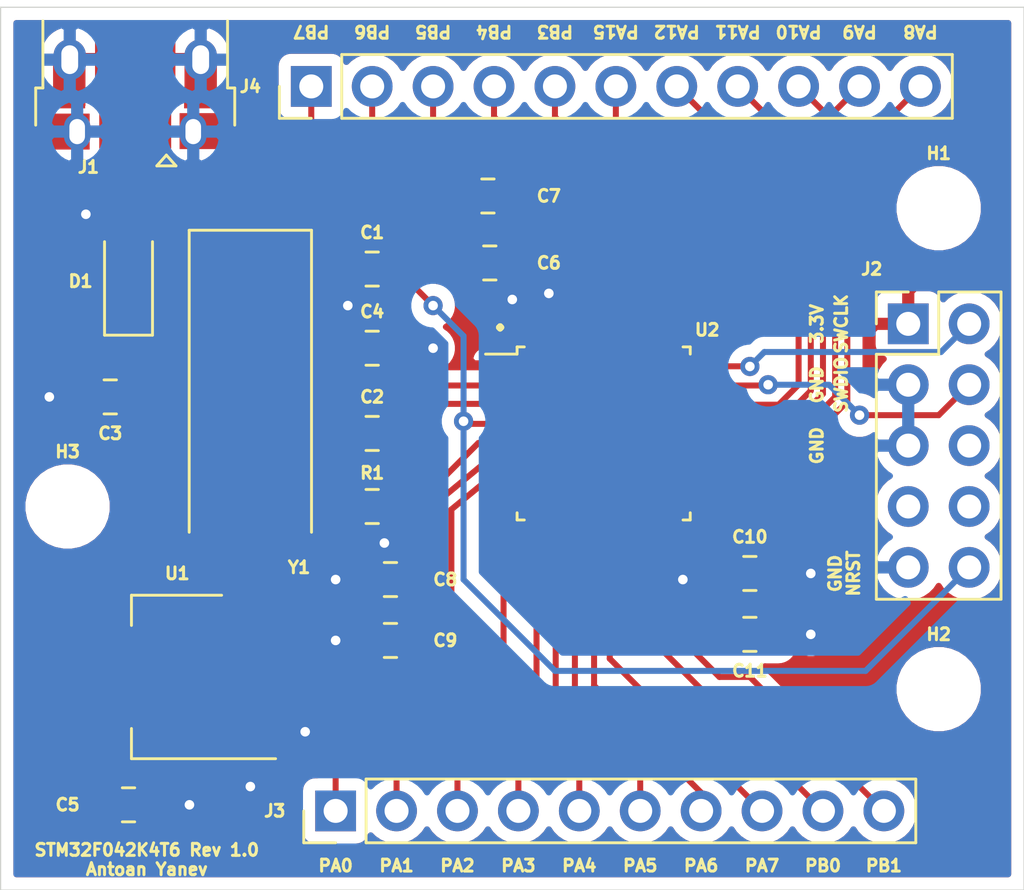
<source format=kicad_pcb>
(kicad_pcb (version 20171130) (host pcbnew "(5.1.6)-1")

  (general
    (thickness 1.6)
    (drawings 34)
    (tracks 211)
    (zones 0)
    (modules 23)
    (nets 38)
  )

  (page A4)
  (layers
    (0 F.Cu signal)
    (31 B.Cu signal)
    (32 B.Adhes user)
    (33 F.Adhes user)
    (34 B.Paste user)
    (35 F.Paste user)
    (36 B.SilkS user)
    (37 F.SilkS user)
    (38 B.Mask user)
    (39 F.Mask user)
    (40 Dwgs.User user)
    (41 Cmts.User user)
    (42 Eco1.User user)
    (43 Eco2.User user)
    (44 Edge.Cuts user)
    (45 Margin user)
    (46 B.CrtYd user)
    (47 F.CrtYd user)
    (48 B.Fab user)
    (49 F.Fab user)
  )

  (setup
    (last_trace_width 0.25)
    (trace_clearance 0.2)
    (zone_clearance 0.508)
    (zone_45_only no)
    (trace_min 0.2)
    (via_size 0.8)
    (via_drill 0.4)
    (via_min_size 0.4)
    (via_min_drill 0.3)
    (uvia_size 0.3)
    (uvia_drill 0.1)
    (uvias_allowed no)
    (uvia_min_size 0.2)
    (uvia_min_drill 0.1)
    (edge_width 0.05)
    (segment_width 0.2)
    (pcb_text_width 0.3)
    (pcb_text_size 1.5 1.5)
    (mod_edge_width 0.12)
    (mod_text_size 1 1)
    (mod_text_width 0.15)
    (pad_size 1.524 1.524)
    (pad_drill 0.762)
    (pad_to_mask_clearance 0.05)
    (aux_axis_origin 0 0)
    (visible_elements 7FFFFFFF)
    (pcbplotparams
      (layerselection 0x010fc_ffffffff)
      (usegerberextensions false)
      (usegerberattributes true)
      (usegerberadvancedattributes true)
      (creategerberjobfile true)
      (excludeedgelayer true)
      (linewidth 0.100000)
      (plotframeref false)
      (viasonmask false)
      (mode 1)
      (useauxorigin false)
      (hpglpennumber 1)
      (hpglpenspeed 20)
      (hpglpendiameter 15.000000)
      (psnegative false)
      (psa4output false)
      (plotreference true)
      (plotvalue true)
      (plotinvisibletext false)
      (padsonsilk false)
      (subtractmaskfromsilk false)
      (outputformat 1)
      (mirror false)
      (drillshape 1)
      (scaleselection 1)
      (outputdirectory ""))
  )

  (net 0 "")
  (net 1 HSE_IN)
  (net 2 GND)
  (net 3 "Net-(C2-Pad1)")
  (net 4 "Net-(C3-Pad1)")
  (net 5 NRST)
  (net 6 +3V3)
  (net 7 +5V)
  (net 8 "Net-(J1-Pad2)")
  (net 9 "Net-(J1-Pad3)")
  (net 10 "Net-(J1-Pad4)")
  (net 11 SWDIO)
  (net 12 SWCLK)
  (net 13 "Net-(J2-Pad6)")
  (net 14 "Net-(J2-Pad7)")
  (net 15 "Net-(J2-Pad8)")
  (net 16 PA0)
  (net 17 PA1)
  (net 18 PA2)
  (net 19 PA3)
  (net 20 PA4)
  (net 21 PA5)
  (net 22 PA6)
  (net 23 PA7)
  (net 24 PB0)
  (net 25 PB1)
  (net 26 PB7)
  (net 27 PB6)
  (net 28 PB5)
  (net 29 PB4)
  (net 30 PB3)
  (net 31 PA15)
  (net 32 PA12)
  (net 33 PA11)
  (net 34 PA10)
  (net 35 PA9)
  (net 36 PA8)
  (net 37 HSE_OUT)

  (net_class Default "This is the default net class."
    (clearance 0.2)
    (trace_width 0.25)
    (via_dia 0.8)
    (via_drill 0.4)
    (uvia_dia 0.3)
    (uvia_drill 0.1)
    (add_net +3V3)
    (add_net +5V)
    (add_net GND)
    (add_net HSE_IN)
    (add_net HSE_OUT)
    (add_net NRST)
    (add_net "Net-(C2-Pad1)")
    (add_net "Net-(C3-Pad1)")
    (add_net "Net-(J1-Pad2)")
    (add_net "Net-(J1-Pad3)")
    (add_net "Net-(J1-Pad4)")
    (add_net "Net-(J2-Pad6)")
    (add_net "Net-(J2-Pad7)")
    (add_net "Net-(J2-Pad8)")
    (add_net PA0)
    (add_net PA1)
    (add_net PA10)
    (add_net PA11)
    (add_net PA12)
    (add_net PA15)
    (add_net PA2)
    (add_net PA3)
    (add_net PA4)
    (add_net PA5)
    (add_net PA6)
    (add_net PA7)
    (add_net PA8)
    (add_net PA9)
    (add_net PB0)
    (add_net PB1)
    (add_net PB3)
    (add_net PB4)
    (add_net PB5)
    (add_net PB6)
    (add_net PB7)
    (add_net SWCLK)
    (add_net SWDIO)
  )

  (module MountingHole:MountingHole_2.5mm (layer F.Cu) (tedit 60676FF7) (tstamp 60680F87)
    (at 95.758 69.088)
    (descr "Mounting Hole 2.5mm, no annular")
    (tags "mounting hole 2.5mm no annular")
    (path /608BB6E4)
    (attr virtual)
    (fp_text reference H2 (at 0 -2.286) (layer F.SilkS)
      (effects (font (size 0.5 0.5) (thickness 0.125)))
    )
    (fp_text value MountingHole (at 0 2.286) (layer F.Fab)
      (effects (font (size 0.5 0.5) (thickness 0.125)))
    )
    (fp_circle (center 0 0) (end 1.27 0) (layer Cmts.User) (width 0.15))
    (fp_circle (center 0 0) (end 1.27 0) (layer F.CrtYd) (width 0.05))
    (fp_text user %R (at 0.3 0) (layer F.Fab)
      (effects (font (size 1 1) (thickness 0.15)))
    )
    (pad 1 np_thru_hole circle (at 0 0) (size 2.5 2.5) (drill 2.5) (layers *.Cu *.Mask))
  )

  (module MountingHole:MountingHole_2.5mm (layer F.Cu) (tedit 60676FEA) (tstamp 60680F7F)
    (at 95.758 49.022)
    (descr "Mounting Hole 2.5mm, no annular")
    (tags "mounting hole 2.5mm no annular")
    (path /608BA7CF)
    (attr virtual)
    (fp_text reference H1 (at 0 -2.286) (layer F.SilkS)
      (effects (font (size 0.5 0.5) (thickness 0.125)))
    )
    (fp_text value MountingHole (at 0 2.032) (layer F.Fab)
      (effects (font (size 0.5 0.5) (thickness 0.125)))
    )
    (fp_circle (center 0 0) (end 1.27 0) (layer Cmts.User) (width 0.15))
    (fp_circle (center 0 0) (end 1.27 0) (layer F.CrtYd) (width 0.05))
    (fp_text user %R (at 0.3 0) (layer F.Fab)
      (effects (font (size 1 1) (thickness 0.15)))
    )
    (pad 1 np_thru_hole circle (at 0 0) (size 2.5 2.5) (drill 2.5) (layers *.Cu *.Mask))
  )

  (module MountingHole:MountingHole_2.5mm (layer F.Cu) (tedit 60676FD3) (tstamp 60680F8F)
    (at 59.436 61.468)
    (descr "Mounting Hole 2.5mm, no annular")
    (tags "mounting hole 2.5mm no annular")
    (path /608BAF39)
    (attr virtual)
    (fp_text reference H3 (at 0 -2.286) (layer F.SilkS)
      (effects (font (size 0.5 0.5) (thickness 0.125)))
    )
    (fp_text value MountingHole (at 0 2.032) (layer F.Fab)
      (effects (font (size 0.5 0.5) (thickness 0.125)))
    )
    (fp_circle (center 0 0) (end 1.27 0) (layer F.CrtYd) (width 0.05))
    (fp_circle (center 0 0) (end 1.27 0) (layer Cmts.User) (width 0.15))
    (fp_text user %R (at 0.3 0) (layer F.Fab)
      (effects (font (size 1 1) (thickness 0.15)))
    )
    (pad 1 np_thru_hole circle (at 0 0) (size 2.5 2.5) (drill 2.5) (layers *.Cu *.Mask))
  )

  (module Connector_PinHeader_2.54mm:PinHeader_2x05_P2.54mm_Vertical (layer F.Cu) (tedit 59FED5CC) (tstamp 6067C159)
    (at 94.488 53.848)
    (descr "Through hole straight pin header, 2x05, 2.54mm pitch, double rows")
    (tags "Through hole pin header THT 2x05 2.54mm double row")
    (path /606F8546)
    (fp_text reference J2 (at -1.524 -2.286) (layer F.SilkS)
      (effects (font (size 0.5 0.5) (thickness 0.125)))
    )
    (fp_text value JTAG (at -1.016 12.49) (layer F.Fab)
      (effects (font (size 0.5 0.5) (thickness 0.125)))
    )
    (fp_line (start 0 -1.27) (end 3.81 -1.27) (layer F.Fab) (width 0.1))
    (fp_line (start 3.81 -1.27) (end 3.81 11.43) (layer F.Fab) (width 0.1))
    (fp_line (start 3.81 11.43) (end -1.27 11.43) (layer F.Fab) (width 0.1))
    (fp_line (start -1.27 11.43) (end -1.27 0) (layer F.Fab) (width 0.1))
    (fp_line (start -1.27 0) (end 0 -1.27) (layer F.Fab) (width 0.1))
    (fp_line (start -1.33 11.49) (end 3.87 11.49) (layer F.SilkS) (width 0.12))
    (fp_line (start -1.33 1.27) (end -1.33 11.49) (layer F.SilkS) (width 0.12))
    (fp_line (start 3.87 -1.33) (end 3.87 11.49) (layer F.SilkS) (width 0.12))
    (fp_line (start -1.33 1.27) (end 1.27 1.27) (layer F.SilkS) (width 0.12))
    (fp_line (start 1.27 1.27) (end 1.27 -1.33) (layer F.SilkS) (width 0.12))
    (fp_line (start 1.27 -1.33) (end 3.87 -1.33) (layer F.SilkS) (width 0.12))
    (fp_line (start -1.33 0) (end -1.33 -1.33) (layer F.SilkS) (width 0.12))
    (fp_line (start -1.33 -1.33) (end 0 -1.33) (layer F.SilkS) (width 0.12))
    (fp_line (start -1.8 -1.8) (end -1.8 11.95) (layer F.CrtYd) (width 0.05))
    (fp_line (start -1.8 11.95) (end 4.35 11.95) (layer F.CrtYd) (width 0.05))
    (fp_line (start 4.35 11.95) (end 4.35 -1.8) (layer F.CrtYd) (width 0.05))
    (fp_line (start 4.35 -1.8) (end -1.8 -1.8) (layer F.CrtYd) (width 0.05))
    (fp_text user %R (at 1.27 5.08 90) (layer F.Fab)
      (effects (font (size 1 1) (thickness 0.15)))
    )
    (pad 1 thru_hole rect (at 0 0) (size 1.7 1.7) (drill 1) (layers *.Cu *.Mask)
      (net 6 +3V3))
    (pad 2 thru_hole oval (at 2.54 0) (size 1.7 1.7) (drill 1) (layers *.Cu *.Mask)
      (net 12 SWCLK))
    (pad 3 thru_hole oval (at 0 2.54) (size 1.7 1.7) (drill 1) (layers *.Cu *.Mask)
      (net 2 GND))
    (pad 4 thru_hole oval (at 2.54 2.54) (size 1.7 1.7) (drill 1) (layers *.Cu *.Mask)
      (net 11 SWDIO))
    (pad 5 thru_hole oval (at 0 5.08) (size 1.7 1.7) (drill 1) (layers *.Cu *.Mask)
      (net 2 GND))
    (pad 6 thru_hole oval (at 2.54 5.08) (size 1.7 1.7) (drill 1) (layers *.Cu *.Mask)
      (net 13 "Net-(J2-Pad6)"))
    (pad 7 thru_hole oval (at 0 7.62) (size 1.7 1.7) (drill 1) (layers *.Cu *.Mask)
      (net 14 "Net-(J2-Pad7)"))
    (pad 8 thru_hole oval (at 2.54 7.62) (size 1.7 1.7) (drill 1) (layers *.Cu *.Mask)
      (net 15 "Net-(J2-Pad8)"))
    (pad 9 thru_hole oval (at 0 10.16) (size 1.7 1.7) (drill 1) (layers *.Cu *.Mask)
      (net 2 GND))
    (pad 10 thru_hole oval (at 2.54 10.16) (size 1.7 1.7) (drill 1) (layers *.Cu *.Mask)
      (net 5 NRST))
    (model ${KISYS3DMOD}/Connector_PinHeader_2.54mm.3dshapes/PinHeader_2x05_P2.54mm_Vertical.wrl
      (at (xyz 0 0 0))
      (scale (xyz 1 1 1))
      (rotate (xyz 0 0 0))
    )
  )

  (module Capacitor_SMD:C_0805_2012Metric (layer F.Cu) (tedit 5B36C52B) (tstamp 6067DD4E)
    (at 72.136 54.864)
    (descr "Capacitor SMD 0805 (2012 Metric), square (rectangular) end terminal, IPC_7351 nominal, (Body size source: https://docs.google.com/spreadsheets/d/1BsfQQcO9C6DZCsRaXUlFlo91Tg2WpOkGARC1WS5S8t0/edit?usp=sharing), generated with kicad-footprint-generator")
    (tags capacitor)
    (path /60748534)
    (attr smd)
    (fp_text reference C1 (at 0 -4.826) (layer F.SilkS)
      (effects (font (size 0.5 0.5) (thickness 0.125)))
    )
    (fp_text value 20p (at 1.27 -1.524 180) (layer F.Fab)
      (effects (font (size 0.5 0.5) (thickness 0.125)))
    )
    (fp_line (start -1 0.6) (end -1 -0.6) (layer F.Fab) (width 0.1))
    (fp_line (start -1 -0.6) (end 1 -0.6) (layer F.Fab) (width 0.1))
    (fp_line (start 1 -0.6) (end 1 0.6) (layer F.Fab) (width 0.1))
    (fp_line (start 1 0.6) (end -1 0.6) (layer F.Fab) (width 0.1))
    (fp_line (start -0.258578 -0.71) (end 0.258578 -0.71) (layer F.SilkS) (width 0.12))
    (fp_line (start -0.258578 0.71) (end 0.258578 0.71) (layer F.SilkS) (width 0.12))
    (fp_line (start -1.68 0.95) (end -1.68 -0.95) (layer F.CrtYd) (width 0.05))
    (fp_line (start -1.68 -0.95) (end 1.68 -0.95) (layer F.CrtYd) (width 0.05))
    (fp_line (start 1.68 -0.95) (end 1.68 0.95) (layer F.CrtYd) (width 0.05))
    (fp_line (start 1.68 0.95) (end -1.68 0.95) (layer F.CrtYd) (width 0.05))
    (fp_text user %R (at 0 0) (layer F.Fab)
      (effects (font (size 0.5 0.5) (thickness 0.08)))
    )
    (pad 1 smd roundrect (at -0.9375 0) (size 0.975 1.4) (layers F.Cu F.Paste F.Mask) (roundrect_rratio 0.25)
      (net 1 HSE_IN))
    (pad 2 smd roundrect (at 0.9375 0) (size 0.975 1.4) (layers F.Cu F.Paste F.Mask) (roundrect_rratio 0.25)
      (net 2 GND))
    (model ${KISYS3DMOD}/Capacitor_SMD.3dshapes/C_0805_2012Metric.wrl
      (at (xyz 0 0 0))
      (scale (xyz 1 1 1))
      (rotate (xyz 0 0 0))
    )
  )

  (module Capacitor_SMD:C_0805_2012Metric (layer F.Cu) (tedit 5B36C52B) (tstamp 6067C05D)
    (at 72.136 61.468)
    (descr "Capacitor SMD 0805 (2012 Metric), square (rectangular) end terminal, IPC_7351 nominal, (Body size source: https://docs.google.com/spreadsheets/d/1BsfQQcO9C6DZCsRaXUlFlo91Tg2WpOkGARC1WS5S8t0/edit?usp=sharing), generated with kicad-footprint-generator")
    (tags capacitor)
    (path /60749299)
    (attr smd)
    (fp_text reference C2 (at 0 -4.572) (layer F.SilkS)
      (effects (font (size 0.5 0.5) (thickness 0.125)))
    )
    (fp_text value 20p (at 0 1.65) (layer F.Fab)
      (effects (font (size 0.5 0.5) (thickness 0.125)))
    )
    (fp_line (start 1.68 0.95) (end -1.68 0.95) (layer F.CrtYd) (width 0.05))
    (fp_line (start 1.68 -0.95) (end 1.68 0.95) (layer F.CrtYd) (width 0.05))
    (fp_line (start -1.68 -0.95) (end 1.68 -0.95) (layer F.CrtYd) (width 0.05))
    (fp_line (start -1.68 0.95) (end -1.68 -0.95) (layer F.CrtYd) (width 0.05))
    (fp_line (start -0.258578 0.71) (end 0.258578 0.71) (layer F.SilkS) (width 0.12))
    (fp_line (start -0.258578 -0.71) (end 0.258578 -0.71) (layer F.SilkS) (width 0.12))
    (fp_line (start 1 0.6) (end -1 0.6) (layer F.Fab) (width 0.1))
    (fp_line (start 1 -0.6) (end 1 0.6) (layer F.Fab) (width 0.1))
    (fp_line (start -1 -0.6) (end 1 -0.6) (layer F.Fab) (width 0.1))
    (fp_line (start -1 0.6) (end -1 -0.6) (layer F.Fab) (width 0.1))
    (fp_text user %R (at 0 0) (layer F.Fab)
      (effects (font (size 0.5 0.5) (thickness 0.08)))
    )
    (pad 2 smd roundrect (at 0.9375 0) (size 0.975 1.4) (layers F.Cu F.Paste F.Mask) (roundrect_rratio 0.25)
      (net 2 GND))
    (pad 1 smd roundrect (at -0.9375 0) (size 0.975 1.4) (layers F.Cu F.Paste F.Mask) (roundrect_rratio 0.25)
      (net 3 "Net-(C2-Pad1)"))
    (model ${KISYS3DMOD}/Capacitor_SMD.3dshapes/C_0805_2012Metric.wrl
      (at (xyz 0 0 0))
      (scale (xyz 1 1 1))
      (rotate (xyz 0 0 0))
    )
  )

  (module Capacitor_SMD:C_0805_2012Metric (layer F.Cu) (tedit 5B36C52B) (tstamp 6067C06E)
    (at 61.214 56.896 180)
    (descr "Capacitor SMD 0805 (2012 Metric), square (rectangular) end terminal, IPC_7351 nominal, (Body size source: https://docs.google.com/spreadsheets/d/1BsfQQcO9C6DZCsRaXUlFlo91Tg2WpOkGARC1WS5S8t0/edit?usp=sharing), generated with kicad-footprint-generator")
    (tags capacitor)
    (path /6067228E)
    (attr smd)
    (fp_text reference C3 (at 0 -1.524) (layer F.SilkS)
      (effects (font (size 0.5 0.5) (thickness 0.125)))
    )
    (fp_text value 10u (at -1.27 -1.524) (layer F.Fab)
      (effects (font (size 0.5 0.5) (thickness 0.125)))
    )
    (fp_line (start -1 0.6) (end -1 -0.6) (layer F.Fab) (width 0.1))
    (fp_line (start -1 -0.6) (end 1 -0.6) (layer F.Fab) (width 0.1))
    (fp_line (start 1 -0.6) (end 1 0.6) (layer F.Fab) (width 0.1))
    (fp_line (start 1 0.6) (end -1 0.6) (layer F.Fab) (width 0.1))
    (fp_line (start -0.258578 -0.71) (end 0.258578 -0.71) (layer F.SilkS) (width 0.12))
    (fp_line (start -0.258578 0.71) (end 0.258578 0.71) (layer F.SilkS) (width 0.12))
    (fp_line (start -1.68 0.95) (end -1.68 -0.95) (layer F.CrtYd) (width 0.05))
    (fp_line (start -1.68 -0.95) (end 1.68 -0.95) (layer F.CrtYd) (width 0.05))
    (fp_line (start 1.68 -0.95) (end 1.68 0.95) (layer F.CrtYd) (width 0.05))
    (fp_line (start 1.68 0.95) (end -1.68 0.95) (layer F.CrtYd) (width 0.05))
    (fp_text user %R (at 0 0) (layer F.Fab)
      (effects (font (size 0.5 0.5) (thickness 0.08)))
    )
    (pad 1 smd roundrect (at -0.9375 0 180) (size 0.975 1.4) (layers F.Cu F.Paste F.Mask) (roundrect_rratio 0.25)
      (net 4 "Net-(C3-Pad1)"))
    (pad 2 smd roundrect (at 0.9375 0 180) (size 0.975 1.4) (layers F.Cu F.Paste F.Mask) (roundrect_rratio 0.25)
      (net 2 GND))
    (model ${KISYS3DMOD}/Capacitor_SMD.3dshapes/C_0805_2012Metric.wrl
      (at (xyz 0 0 0))
      (scale (xyz 1 1 1))
      (rotate (xyz 0 0 0))
    )
  )

  (module Capacitor_SMD:C_0805_2012Metric (layer F.Cu) (tedit 5B36C52B) (tstamp 6067C07F)
    (at 72.136 51.562 180)
    (descr "Capacitor SMD 0805 (2012 Metric), square (rectangular) end terminal, IPC_7351 nominal, (Body size source: https://docs.google.com/spreadsheets/d/1BsfQQcO9C6DZCsRaXUlFlo91Tg2WpOkGARC1WS5S8t0/edit?usp=sharing), generated with kicad-footprint-generator")
    (tags capacitor)
    (path /606D55C3)
    (attr smd)
    (fp_text reference C4 (at 0 -1.778) (layer F.SilkS)
      (effects (font (size 0.5 0.5) (thickness 0.125)))
    )
    (fp_text value 100n (at -1.524 1.524) (layer F.Fab)
      (effects (font (size 0.5 0.5) (thickness 0.125)))
    )
    (fp_line (start 1.68 0.95) (end -1.68 0.95) (layer F.CrtYd) (width 0.05))
    (fp_line (start 1.68 -0.95) (end 1.68 0.95) (layer F.CrtYd) (width 0.05))
    (fp_line (start -1.68 -0.95) (end 1.68 -0.95) (layer F.CrtYd) (width 0.05))
    (fp_line (start -1.68 0.95) (end -1.68 -0.95) (layer F.CrtYd) (width 0.05))
    (fp_line (start -0.258578 0.71) (end 0.258578 0.71) (layer F.SilkS) (width 0.12))
    (fp_line (start -0.258578 -0.71) (end 0.258578 -0.71) (layer F.SilkS) (width 0.12))
    (fp_line (start 1 0.6) (end -1 0.6) (layer F.Fab) (width 0.1))
    (fp_line (start 1 -0.6) (end 1 0.6) (layer F.Fab) (width 0.1))
    (fp_line (start -1 -0.6) (end 1 -0.6) (layer F.Fab) (width 0.1))
    (fp_line (start -1 0.6) (end -1 -0.6) (layer F.Fab) (width 0.1))
    (fp_text user %R (at 0 0) (layer F.Fab)
      (effects (font (size 0.5 0.5) (thickness 0.08)))
    )
    (pad 2 smd roundrect (at 0.9375 0 180) (size 0.975 1.4) (layers F.Cu F.Paste F.Mask) (roundrect_rratio 0.25)
      (net 2 GND))
    (pad 1 smd roundrect (at -0.9375 0 180) (size 0.975 1.4) (layers F.Cu F.Paste F.Mask) (roundrect_rratio 0.25)
      (net 5 NRST))
    (model ${KISYS3DMOD}/Capacitor_SMD.3dshapes/C_0805_2012Metric.wrl
      (at (xyz 0 0 0))
      (scale (xyz 1 1 1))
      (rotate (xyz 0 0 0))
    )
  )

  (module Capacitor_SMD:C_0805_2012Metric (layer F.Cu) (tedit 5B36C52B) (tstamp 6067C090)
    (at 61.976 73.914)
    (descr "Capacitor SMD 0805 (2012 Metric), square (rectangular) end terminal, IPC_7351 nominal, (Body size source: https://docs.google.com/spreadsheets/d/1BsfQQcO9C6DZCsRaXUlFlo91Tg2WpOkGARC1WS5S8t0/edit?usp=sharing), generated with kicad-footprint-generator")
    (tags capacitor)
    (path /60672B06)
    (attr smd)
    (fp_text reference C5 (at -2.54 0) (layer F.SilkS)
      (effects (font (size 0.5 0.5) (thickness 0.125)))
    )
    (fp_text value 10u (at -2.54 0.762) (layer F.Fab)
      (effects (font (size 0.5 0.5) (thickness 0.125)))
    )
    (fp_line (start 1.68 0.95) (end -1.68 0.95) (layer F.CrtYd) (width 0.05))
    (fp_line (start 1.68 -0.95) (end 1.68 0.95) (layer F.CrtYd) (width 0.05))
    (fp_line (start -1.68 -0.95) (end 1.68 -0.95) (layer F.CrtYd) (width 0.05))
    (fp_line (start -1.68 0.95) (end -1.68 -0.95) (layer F.CrtYd) (width 0.05))
    (fp_line (start -0.258578 0.71) (end 0.258578 0.71) (layer F.SilkS) (width 0.12))
    (fp_line (start -0.258578 -0.71) (end 0.258578 -0.71) (layer F.SilkS) (width 0.12))
    (fp_line (start 1 0.6) (end -1 0.6) (layer F.Fab) (width 0.1))
    (fp_line (start 1 -0.6) (end 1 0.6) (layer F.Fab) (width 0.1))
    (fp_line (start -1 -0.6) (end 1 -0.6) (layer F.Fab) (width 0.1))
    (fp_line (start -1 0.6) (end -1 -0.6) (layer F.Fab) (width 0.1))
    (fp_text user %R (at 0 0) (layer F.Fab)
      (effects (font (size 0.5 0.5) (thickness 0.08)))
    )
    (pad 2 smd roundrect (at 0.9375 0) (size 0.975 1.4) (layers F.Cu F.Paste F.Mask) (roundrect_rratio 0.25)
      (net 2 GND))
    (pad 1 smd roundrect (at -0.9375 0) (size 0.975 1.4) (layers F.Cu F.Paste F.Mask) (roundrect_rratio 0.25)
      (net 6 +3V3))
    (model ${KISYS3DMOD}/Capacitor_SMD.3dshapes/C_0805_2012Metric.wrl
      (at (xyz 0 0 0))
      (scale (xyz 1 1 1))
      (rotate (xyz 0 0 0))
    )
  )

  (module Capacitor_SMD:C_0805_2012Metric (layer F.Cu) (tedit 5B36C52B) (tstamp 6067C0A1)
    (at 77.0405 51.308)
    (descr "Capacitor SMD 0805 (2012 Metric), square (rectangular) end terminal, IPC_7351 nominal, (Body size source: https://docs.google.com/spreadsheets/d/1BsfQQcO9C6DZCsRaXUlFlo91Tg2WpOkGARC1WS5S8t0/edit?usp=sharing), generated with kicad-footprint-generator")
    (tags capacitor)
    (path /6067671A)
    (attr smd)
    (fp_text reference C6 (at 2.4615 0) (layer F.SilkS)
      (effects (font (size 0.5 0.5) (thickness 0.125)))
    )
    (fp_text value 100n (at 3.9855 0) (layer F.Fab)
      (effects (font (size 0.5 0.5) (thickness 0.125)))
    )
    (fp_line (start -1 0.6) (end -1 -0.6) (layer F.Fab) (width 0.1))
    (fp_line (start -1 -0.6) (end 1 -0.6) (layer F.Fab) (width 0.1))
    (fp_line (start 1 -0.6) (end 1 0.6) (layer F.Fab) (width 0.1))
    (fp_line (start 1 0.6) (end -1 0.6) (layer F.Fab) (width 0.1))
    (fp_line (start -0.258578 -0.71) (end 0.258578 -0.71) (layer F.SilkS) (width 0.12))
    (fp_line (start -0.258578 0.71) (end 0.258578 0.71) (layer F.SilkS) (width 0.12))
    (fp_line (start -1.68 0.95) (end -1.68 -0.95) (layer F.CrtYd) (width 0.05))
    (fp_line (start -1.68 -0.95) (end 1.68 -0.95) (layer F.CrtYd) (width 0.05))
    (fp_line (start 1.68 -0.95) (end 1.68 0.95) (layer F.CrtYd) (width 0.05))
    (fp_line (start 1.68 0.95) (end -1.68 0.95) (layer F.CrtYd) (width 0.05))
    (fp_text user %R (at 0 0) (layer F.Fab)
      (effects (font (size 0.5 0.5) (thickness 0.08)))
    )
    (pad 1 smd roundrect (at -0.9375 0) (size 0.975 1.4) (layers F.Cu F.Paste F.Mask) (roundrect_rratio 0.25)
      (net 6 +3V3))
    (pad 2 smd roundrect (at 0.9375 0) (size 0.975 1.4) (layers F.Cu F.Paste F.Mask) (roundrect_rratio 0.25)
      (net 2 GND))
    (model ${KISYS3DMOD}/Capacitor_SMD.3dshapes/C_0805_2012Metric.wrl
      (at (xyz 0 0 0))
      (scale (xyz 1 1 1))
      (rotate (xyz 0 0 0))
    )
  )

  (module Capacitor_SMD:C_0805_2012Metric (layer F.Cu) (tedit 5B36C52B) (tstamp 6067E8A2)
    (at 76.962 48.514)
    (descr "Capacitor SMD 0805 (2012 Metric), square (rectangular) end terminal, IPC_7351 nominal, (Body size source: https://docs.google.com/spreadsheets/d/1BsfQQcO9C6DZCsRaXUlFlo91Tg2WpOkGARC1WS5S8t0/edit?usp=sharing), generated with kicad-footprint-generator")
    (tags capacitor)
    (path /60676B32)
    (attr smd)
    (fp_text reference C7 (at 2.54 0) (layer F.SilkS)
      (effects (font (size 0.5 0.5) (thickness 0.125)))
    )
    (fp_text value 4.7n (at 4.064 0) (layer F.Fab)
      (effects (font (size 0.5 0.5) (thickness 0.125)))
    )
    (fp_line (start 1.68 0.95) (end -1.68 0.95) (layer F.CrtYd) (width 0.05))
    (fp_line (start 1.68 -0.95) (end 1.68 0.95) (layer F.CrtYd) (width 0.05))
    (fp_line (start -1.68 -0.95) (end 1.68 -0.95) (layer F.CrtYd) (width 0.05))
    (fp_line (start -1.68 0.95) (end -1.68 -0.95) (layer F.CrtYd) (width 0.05))
    (fp_line (start -0.258578 0.71) (end 0.258578 0.71) (layer F.SilkS) (width 0.12))
    (fp_line (start -0.258578 -0.71) (end 0.258578 -0.71) (layer F.SilkS) (width 0.12))
    (fp_line (start 1 0.6) (end -1 0.6) (layer F.Fab) (width 0.1))
    (fp_line (start 1 -0.6) (end 1 0.6) (layer F.Fab) (width 0.1))
    (fp_line (start -1 -0.6) (end 1 -0.6) (layer F.Fab) (width 0.1))
    (fp_line (start -1 0.6) (end -1 -0.6) (layer F.Fab) (width 0.1))
    (fp_text user %R (at 0 0) (layer F.Fab)
      (effects (font (size 0.5 0.5) (thickness 0.08)))
    )
    (pad 2 smd roundrect (at 0.9375 0) (size 0.975 1.4) (layers F.Cu F.Paste F.Mask) (roundrect_rratio 0.25)
      (net 2 GND))
    (pad 1 smd roundrect (at -0.9375 0) (size 0.975 1.4) (layers F.Cu F.Paste F.Mask) (roundrect_rratio 0.25)
      (net 6 +3V3))
    (model ${KISYS3DMOD}/Capacitor_SMD.3dshapes/C_0805_2012Metric.wrl
      (at (xyz 0 0 0))
      (scale (xyz 1 1 1))
      (rotate (xyz 0 0 0))
    )
  )

  (module Capacitor_SMD:C_0805_2012Metric (layer F.Cu) (tedit 5B36C52B) (tstamp 6067C0C3)
    (at 72.898 64.516 180)
    (descr "Capacitor SMD 0805 (2012 Metric), square (rectangular) end terminal, IPC_7351 nominal, (Body size source: https://docs.google.com/spreadsheets/d/1BsfQQcO9C6DZCsRaXUlFlo91Tg2WpOkGARC1WS5S8t0/edit?usp=sharing), generated with kicad-footprint-generator")
    (tags capacitor)
    (path /60676EEF)
    (attr smd)
    (fp_text reference C8 (at -2.286 0) (layer F.SilkS)
      (effects (font (size 0.5 0.5) (thickness 0.125)))
    )
    (fp_text value 100n (at 0 1.65) (layer F.Fab)
      (effects (font (size 0.5 0.5) (thickness 0.125)))
    )
    (fp_line (start -1 0.6) (end -1 -0.6) (layer F.Fab) (width 0.1))
    (fp_line (start -1 -0.6) (end 1 -0.6) (layer F.Fab) (width 0.1))
    (fp_line (start 1 -0.6) (end 1 0.6) (layer F.Fab) (width 0.1))
    (fp_line (start 1 0.6) (end -1 0.6) (layer F.Fab) (width 0.1))
    (fp_line (start -0.258578 -0.71) (end 0.258578 -0.71) (layer F.SilkS) (width 0.12))
    (fp_line (start -0.258578 0.71) (end 0.258578 0.71) (layer F.SilkS) (width 0.12))
    (fp_line (start -1.68 0.95) (end -1.68 -0.95) (layer F.CrtYd) (width 0.05))
    (fp_line (start -1.68 -0.95) (end 1.68 -0.95) (layer F.CrtYd) (width 0.05))
    (fp_line (start 1.68 -0.95) (end 1.68 0.95) (layer F.CrtYd) (width 0.05))
    (fp_line (start 1.68 0.95) (end -1.68 0.95) (layer F.CrtYd) (width 0.05))
    (fp_text user %R (at 0 0) (layer F.Fab)
      (effects (font (size 0.5 0.5) (thickness 0.08)))
    )
    (pad 1 smd roundrect (at -0.9375 0 180) (size 0.975 1.4) (layers F.Cu F.Paste F.Mask) (roundrect_rratio 0.25)
      (net 6 +3V3))
    (pad 2 smd roundrect (at 0.9375 0 180) (size 0.975 1.4) (layers F.Cu F.Paste F.Mask) (roundrect_rratio 0.25)
      (net 2 GND))
    (model ${KISYS3DMOD}/Capacitor_SMD.3dshapes/C_0805_2012Metric.wrl
      (at (xyz 0 0 0))
      (scale (xyz 1 1 1))
      (rotate (xyz 0 0 0))
    )
  )

  (module Capacitor_SMD:C_0805_2012Metric (layer F.Cu) (tedit 5B36C52B) (tstamp 6067C0D4)
    (at 72.898 67.056 180)
    (descr "Capacitor SMD 0805 (2012 Metric), square (rectangular) end terminal, IPC_7351 nominal, (Body size source: https://docs.google.com/spreadsheets/d/1BsfQQcO9C6DZCsRaXUlFlo91Tg2WpOkGARC1WS5S8t0/edit?usp=sharing), generated with kicad-footprint-generator")
    (tags capacitor)
    (path /60677332)
    (attr smd)
    (fp_text reference C9 (at -2.286 0) (layer F.SilkS)
      (effects (font (size 0.5 0.5) (thickness 0.125)))
    )
    (fp_text value 4.7n (at 0 1.65) (layer F.Fab)
      (effects (font (size 0.5 0.5) (thickness 0.125)))
    )
    (fp_line (start -1 0.6) (end -1 -0.6) (layer F.Fab) (width 0.1))
    (fp_line (start -1 -0.6) (end 1 -0.6) (layer F.Fab) (width 0.1))
    (fp_line (start 1 -0.6) (end 1 0.6) (layer F.Fab) (width 0.1))
    (fp_line (start 1 0.6) (end -1 0.6) (layer F.Fab) (width 0.1))
    (fp_line (start -0.258578 -0.71) (end 0.258578 -0.71) (layer F.SilkS) (width 0.12))
    (fp_line (start -0.258578 0.71) (end 0.258578 0.71) (layer F.SilkS) (width 0.12))
    (fp_line (start -1.68 0.95) (end -1.68 -0.95) (layer F.CrtYd) (width 0.05))
    (fp_line (start -1.68 -0.95) (end 1.68 -0.95) (layer F.CrtYd) (width 0.05))
    (fp_line (start 1.68 -0.95) (end 1.68 0.95) (layer F.CrtYd) (width 0.05))
    (fp_line (start 1.68 0.95) (end -1.68 0.95) (layer F.CrtYd) (width 0.05))
    (fp_text user %R (at 0 0) (layer F.Fab)
      (effects (font (size 0.5 0.5) (thickness 0.08)))
    )
    (pad 1 smd roundrect (at -0.9375 0 180) (size 0.975 1.4) (layers F.Cu F.Paste F.Mask) (roundrect_rratio 0.25)
      (net 6 +3V3))
    (pad 2 smd roundrect (at 0.9375 0 180) (size 0.975 1.4) (layers F.Cu F.Paste F.Mask) (roundrect_rratio 0.25)
      (net 2 GND))
    (model ${KISYS3DMOD}/Capacitor_SMD.3dshapes/C_0805_2012Metric.wrl
      (at (xyz 0 0 0))
      (scale (xyz 1 1 1))
      (rotate (xyz 0 0 0))
    )
  )

  (module Capacitor_SMD:C_0805_2012Metric (layer F.Cu) (tedit 5B36C52B) (tstamp 6067C0E5)
    (at 87.884 64.262)
    (descr "Capacitor SMD 0805 (2012 Metric), square (rectangular) end terminal, IPC_7351 nominal, (Body size source: https://docs.google.com/spreadsheets/d/1BsfQQcO9C6DZCsRaXUlFlo91Tg2WpOkGARC1WS5S8t0/edit?usp=sharing), generated with kicad-footprint-generator")
    (tags capacitor)
    (path /60678C19)
    (attr smd)
    (fp_text reference C10 (at 0 -1.524) (layer F.SilkS)
      (effects (font (size 0.5 0.5) (thickness 0.125)))
    )
    (fp_text value 100n (at 1.778 -1.524) (layer F.Fab)
      (effects (font (size 0.5 0.5) (thickness 0.125)))
    )
    (fp_line (start 1.68 0.95) (end -1.68 0.95) (layer F.CrtYd) (width 0.05))
    (fp_line (start 1.68 -0.95) (end 1.68 0.95) (layer F.CrtYd) (width 0.05))
    (fp_line (start -1.68 -0.95) (end 1.68 -0.95) (layer F.CrtYd) (width 0.05))
    (fp_line (start -1.68 0.95) (end -1.68 -0.95) (layer F.CrtYd) (width 0.05))
    (fp_line (start -0.258578 0.71) (end 0.258578 0.71) (layer F.SilkS) (width 0.12))
    (fp_line (start -0.258578 -0.71) (end 0.258578 -0.71) (layer F.SilkS) (width 0.12))
    (fp_line (start 1 0.6) (end -1 0.6) (layer F.Fab) (width 0.1))
    (fp_line (start 1 -0.6) (end 1 0.6) (layer F.Fab) (width 0.1))
    (fp_line (start -1 -0.6) (end 1 -0.6) (layer F.Fab) (width 0.1))
    (fp_line (start -1 0.6) (end -1 -0.6) (layer F.Fab) (width 0.1))
    (fp_text user %R (at 0 0) (layer F.Fab)
      (effects (font (size 0.5 0.5) (thickness 0.08)))
    )
    (pad 2 smd roundrect (at 0.9375 0) (size 0.975 1.4) (layers F.Cu F.Paste F.Mask) (roundrect_rratio 0.25)
      (net 2 GND))
    (pad 1 smd roundrect (at -0.9375 0) (size 0.975 1.4) (layers F.Cu F.Paste F.Mask) (roundrect_rratio 0.25)
      (net 6 +3V3))
    (model ${KISYS3DMOD}/Capacitor_SMD.3dshapes/C_0805_2012Metric.wrl
      (at (xyz 0 0 0))
      (scale (xyz 1 1 1))
      (rotate (xyz 0 0 0))
    )
  )

  (module Capacitor_SMD:C_0805_2012Metric (layer F.Cu) (tedit 5B36C52B) (tstamp 6067C0F6)
    (at 87.884 66.802)
    (descr "Capacitor SMD 0805 (2012 Metric), square (rectangular) end terminal, IPC_7351 nominal, (Body size source: https://docs.google.com/spreadsheets/d/1BsfQQcO9C6DZCsRaXUlFlo91Tg2WpOkGARC1WS5S8t0/edit?usp=sharing), generated with kicad-footprint-generator")
    (tags capacitor)
    (path /60679065)
    (attr smd)
    (fp_text reference C11 (at 0 1.524) (layer F.SilkS)
      (effects (font (size 0.5 0.5) (thickness 0.125)))
    )
    (fp_text value 4.7n (at 1.778 1.524) (layer F.Fab)
      (effects (font (size 0.5 0.5) (thickness 0.125)))
    )
    (fp_line (start -1 0.6) (end -1 -0.6) (layer F.Fab) (width 0.1))
    (fp_line (start -1 -0.6) (end 1 -0.6) (layer F.Fab) (width 0.1))
    (fp_line (start 1 -0.6) (end 1 0.6) (layer F.Fab) (width 0.1))
    (fp_line (start 1 0.6) (end -1 0.6) (layer F.Fab) (width 0.1))
    (fp_line (start -0.258578 -0.71) (end 0.258578 -0.71) (layer F.SilkS) (width 0.12))
    (fp_line (start -0.258578 0.71) (end 0.258578 0.71) (layer F.SilkS) (width 0.12))
    (fp_line (start -1.68 0.95) (end -1.68 -0.95) (layer F.CrtYd) (width 0.05))
    (fp_line (start -1.68 -0.95) (end 1.68 -0.95) (layer F.CrtYd) (width 0.05))
    (fp_line (start 1.68 -0.95) (end 1.68 0.95) (layer F.CrtYd) (width 0.05))
    (fp_line (start 1.68 0.95) (end -1.68 0.95) (layer F.CrtYd) (width 0.05))
    (fp_text user %R (at 0 0) (layer F.Fab)
      (effects (font (size 0.5 0.5) (thickness 0.08)))
    )
    (pad 1 smd roundrect (at -0.9375 0) (size 0.975 1.4) (layers F.Cu F.Paste F.Mask) (roundrect_rratio 0.25)
      (net 6 +3V3))
    (pad 2 smd roundrect (at 0.9375 0) (size 0.975 1.4) (layers F.Cu F.Paste F.Mask) (roundrect_rratio 0.25)
      (net 2 GND))
    (model ${KISYS3DMOD}/Capacitor_SMD.3dshapes/C_0805_2012Metric.wrl
      (at (xyz 0 0 0))
      (scale (xyz 1 1 1))
      (rotate (xyz 0 0 0))
    )
  )

  (module Diode_SMD:D_SOD-123 (layer F.Cu) (tedit 58645DC7) (tstamp 6067C10F)
    (at 61.976 52.07 90)
    (descr SOD-123)
    (tags SOD-123)
    (path /606731DB)
    (attr smd)
    (fp_text reference D1 (at 0 -2 180) (layer F.SilkS)
      (effects (font (size 0.5 0.5) (thickness 0.125)))
    )
    (fp_text value B5819W (at -3.048 0 180) (layer F.Fab)
      (effects (font (size 0.5 0.5) (thickness 0.125)))
    )
    (fp_line (start -2.25 -1) (end -2.25 1) (layer F.SilkS) (width 0.12))
    (fp_line (start 0.25 0) (end 0.75 0) (layer F.Fab) (width 0.1))
    (fp_line (start 0.25 0.4) (end -0.35 0) (layer F.Fab) (width 0.1))
    (fp_line (start 0.25 -0.4) (end 0.25 0.4) (layer F.Fab) (width 0.1))
    (fp_line (start -0.35 0) (end 0.25 -0.4) (layer F.Fab) (width 0.1))
    (fp_line (start -0.35 0) (end -0.35 0.55) (layer F.Fab) (width 0.1))
    (fp_line (start -0.35 0) (end -0.35 -0.55) (layer F.Fab) (width 0.1))
    (fp_line (start -0.75 0) (end -0.35 0) (layer F.Fab) (width 0.1))
    (fp_line (start -1.4 0.9) (end -1.4 -0.9) (layer F.Fab) (width 0.1))
    (fp_line (start 1.4 0.9) (end -1.4 0.9) (layer F.Fab) (width 0.1))
    (fp_line (start 1.4 -0.9) (end 1.4 0.9) (layer F.Fab) (width 0.1))
    (fp_line (start -1.4 -0.9) (end 1.4 -0.9) (layer F.Fab) (width 0.1))
    (fp_line (start -2.35 -1.15) (end 2.35 -1.15) (layer F.CrtYd) (width 0.05))
    (fp_line (start 2.35 -1.15) (end 2.35 1.15) (layer F.CrtYd) (width 0.05))
    (fp_line (start 2.35 1.15) (end -2.35 1.15) (layer F.CrtYd) (width 0.05))
    (fp_line (start -2.35 -1.15) (end -2.35 1.15) (layer F.CrtYd) (width 0.05))
    (fp_line (start -2.25 1) (end 1.65 1) (layer F.SilkS) (width 0.12))
    (fp_line (start -2.25 -1) (end 1.65 -1) (layer F.SilkS) (width 0.12))
    (fp_text user %R (at 0 -2.032 180) (layer F.Fab)
      (effects (font (size 0.5 0.5) (thickness 0.125)))
    )
    (pad 1 smd rect (at -1.65 0 90) (size 0.9 1.2) (layers F.Cu F.Paste F.Mask)
      (net 4 "Net-(C3-Pad1)"))
    (pad 2 smd rect (at 1.65 0 90) (size 0.9 1.2) (layers F.Cu F.Paste F.Mask)
      (net 7 +5V))
    (model ${KISYS3DMOD}/Diode_SMD.3dshapes/D_SOD-123.wrl
      (at (xyz 0 0 0))
      (scale (xyz 1 1 1))
      (rotate (xyz 0 0 0))
    )
  )

  (module Connector_USB:USB_Micro-B_Amphenol_10103594-0001LF_Horizontal (layer F.Cu) (tedit 5A1DC0BD) (tstamp 6067C139)
    (at 62.23 43.942 180)
    (descr "Micro USB Type B 10103594-0001LF, http://cdn.amphenol-icc.com/media/wysiwyg/files/drawing/10103594.pdf")
    (tags "USB USB_B USB_micro USB_OTG")
    (path /60675576)
    (attr smd)
    (fp_text reference J1 (at 1.925 -3.365) (layer F.SilkS)
      (effects (font (size 0.5 0.5) (thickness 0.125)))
    )
    (fp_text value USB_B_Micro (at -1.524 -3.81) (layer F.Fab)
      (effects (font (size 0.5 0.5) (thickness 0.125)))
    )
    (fp_line (start -4.175 -0.065) (end -4.175 -1.615) (layer F.SilkS) (width 0.12))
    (fp_line (start -4.175 -0.065) (end -3.875 -0.065) (layer F.SilkS) (width 0.12))
    (fp_line (start -3.875 2.735) (end -3.875 -0.065) (layer F.SilkS) (width 0.12))
    (fp_line (start 4.125 -0.065) (end 4.125 -1.615) (layer F.SilkS) (width 0.12))
    (fp_line (start 3.825 -0.065) (end 4.125 -0.065) (layer F.SilkS) (width 0.12))
    (fp_line (start 3.825 2.735) (end 3.825 -0.065) (layer F.SilkS) (width 0.12))
    (fp_line (start -0.925 -3.315) (end -1.325 -2.865) (layer F.SilkS) (width 0.12))
    (fp_line (start -1.725 -3.315) (end -0.925 -3.315) (layer F.SilkS) (width 0.12))
    (fp_line (start -1.325 -2.865) (end -1.725 -3.315) (layer F.SilkS) (width 0.12))
    (fp_line (start -3.775 -0.865) (end -2.975 -1.615) (layer F.Fab) (width 0.12))
    (fp_line (start 3.725 3.335) (end -3.775 3.335) (layer F.Fab) (width 0.12))
    (fp_line (start 3.725 -1.615) (end 3.725 3.335) (layer F.Fab) (width 0.12))
    (fp_line (start -2.975 -1.615) (end 3.725 -1.615) (layer F.Fab) (width 0.12))
    (fp_line (start -3.775 3.335) (end -3.775 -0.865) (layer F.Fab) (width 0.12))
    (fp_line (start -4.025 2.835) (end 3.975 2.835) (layer Dwgs.User) (width 0.1))
    (fp_line (start -4.13 -2.88) (end 4.14 -2.88) (layer F.CrtYd) (width 0.05))
    (fp_line (start -4.13 -2.88) (end -4.13 3.58) (layer F.CrtYd) (width 0.05))
    (fp_line (start 4.14 3.58) (end 4.14 -2.88) (layer F.CrtYd) (width 0.05))
    (fp_line (start 4.14 3.58) (end -4.13 3.58) (layer F.CrtYd) (width 0.05))
    (fp_text user "PCB edge" (at -0.025 2.235) (layer Dwgs.User)
      (effects (font (size 0.5 0.5) (thickness 0.075)))
    )
    (fp_text user %R (at -0.025 -0.015) (layer F.Fab)
      (effects (font (size 1 1) (thickness 0.15)))
    )
    (pad 6 smd rect (at 2.725 0.185 180) (size 1.35 2) (layers F.Cu F.Paste F.Mask)
      (net 2 GND))
    (pad 6 smd rect (at -2.755 0.185 180) (size 1.35 2) (layers F.Cu F.Paste F.Mask)
      (net 2 GND))
    (pad 6 smd rect (at -2.975 -0.565 180) (size 1.825 0.7) (layers F.Cu F.Paste F.Mask)
      (net 2 GND))
    (pad 6 smd rect (at 2.975 -0.565 180) (size 1.825 0.7) (layers F.Cu F.Paste F.Mask)
      (net 2 GND))
    (pad 6 smd rect (at -2.875 -1.865 180) (size 2 1.5) (layers F.Cu F.Paste F.Mask)
      (net 2 GND))
    (pad 6 smd rect (at 2.875 -1.885 180) (size 2 1.5) (layers F.Cu F.Paste F.Mask)
      (net 2 GND))
    (pad 1 smd rect (at -1.325 -1.765 270) (size 1.65 0.4) (layers F.Cu F.Paste F.Mask)
      (net 7 +5V))
    (pad 2 smd rect (at -0.675 -1.765 270) (size 1.65 0.4) (layers F.Cu F.Paste F.Mask)
      (net 8 "Net-(J1-Pad2)"))
    (pad 3 smd rect (at -0.025 -1.765 270) (size 1.65 0.4) (layers F.Cu F.Paste F.Mask)
      (net 9 "Net-(J1-Pad3)"))
    (pad 4 smd rect (at 0.625 -1.765 270) (size 1.65 0.4) (layers F.Cu F.Paste F.Mask)
      (net 10 "Net-(J1-Pad4)"))
    (pad 5 smd rect (at 1.275 -1.765 270) (size 1.65 0.4) (layers F.Cu F.Paste F.Mask)
      (net 2 GND))
    (pad 6 thru_hole oval (at -2.445 -1.885 270) (size 1.5 1.1) (drill oval 1.05 0.65) (layers *.Cu *.Mask)
      (net 2 GND))
    (pad 6 thru_hole oval (at 2.395 -1.885 270) (size 1.5 1.1) (drill oval 1.05 0.65) (layers *.Cu *.Mask)
      (net 2 GND))
    (pad 6 thru_hole oval (at -2.755 1.115 270) (size 1.7 1.35) (drill oval 1.2 0.7) (layers *.Cu *.Mask)
      (net 2 GND))
    (pad 6 thru_hole oval (at 2.705 1.115 270) (size 1.7 1.35) (drill oval 1.2 0.7) (layers *.Cu *.Mask)
      (net 2 GND))
    (pad 6 smd rect (at -0.985 1.385 270) (size 2.5 1.43) (layers F.Cu F.Paste F.Mask)
      (net 2 GND))
    (pad 6 smd rect (at 0.935 1.385 270) (size 2.5 1.43) (layers F.Cu F.Paste F.Mask)
      (net 2 GND))
    (model ${KISYS3DMOD}/Connector_USB.3dshapes/USB_Micro-B_Amphenol_10103594-0001LF_Horizontal.wrl
      (offset (xyz 0 -0.5 0))
      (scale (xyz 1 1 1))
      (rotate (xyz 0 0 0))
    )
    (model "${KIPRJMOD}/Micro USB-B Female 5Pin SMD.STEP"
      (offset (xyz 0 2.5 1.25))
      (scale (xyz 1 1 1))
      (rotate (xyz -90 0 0))
    )
  )

  (module Connector_PinHeader_2.54mm:PinHeader_1x10_P2.54mm_Vertical (layer F.Cu) (tedit 59FED5CC) (tstamp 6067C177)
    (at 70.612 74.168 90)
    (descr "Through hole straight pin header, 1x10, 2.54mm pitch, single row")
    (tags "Through hole pin header THT 1x10 2.54mm single row")
    (path /6079FF92)
    (fp_text reference J3 (at 0 -2.54) (layer F.SilkS)
      (effects (font (size 0.5 0.5) (thickness 0.125)))
    )
    (fp_text value Lower (at 0 26.162 180) (layer F.Fab)
      (effects (font (size 0.5 0.5) (thickness 0.125)))
    )
    (fp_line (start -0.635 -1.27) (end 1.27 -1.27) (layer F.Fab) (width 0.1))
    (fp_line (start 1.27 -1.27) (end 1.27 24.13) (layer F.Fab) (width 0.1))
    (fp_line (start 1.27 24.13) (end -1.27 24.13) (layer F.Fab) (width 0.1))
    (fp_line (start -1.27 24.13) (end -1.27 -0.635) (layer F.Fab) (width 0.1))
    (fp_line (start -1.27 -0.635) (end -0.635 -1.27) (layer F.Fab) (width 0.1))
    (fp_line (start -1.33 24.19) (end 1.33 24.19) (layer F.SilkS) (width 0.12))
    (fp_line (start -1.33 1.27) (end -1.33 24.19) (layer F.SilkS) (width 0.12))
    (fp_line (start 1.33 1.27) (end 1.33 24.19) (layer F.SilkS) (width 0.12))
    (fp_line (start -1.33 1.27) (end 1.33 1.27) (layer F.SilkS) (width 0.12))
    (fp_line (start -1.33 0) (end -1.33 -1.33) (layer F.SilkS) (width 0.12))
    (fp_line (start -1.33 -1.33) (end 0 -1.33) (layer F.SilkS) (width 0.12))
    (fp_line (start -1.8 -1.8) (end -1.8 24.65) (layer F.CrtYd) (width 0.05))
    (fp_line (start -1.8 24.65) (end 1.8 24.65) (layer F.CrtYd) (width 0.05))
    (fp_line (start 1.8 24.65) (end 1.8 -1.8) (layer F.CrtYd) (width 0.05))
    (fp_line (start 1.8 -1.8) (end -1.8 -1.8) (layer F.CrtYd) (width 0.05))
    (fp_text user %R (at 0 11.43) (layer F.Fab)
      (effects (font (size 1 1) (thickness 0.15)))
    )
    (pad 1 thru_hole rect (at 0 0 90) (size 1.7 1.7) (drill 1) (layers *.Cu *.Mask)
      (net 16 PA0))
    (pad 2 thru_hole oval (at 0 2.54 90) (size 1.7 1.7) (drill 1) (layers *.Cu *.Mask)
      (net 17 PA1))
    (pad 3 thru_hole oval (at 0 5.08 90) (size 1.7 1.7) (drill 1) (layers *.Cu *.Mask)
      (net 18 PA2))
    (pad 4 thru_hole oval (at 0 7.62 90) (size 1.7 1.7) (drill 1) (layers *.Cu *.Mask)
      (net 19 PA3))
    (pad 5 thru_hole oval (at 0 10.16 90) (size 1.7 1.7) (drill 1) (layers *.Cu *.Mask)
      (net 20 PA4))
    (pad 6 thru_hole oval (at 0 12.7 90) (size 1.7 1.7) (drill 1) (layers *.Cu *.Mask)
      (net 21 PA5))
    (pad 7 thru_hole oval (at 0 15.24 90) (size 1.7 1.7) (drill 1) (layers *.Cu *.Mask)
      (net 22 PA6))
    (pad 8 thru_hole oval (at 0 17.78 90) (size 1.7 1.7) (drill 1) (layers *.Cu *.Mask)
      (net 23 PA7))
    (pad 9 thru_hole oval (at 0 20.32 90) (size 1.7 1.7) (drill 1) (layers *.Cu *.Mask)
      (net 24 PB0))
    (pad 10 thru_hole oval (at 0 22.86 90) (size 1.7 1.7) (drill 1) (layers *.Cu *.Mask)
      (net 25 PB1))
    (model ${KISYS3DMOD}/Connector_PinHeader_2.54mm.3dshapes/PinHeader_1x10_P2.54mm_Vertical.wrl
      (at (xyz 0 0 0))
      (scale (xyz 1 1 1))
      (rotate (xyz 0 0 0))
    )
  )

  (module Connector_PinHeader_2.54mm:PinHeader_1x11_P2.54mm_Vertical (layer F.Cu) (tedit 59FED5CC) (tstamp 6067C196)
    (at 69.596 43.942 90)
    (descr "Through hole straight pin header, 1x11, 2.54mm pitch, single row")
    (tags "Through hole pin header THT 1x11 2.54mm single row")
    (path /607600FB)
    (fp_text reference J4 (at 0 -2.54 180) (layer F.SilkS)
      (effects (font (size 0.5 0.5) (thickness 0.125)))
    )
    (fp_text value Upper (at -2.286 25.908 180) (layer F.Fab)
      (effects (font (size 0.5 0.5) (thickness 0.125)))
    )
    (fp_line (start -0.635 -1.27) (end 1.27 -1.27) (layer F.Fab) (width 0.1))
    (fp_line (start 1.27 -1.27) (end 1.27 26.67) (layer F.Fab) (width 0.1))
    (fp_line (start 1.27 26.67) (end -1.27 26.67) (layer F.Fab) (width 0.1))
    (fp_line (start -1.27 26.67) (end -1.27 -0.635) (layer F.Fab) (width 0.1))
    (fp_line (start -1.27 -0.635) (end -0.635 -1.27) (layer F.Fab) (width 0.1))
    (fp_line (start -1.33 26.73) (end 1.33 26.73) (layer F.SilkS) (width 0.12))
    (fp_line (start -1.33 1.27) (end -1.33 26.73) (layer F.SilkS) (width 0.12))
    (fp_line (start 1.33 1.27) (end 1.33 26.73) (layer F.SilkS) (width 0.12))
    (fp_line (start -1.33 1.27) (end 1.33 1.27) (layer F.SilkS) (width 0.12))
    (fp_line (start -1.33 0) (end -1.33 -1.33) (layer F.SilkS) (width 0.12))
    (fp_line (start -1.33 -1.33) (end 0 -1.33) (layer F.SilkS) (width 0.12))
    (fp_line (start -1.8 -1.8) (end -1.8 27.2) (layer F.CrtYd) (width 0.05))
    (fp_line (start -1.8 27.2) (end 1.8 27.2) (layer F.CrtYd) (width 0.05))
    (fp_line (start 1.8 27.2) (end 1.8 -1.8) (layer F.CrtYd) (width 0.05))
    (fp_line (start 1.8 -1.8) (end -1.8 -1.8) (layer F.CrtYd) (width 0.05))
    (fp_text user %R (at 0 12.7) (layer F.Fab)
      (effects (font (size 1 1) (thickness 0.15)))
    )
    (pad 1 thru_hole rect (at 0 0 90) (size 1.7 1.7) (drill 1) (layers *.Cu *.Mask)
      (net 26 PB7))
    (pad 2 thru_hole oval (at 0 2.54 90) (size 1.7 1.7) (drill 1) (layers *.Cu *.Mask)
      (net 27 PB6))
    (pad 3 thru_hole oval (at 0 5.08 90) (size 1.7 1.7) (drill 1) (layers *.Cu *.Mask)
      (net 28 PB5))
    (pad 4 thru_hole oval (at 0 7.62 90) (size 1.7 1.7) (drill 1) (layers *.Cu *.Mask)
      (net 29 PB4))
    (pad 5 thru_hole oval (at 0 10.16 90) (size 1.7 1.7) (drill 1) (layers *.Cu *.Mask)
      (net 30 PB3))
    (pad 6 thru_hole oval (at 0 12.7 90) (size 1.7 1.7) (drill 1) (layers *.Cu *.Mask)
      (net 31 PA15))
    (pad 7 thru_hole oval (at 0 15.24 90) (size 1.7 1.7) (drill 1) (layers *.Cu *.Mask)
      (net 32 PA12))
    (pad 8 thru_hole oval (at 0 17.78 90) (size 1.7 1.7) (drill 1) (layers *.Cu *.Mask)
      (net 33 PA11))
    (pad 9 thru_hole oval (at 0 20.32 90) (size 1.7 1.7) (drill 1) (layers *.Cu *.Mask)
      (net 34 PA10))
    (pad 10 thru_hole oval (at 0 22.86 90) (size 1.7 1.7) (drill 1) (layers *.Cu *.Mask)
      (net 35 PA9))
    (pad 11 thru_hole oval (at 0 25.4 90) (size 1.7 1.7) (drill 1) (layers *.Cu *.Mask)
      (net 36 PA8))
    (model ${KISYS3DMOD}/Connector_PinHeader_2.54mm.3dshapes/PinHeader_1x11_P2.54mm_Vertical.wrl
      (at (xyz 0 0 0))
      (scale (xyz 1 1 1))
      (rotate (xyz 0 0 0))
    )
  )

  (module Resistor_SMD:R_0805_2012Metric (layer F.Cu) (tedit 5B36C52B) (tstamp 6067C1A7)
    (at 72.136 58.42 180)
    (descr "Resistor SMD 0805 (2012 Metric), square (rectangular) end terminal, IPC_7351 nominal, (Body size source: https://docs.google.com/spreadsheets/d/1BsfQQcO9C6DZCsRaXUlFlo91Tg2WpOkGARC1WS5S8t0/edit?usp=sharing), generated with kicad-footprint-generator")
    (tags resistor)
    (path /6074F6AA)
    (attr smd)
    (fp_text reference R1 (at 0 -1.65) (layer F.SilkS)
      (effects (font (size 0.5 0.5) (thickness 0.125)))
    )
    (fp_text value 47 (at 0 1.65) (layer F.Fab)
      (effects (font (size 0.5 0.5) (thickness 0.125)))
    )
    (fp_line (start -1 0.6) (end -1 -0.6) (layer F.Fab) (width 0.1))
    (fp_line (start -1 -0.6) (end 1 -0.6) (layer F.Fab) (width 0.1))
    (fp_line (start 1 -0.6) (end 1 0.6) (layer F.Fab) (width 0.1))
    (fp_line (start 1 0.6) (end -1 0.6) (layer F.Fab) (width 0.1))
    (fp_line (start -0.258578 -0.71) (end 0.258578 -0.71) (layer F.SilkS) (width 0.12))
    (fp_line (start -0.258578 0.71) (end 0.258578 0.71) (layer F.SilkS) (width 0.12))
    (fp_line (start -1.68 0.95) (end -1.68 -0.95) (layer F.CrtYd) (width 0.05))
    (fp_line (start -1.68 -0.95) (end 1.68 -0.95) (layer F.CrtYd) (width 0.05))
    (fp_line (start 1.68 -0.95) (end 1.68 0.95) (layer F.CrtYd) (width 0.05))
    (fp_line (start 1.68 0.95) (end -1.68 0.95) (layer F.CrtYd) (width 0.05))
    (fp_text user %R (at 0 0) (layer F.Fab)
      (effects (font (size 0.5 0.5) (thickness 0.08)))
    )
    (pad 1 smd roundrect (at -0.9375 0 180) (size 0.975 1.4) (layers F.Cu F.Paste F.Mask) (roundrect_rratio 0.25)
      (net 37 HSE_OUT))
    (pad 2 smd roundrect (at 0.9375 0 180) (size 0.975 1.4) (layers F.Cu F.Paste F.Mask) (roundrect_rratio 0.25)
      (net 3 "Net-(C2-Pad1)"))
    (model ${KISYS3DMOD}/Resistor_SMD.3dshapes/R_0805_2012Metric.wrl
      (at (xyz 0 0 0))
      (scale (xyz 1 1 1))
      (rotate (xyz 0 0 0))
    )
  )

  (module Package_TO_SOT_SMD:SOT-223-3_TabPin2 (layer F.Cu) (tedit 5A02FF57) (tstamp 6067C1BD)
    (at 64.008 68.58 180)
    (descr "module CMS SOT223 4 pins")
    (tags "CMS SOT")
    (path /6086B142)
    (attr smd)
    (fp_text reference U1 (at 0 4.318) (layer F.SilkS)
      (effects (font (size 0.5 0.5) (thickness 0.125)))
    )
    (fp_text value AMS1117-3.3 (at 0 -4.064) (layer F.Fab)
      (effects (font (size 0.5 0.5) (thickness 0.125)))
    )
    (fp_line (start 1.91 3.41) (end 1.91 2.15) (layer F.SilkS) (width 0.12))
    (fp_line (start 1.91 -3.41) (end 1.91 -2.15) (layer F.SilkS) (width 0.12))
    (fp_line (start 4.4 -3.6) (end -4.4 -3.6) (layer F.CrtYd) (width 0.05))
    (fp_line (start 4.4 3.6) (end 4.4 -3.6) (layer F.CrtYd) (width 0.05))
    (fp_line (start -4.4 3.6) (end 4.4 3.6) (layer F.CrtYd) (width 0.05))
    (fp_line (start -4.4 -3.6) (end -4.4 3.6) (layer F.CrtYd) (width 0.05))
    (fp_line (start -1.85 -2.35) (end -0.85 -3.35) (layer F.Fab) (width 0.1))
    (fp_line (start -1.85 -2.35) (end -1.85 3.35) (layer F.Fab) (width 0.1))
    (fp_line (start -1.85 3.41) (end 1.91 3.41) (layer F.SilkS) (width 0.12))
    (fp_line (start -0.85 -3.35) (end 1.85 -3.35) (layer F.Fab) (width 0.1))
    (fp_line (start -4.1 -3.41) (end 1.91 -3.41) (layer F.SilkS) (width 0.12))
    (fp_line (start -1.85 3.35) (end 1.85 3.35) (layer F.Fab) (width 0.1))
    (fp_line (start 1.85 -3.35) (end 1.85 3.35) (layer F.Fab) (width 0.1))
    (fp_text user %R (at 0 0 180) (layer F.Fab)
      (effects (font (size 0.8 0.8) (thickness 0.12)))
    )
    (pad 2 smd rect (at 3.15 0 180) (size 2 3.8) (layers F.Cu F.Paste F.Mask)
      (net 6 +3V3))
    (pad 2 smd rect (at -3.15 0 180) (size 2 1.5) (layers F.Cu F.Paste F.Mask)
      (net 6 +3V3))
    (pad 3 smd rect (at -3.15 2.3 180) (size 2 1.5) (layers F.Cu F.Paste F.Mask)
      (net 4 "Net-(C3-Pad1)"))
    (pad 1 smd rect (at -3.15 -2.3 180) (size 2 1.5) (layers F.Cu F.Paste F.Mask)
      (net 2 GND))
    (model ${KISYS3DMOD}/Package_TO_SOT_SMD.3dshapes/SOT-223.wrl
      (at (xyz 0 0 0))
      (scale (xyz 1 1 1))
      (rotate (xyz 0 0 0))
    )
  )

  (module Package_QFP:LQFP-32_7x7mm_P0.8mm (layer F.Cu) (tedit 5D9F72AF) (tstamp 6067D790)
    (at 81.788 58.42)
    (descr "LQFP, 32 Pin (https://www.nxp.com/docs/en/package-information/SOT358-1.pdf), generated with kicad-footprint-generator ipc_gullwing_generator.py")
    (tags "LQFP QFP")
    (path /60671751)
    (attr smd)
    (fp_text reference U2 (at 4.318 -4.318) (layer F.SilkS)
      (effects (font (size 0.5 0.5) (thickness 0.125)))
    )
    (fp_text value STM32F042K4T6 (at 0 5.88 180) (layer F.Fab)
      (effects (font (size 0.5 0.5) (thickness 0.125)))
    )
    (fp_line (start 3.31 3.61) (end 3.61 3.61) (layer F.SilkS) (width 0.12))
    (fp_line (start 3.61 3.61) (end 3.61 3.31) (layer F.SilkS) (width 0.12))
    (fp_line (start -3.31 3.61) (end -3.61 3.61) (layer F.SilkS) (width 0.12))
    (fp_line (start -3.61 3.61) (end -3.61 3.31) (layer F.SilkS) (width 0.12))
    (fp_line (start 3.31 -3.61) (end 3.61 -3.61) (layer F.SilkS) (width 0.12))
    (fp_line (start 3.61 -3.61) (end 3.61 -3.31) (layer F.SilkS) (width 0.12))
    (fp_line (start -3.31 -3.61) (end -3.61 -3.61) (layer F.SilkS) (width 0.12))
    (fp_line (start -3.61 -3.61) (end -3.61 -3.31) (layer F.SilkS) (width 0.12))
    (fp_line (start -3.61 -3.31) (end -4.925 -3.31) (layer F.SilkS) (width 0.12))
    (fp_line (start -2.5 -3.5) (end 3.5 -3.5) (layer F.Fab) (width 0.1))
    (fp_line (start 3.5 -3.5) (end 3.5 3.5) (layer F.Fab) (width 0.1))
    (fp_line (start 3.5 3.5) (end -3.5 3.5) (layer F.Fab) (width 0.1))
    (fp_line (start -3.5 3.5) (end -3.5 -2.5) (layer F.Fab) (width 0.1))
    (fp_line (start -3.5 -2.5) (end -2.5 -3.5) (layer F.Fab) (width 0.1))
    (fp_line (start 0 -5.18) (end -3.3 -5.18) (layer F.CrtYd) (width 0.05))
    (fp_line (start -3.3 -5.18) (end -3.3 -3.75) (layer F.CrtYd) (width 0.05))
    (fp_line (start -3.3 -3.75) (end -3.75 -3.75) (layer F.CrtYd) (width 0.05))
    (fp_line (start -3.75 -3.75) (end -3.75 -3.3) (layer F.CrtYd) (width 0.05))
    (fp_line (start -3.75 -3.3) (end -5.18 -3.3) (layer F.CrtYd) (width 0.05))
    (fp_line (start -5.18 -3.3) (end -5.18 0) (layer F.CrtYd) (width 0.05))
    (fp_line (start 0 -5.18) (end 3.3 -5.18) (layer F.CrtYd) (width 0.05))
    (fp_line (start 3.3 -5.18) (end 3.3 -3.75) (layer F.CrtYd) (width 0.05))
    (fp_line (start 3.3 -3.75) (end 3.75 -3.75) (layer F.CrtYd) (width 0.05))
    (fp_line (start 3.75 -3.75) (end 3.75 -3.3) (layer F.CrtYd) (width 0.05))
    (fp_line (start 3.75 -3.3) (end 5.18 -3.3) (layer F.CrtYd) (width 0.05))
    (fp_line (start 5.18 -3.3) (end 5.18 0) (layer F.CrtYd) (width 0.05))
    (fp_line (start 0 5.18) (end -3.3 5.18) (layer F.CrtYd) (width 0.05))
    (fp_line (start -3.3 5.18) (end -3.3 3.75) (layer F.CrtYd) (width 0.05))
    (fp_line (start -3.3 3.75) (end -3.75 3.75) (layer F.CrtYd) (width 0.05))
    (fp_line (start -3.75 3.75) (end -3.75 3.3) (layer F.CrtYd) (width 0.05))
    (fp_line (start -3.75 3.3) (end -5.18 3.3) (layer F.CrtYd) (width 0.05))
    (fp_line (start -5.18 3.3) (end -5.18 0) (layer F.CrtYd) (width 0.05))
    (fp_line (start 0 5.18) (end 3.3 5.18) (layer F.CrtYd) (width 0.05))
    (fp_line (start 3.3 5.18) (end 3.3 3.75) (layer F.CrtYd) (width 0.05))
    (fp_line (start 3.3 3.75) (end 3.75 3.75) (layer F.CrtYd) (width 0.05))
    (fp_line (start 3.75 3.75) (end 3.75 3.3) (layer F.CrtYd) (width 0.05))
    (fp_line (start 3.75 3.3) (end 5.18 3.3) (layer F.CrtYd) (width 0.05))
    (fp_line (start 5.18 3.3) (end 5.18 0) (layer F.CrtYd) (width 0.05))
    (fp_text user %R (at 0 0) (layer F.Fab)
      (effects (font (size 1 1) (thickness 0.15)))
    )
    (pad 1 smd roundrect (at -4.175 -2.8) (size 1.5 0.5) (layers F.Cu F.Paste F.Mask) (roundrect_rratio 0.25)
      (net 6 +3V3))
    (pad 2 smd roundrect (at -4.175 -2) (size 1.5 0.5) (layers F.Cu F.Paste F.Mask) (roundrect_rratio 0.25)
      (net 1 HSE_IN))
    (pad 3 smd roundrect (at -4.175 -1.2) (size 1.5 0.5) (layers F.Cu F.Paste F.Mask) (roundrect_rratio 0.25)
      (net 37 HSE_OUT))
    (pad 4 smd roundrect (at -4.175 -0.4) (size 1.5 0.5) (layers F.Cu F.Paste F.Mask) (roundrect_rratio 0.25)
      (net 5 NRST))
    (pad 5 smd roundrect (at -4.175 0.4) (size 1.5 0.5) (layers F.Cu F.Paste F.Mask) (roundrect_rratio 0.25)
      (net 6 +3V3))
    (pad 6 smd roundrect (at -4.175 1.2) (size 1.5 0.5) (layers F.Cu F.Paste F.Mask) (roundrect_rratio 0.25)
      (net 16 PA0))
    (pad 7 smd roundrect (at -4.175 2) (size 1.5 0.5) (layers F.Cu F.Paste F.Mask) (roundrect_rratio 0.25)
      (net 17 PA1))
    (pad 8 smd roundrect (at -4.175 2.8) (size 1.5 0.5) (layers F.Cu F.Paste F.Mask) (roundrect_rratio 0.25)
      (net 18 PA2))
    (pad 9 smd roundrect (at -2.8 4.175) (size 0.5 1.5) (layers F.Cu F.Paste F.Mask) (roundrect_rratio 0.25)
      (net 19 PA3))
    (pad 10 smd roundrect (at -2 4.175) (size 0.5 1.5) (layers F.Cu F.Paste F.Mask) (roundrect_rratio 0.25)
      (net 20 PA4))
    (pad 11 smd roundrect (at -1.2 4.175) (size 0.5 1.5) (layers F.Cu F.Paste F.Mask) (roundrect_rratio 0.25)
      (net 21 PA5))
    (pad 12 smd roundrect (at -0.4 4.175) (size 0.5 1.5) (layers F.Cu F.Paste F.Mask) (roundrect_rratio 0.25)
      (net 22 PA6))
    (pad 13 smd roundrect (at 0.4 4.175) (size 0.5 1.5) (layers F.Cu F.Paste F.Mask) (roundrect_rratio 0.25)
      (net 23 PA7))
    (pad 14 smd roundrect (at 1.2 4.175) (size 0.5 1.5) (layers F.Cu F.Paste F.Mask) (roundrect_rratio 0.25)
      (net 24 PB0))
    (pad 15 smd roundrect (at 2 4.175) (size 0.5 1.5) (layers F.Cu F.Paste F.Mask) (roundrect_rratio 0.25)
      (net 25 PB1))
    (pad 16 smd roundrect (at 2.8 4.175) (size 0.5 1.5) (layers F.Cu F.Paste F.Mask) (roundrect_rratio 0.25)
      (net 2 GND))
    (pad 17 smd roundrect (at 4.175 2.8) (size 1.5 0.5) (layers F.Cu F.Paste F.Mask) (roundrect_rratio 0.25)
      (net 6 +3V3))
    (pad 18 smd roundrect (at 4.175 2) (size 1.5 0.5) (layers F.Cu F.Paste F.Mask) (roundrect_rratio 0.25)
      (net 36 PA8))
    (pad 19 smd roundrect (at 4.175 1.2) (size 1.5 0.5) (layers F.Cu F.Paste F.Mask) (roundrect_rratio 0.25)
      (net 35 PA9))
    (pad 20 smd roundrect (at 4.175 0.4) (size 1.5 0.5) (layers F.Cu F.Paste F.Mask) (roundrect_rratio 0.25)
      (net 34 PA10))
    (pad 21 smd roundrect (at 4.175 -0.4) (size 1.5 0.5) (layers F.Cu F.Paste F.Mask) (roundrect_rratio 0.25)
      (net 33 PA11))
    (pad 22 smd roundrect (at 4.175 -1.2) (size 1.5 0.5) (layers F.Cu F.Paste F.Mask) (roundrect_rratio 0.25)
      (net 32 PA12))
    (pad 23 smd roundrect (at 4.175 -2) (size 1.5 0.5) (layers F.Cu F.Paste F.Mask) (roundrect_rratio 0.25)
      (net 11 SWDIO))
    (pad 24 smd roundrect (at 4.175 -2.8) (size 1.5 0.5) (layers F.Cu F.Paste F.Mask) (roundrect_rratio 0.25)
      (net 12 SWCLK))
    (pad 25 smd roundrect (at 2.8 -4.175) (size 0.5 1.5) (layers F.Cu F.Paste F.Mask) (roundrect_rratio 0.25)
      (net 31 PA15))
    (pad 26 smd roundrect (at 2 -4.175) (size 0.5 1.5) (layers F.Cu F.Paste F.Mask) (roundrect_rratio 0.25)
      (net 30 PB3))
    (pad 27 smd roundrect (at 1.2 -4.175) (size 0.5 1.5) (layers F.Cu F.Paste F.Mask) (roundrect_rratio 0.25)
      (net 29 PB4))
    (pad 28 smd roundrect (at 0.4 -4.175) (size 0.5 1.5) (layers F.Cu F.Paste F.Mask) (roundrect_rratio 0.25)
      (net 28 PB5))
    (pad 29 smd roundrect (at -0.4 -4.175) (size 0.5 1.5) (layers F.Cu F.Paste F.Mask) (roundrect_rratio 0.25)
      (net 27 PB6))
    (pad 30 smd roundrect (at -1.2 -4.175) (size 0.5 1.5) (layers F.Cu F.Paste F.Mask) (roundrect_rratio 0.25)
      (net 26 PB7))
    (pad 31 smd roundrect (at -2 -4.175) (size 0.5 1.5) (layers F.Cu F.Paste F.Mask) (roundrect_rratio 0.25)
      (net 2 GND))
    (pad 32 smd roundrect (at -2.8 -4.175) (size 0.5 1.5) (layers F.Cu F.Paste F.Mask) (roundrect_rratio 0.25)
      (net 2 GND))
    (model ${KISYS3DMOD}/Package_QFP.3dshapes/LQFP-32_7x7mm_P0.8mm.wrl
      (at (xyz 0 0 0))
      (scale (xyz 1 1 1))
      (rotate (xyz 0 0 0))
    )
  )

  (module Crystal:Crystal_SMD_HC49-SD (layer F.Cu) (tedit 5A1AD52C) (tstamp 6067C21E)
    (at 67.056 56.642 270)
    (descr "SMD Crystal HC-49-SD http://cdn-reichelt.de/documents/datenblatt/B400/xxx-HC49-SMD.pdf, 11.4x4.7mm^2 package")
    (tags "SMD SMT crystal")
    (path /6071418E)
    (attr smd)
    (fp_text reference Y1 (at 7.366 -2.032 180) (layer F.SilkS)
      (effects (font (size 0.5 0.5) (thickness 0.125)))
    )
    (fp_text value Crystal (at 1.016 0 180) (layer F.Fab)
      (effects (font (size 0.5 0.5) (thickness 0.125)))
    )
    (fp_line (start -5.7 -2.35) (end -5.7 2.35) (layer F.Fab) (width 0.1))
    (fp_line (start -5.7 2.35) (end 5.7 2.35) (layer F.Fab) (width 0.1))
    (fp_line (start 5.7 2.35) (end 5.7 -2.35) (layer F.Fab) (width 0.1))
    (fp_line (start 5.7 -2.35) (end -5.7 -2.35) (layer F.Fab) (width 0.1))
    (fp_line (start -3.015 -2.115) (end 3.015 -2.115) (layer F.Fab) (width 0.1))
    (fp_line (start -3.015 2.115) (end 3.015 2.115) (layer F.Fab) (width 0.1))
    (fp_line (start 5.9 -2.55) (end -6.7 -2.55) (layer F.SilkS) (width 0.12))
    (fp_line (start -6.7 -2.55) (end -6.7 2.55) (layer F.SilkS) (width 0.12))
    (fp_line (start -6.7 2.55) (end 5.9 2.55) (layer F.SilkS) (width 0.12))
    (fp_line (start -6.8 -2.6) (end -6.8 2.6) (layer F.CrtYd) (width 0.05))
    (fp_line (start -6.8 2.6) (end 6.8 2.6) (layer F.CrtYd) (width 0.05))
    (fp_line (start 6.8 2.6) (end 6.8 -2.6) (layer F.CrtYd) (width 0.05))
    (fp_line (start 6.8 -2.6) (end -6.8 -2.6) (layer F.CrtYd) (width 0.05))
    (fp_text user %R (at 0 0 180) (layer F.Fab)
      (effects (font (size 0.5 0.5) (thickness 0.125)))
    )
    (fp_arc (start -3.015 0) (end -3.015 -2.115) (angle -180) (layer F.Fab) (width 0.1))
    (fp_arc (start 3.015 0) (end 3.015 -2.115) (angle 180) (layer F.Fab) (width 0.1))
    (pad 1 smd rect (at -4.25 0 270) (size 4.5 2) (layers F.Cu F.Paste F.Mask)
      (net 1 HSE_IN))
    (pad 2 smd rect (at 4.25 0 270) (size 4.5 2) (layers F.Cu F.Paste F.Mask)
      (net 3 "Net-(C2-Pad1)"))
    (model ${KISYS3DMOD}/Crystal.3dshapes/Crystal_SMD_HC49-SD.wrl
      (at (xyz 0 0 0))
      (scale (xyz 1 1 1))
      (rotate (xyz 0 0 0))
    )
  )

  (gr_text "STM32F042K4T6 Rev 1.0\nAntoan Yanev\n" (at 62.738 76.2) (layer F.SilkS)
    (effects (font (size 0.5 0.5) (thickness 0.125)))
  )
  (gr_text GND (at 91.44 64.262 90) (layer F.SilkS)
    (effects (font (size 0.5 0.5) (thickness 0.125)))
  )
  (gr_text NRST (at 92.202 64.262 90) (layer F.SilkS)
    (effects (font (size 0.5 0.5) (thickness 0.125)))
  )
  (gr_text SWDIO (at 91.694 56.388 90) (layer F.SilkS)
    (effects (font (size 0.5 0.5) (thickness 0.125)))
  )
  (gr_text SWCLK (at 91.694 53.848 90) (layer F.SilkS)
    (effects (font (size 0.5 0.5) (thickness 0.125)))
  )
  (gr_text GND (at 90.678 58.928 90) (layer F.SilkS)
    (effects (font (size 0.5 0.5) (thickness 0.125)))
  )
  (gr_text GND (at 90.678 56.388 90) (layer F.SilkS)
    (effects (font (size 0.5 0.5) (thickness 0.125)))
  )
  (gr_text 3.3V (at 90.678 53.848 90) (layer F.SilkS)
    (effects (font (size 0.5 0.5) (thickness 0.125)))
  )
  (gr_text PA8 (at 94.996 41.656 180) (layer F.SilkS)
    (effects (font (size 0.5 0.5) (thickness 0.125)))
  )
  (gr_text PA9 (at 92.456 41.656 180) (layer F.SilkS)
    (effects (font (size 0.5 0.5) (thickness 0.125)))
  )
  (gr_text PA10 (at 89.916 41.656 180) (layer F.SilkS)
    (effects (font (size 0.5 0.5) (thickness 0.125)))
  )
  (gr_text PA11 (at 87.376 41.656 180) (layer F.SilkS)
    (effects (font (size 0.5 0.5) (thickness 0.125)))
  )
  (gr_text PA12 (at 84.836 41.656 180) (layer F.SilkS)
    (effects (font (size 0.5 0.5) (thickness 0.125)))
  )
  (gr_text PA15 (at 82.296 41.656 180) (layer F.SilkS)
    (effects (font (size 0.5 0.5) (thickness 0.125)))
  )
  (gr_text PB3 (at 79.756 41.656 180) (layer F.SilkS)
    (effects (font (size 0.5 0.5) (thickness 0.125)))
  )
  (gr_text PB4 (at 77.216 41.656 180) (layer F.SilkS)
    (effects (font (size 0.5 0.5) (thickness 0.125)))
  )
  (gr_text PB5 (at 74.676 41.656 180) (layer F.SilkS)
    (effects (font (size 0.5 0.5) (thickness 0.125)))
  )
  (gr_text PB6 (at 72.136 41.656 180) (layer F.SilkS)
    (effects (font (size 0.5 0.5) (thickness 0.125)))
  )
  (gr_text PB7 (at 69.596 41.656 180) (layer F.SilkS)
    (effects (font (size 0.5 0.5) (thickness 0.125)))
  )
  (gr_text PB1 (at 93.472 76.454) (layer F.SilkS)
    (effects (font (size 0.5 0.5) (thickness 0.125)))
  )
  (gr_text PB0 (at 90.932 76.454) (layer F.SilkS)
    (effects (font (size 0.5 0.5) (thickness 0.125)))
  )
  (gr_text PA7 (at 88.392 76.454) (layer F.SilkS)
    (effects (font (size 0.5 0.5) (thickness 0.125)))
  )
  (gr_text PA6 (at 85.852 76.454) (layer F.SilkS)
    (effects (font (size 0.5 0.5) (thickness 0.125)))
  )
  (gr_text PA5 (at 83.312 76.454) (layer F.SilkS)
    (effects (font (size 0.5 0.5) (thickness 0.125)))
  )
  (gr_text PA4 (at 80.772 76.454) (layer F.SilkS)
    (effects (font (size 0.5 0.5) (thickness 0.125)))
  )
  (gr_text PA3 (at 78.232 76.454) (layer F.SilkS)
    (effects (font (size 0.5 0.5) (thickness 0.125)))
  )
  (gr_text PA2 (at 75.692 76.454) (layer F.SilkS)
    (effects (font (size 0.5 0.5) (thickness 0.125)))
  )
  (gr_text PA1 (at 73.152 76.454) (layer F.SilkS)
    (effects (font (size 0.5 0.5) (thickness 0.125)))
  )
  (gr_text PA0 (at 70.612 76.454) (layer F.SilkS)
    (effects (font (size 0.5 0.5) (thickness 0.125)))
  )
  (gr_text . (at 77.47 53.594) (layer F.SilkS)
    (effects (font (size 1 1) (thickness 0.25)))
  )
  (gr_line (start 56.642 77.47) (end 56.642 40.64) (layer Edge.Cuts) (width 0.05) (tstamp 6067F883))
  (gr_line (start 99.314 77.47) (end 56.642 77.47) (layer Edge.Cuts) (width 0.05))
  (gr_line (start 99.314 40.64) (end 99.314 77.47) (layer Edge.Cuts) (width 0.05))
  (gr_line (start 56.642 40.64) (end 99.314 40.64) (layer Edge.Cuts) (width 0.05))

  (segment (start 77.613 56.42) (end 71.66 56.42) (width 0.25) (layer F.Cu) (net 1))
  (segment (start 71.1985 55.9585) (end 71.1985 54.864) (width 0.25) (layer F.Cu) (net 1))
  (segment (start 71.66 56.42) (end 71.1985 55.9585) (width 0.25) (layer F.Cu) (net 1))
  (segment (start 71.1985 54.864) (end 68.9125 52.578) (width 0.25) (layer F.Cu) (net 1))
  (segment (start 67.242 52.578) (end 67.056 52.392) (width 0.25) (layer F.Cu) (net 1))
  (segment (start 68.9125 52.578) (end 67.242 52.578) (width 0.25) (layer F.Cu) (net 1))
  (segment (start 77.978 48.5925) (end 77.8995 48.514) (width 0.25) (layer F.Cu) (net 2))
  (segment (start 77.978 51.308) (end 77.978 48.5925) (width 0.25) (layer F.Cu) (net 2))
  (via (at 90.424 64.262) (size 0.8) (drill 0.4) (layers F.Cu B.Cu) (net 2))
  (segment (start 88.8215 64.262) (end 90.424 64.262) (width 0.25) (layer F.Cu) (net 2))
  (via (at 90.424 66.802) (size 0.8) (drill 0.4) (layers F.Cu B.Cu) (net 2))
  (segment (start 88.8215 66.802) (end 90.424 66.802) (width 0.25) (layer F.Cu) (net 2))
  (segment (start 84.588 62.595) (end 84.588 64.014) (width 0.25) (layer F.Cu) (net 2))
  (via (at 85.09 64.516) (size 0.8) (drill 0.4) (layers F.Cu B.Cu) (net 2))
  (segment (start 84.588 64.014) (end 85.09 64.516) (width 0.25) (layer F.Cu) (net 2))
  (via (at 79.502 52.578) (size 0.8) (drill 0.4) (layers F.Cu B.Cu) (net 2))
  (segment (start 79.788 54.245) (end 79.788 52.864) (width 0.25) (layer F.Cu) (net 2))
  (segment (start 79.788 52.864) (end 79.502 52.578) (width 0.25) (layer F.Cu) (net 2))
  (segment (start 78.988 53.092) (end 79.502 52.578) (width 0.25) (layer F.Cu) (net 2))
  (segment (start 78.988 54.245) (end 78.988 53.092) (width 0.25) (layer F.Cu) (net 2))
  (via (at 77.978 52.832) (size 0.8) (drill 0.4) (layers F.Cu B.Cu) (net 2))
  (segment (start 77.978 51.308) (end 77.978 52.832) (width 0.25) (layer F.Cu) (net 2))
  (via (at 74.676 54.864) (size 0.8) (drill 0.4) (layers F.Cu B.Cu) (net 2))
  (segment (start 73.0735 54.864) (end 74.676 54.864) (width 0.25) (layer F.Cu) (net 2))
  (via (at 71.12 53.086) (size 0.8) (drill 0.4) (layers F.Cu B.Cu) (net 2))
  (segment (start 71.1985 51.562) (end 71.1985 53.0075) (width 0.25) (layer F.Cu) (net 2))
  (segment (start 71.1985 53.0075) (end 71.12 53.086) (width 0.25) (layer F.Cu) (net 2))
  (via (at 72.644 62.992) (size 0.8) (drill 0.4) (layers F.Cu B.Cu) (net 2))
  (segment (start 73.0735 61.468) (end 73.0735 62.5625) (width 0.25) (layer F.Cu) (net 2))
  (segment (start 73.0735 62.5625) (end 72.644 62.992) (width 0.25) (layer F.Cu) (net 2))
  (via (at 70.612 64.516) (size 0.8) (drill 0.4) (layers F.Cu B.Cu) (net 2))
  (segment (start 71.9605 64.516) (end 70.612 64.516) (width 0.25) (layer F.Cu) (net 2))
  (via (at 70.612 67.056) (size 0.8) (drill 0.4) (layers F.Cu B.Cu) (net 2))
  (segment (start 71.9605 67.056) (end 70.612 67.056) (width 0.25) (layer F.Cu) (net 2))
  (via (at 64.516 73.914) (size 0.8) (drill 0.4) (layers F.Cu B.Cu) (net 2))
  (segment (start 62.9135 73.914) (end 64.516 73.914) (width 0.25) (layer F.Cu) (net 2))
  (segment (start 67.158 70.88) (end 69.328 70.88) (width 0.25) (layer F.Cu) (net 2))
  (via (at 69.342 70.866) (size 0.8) (drill 0.4) (layers F.Cu B.Cu) (net 2))
  (segment (start 69.328 70.88) (end 69.342 70.866) (width 0.25) (layer F.Cu) (net 2))
  (via (at 67.056 73.152) (size 0.8) (drill 0.4) (layers F.Cu B.Cu) (net 2))
  (segment (start 67.158 70.88) (end 67.158 73.05) (width 0.25) (layer F.Cu) (net 2))
  (segment (start 67.158 73.05) (end 67.056 73.152) (width 0.25) (layer F.Cu) (net 2))
  (via (at 58.674 56.896) (size 0.8) (drill 0.4) (layers F.Cu B.Cu) (net 2))
  (segment (start 60.2765 56.896) (end 58.674 56.896) (width 0.25) (layer F.Cu) (net 2))
  (via (at 60.198 49.276) (size 0.8) (drill 0.4) (layers F.Cu B.Cu) (net 2))
  (segment (start 60.955 48.519) (end 60.198 49.276) (width 0.25) (layer F.Cu) (net 2))
  (segment (start 59.795 43.065) (end 59.525 43.335) (width 0.25) (layer F.Cu) (net 2))
  (segment (start 61.295 42.672) (end 59.795 42.672) (width 0.25) (layer F.Cu) (net 2))
  (segment (start 64.715 43.065) (end 64.985 43.335) (width 0.25) (layer F.Cu) (net 2))
  (segment (start 63.215 42.672) (end 64.715 42.672) (width 0.25) (layer F.Cu) (net 2))
  (segment (start 63.215 42.672) (end 61.295 42.672) (width 0.25) (layer F.Cu) (net 2))
  (segment (start 60.96 48.519) (end 60.955 45.707) (width 0.25) (layer F.Cu) (net 2))
  (segment (start 59.955 45.707) (end 59.835 45.827) (width 0.25) (layer F.Cu) (net 2))
  (segment (start 60.955 45.707) (end 59.955 45.707) (width 0.25) (layer F.Cu) (net 2))
  (segment (start 71.1985 58.42) (end 71.1985 61.468) (width 0.25) (layer F.Cu) (net 3))
  (segment (start 67.632 61.468) (end 67.056 60.892) (width 0.25) (layer F.Cu) (net 3))
  (segment (start 71.1985 61.468) (end 67.632 61.468) (width 0.25) (layer F.Cu) (net 3))
  (segment (start 61.976 56.7205) (end 62.1515 56.896) (width 0.25) (layer F.Cu) (net 4))
  (segment (start 61.976 53.72) (end 61.976 56.7205) (width 0.25) (layer F.Cu) (net 4))
  (segment (start 67.2315 66.2065) (end 67.158 66.28) (width 0.25) (layer F.Cu) (net 4))
  (segment (start 67.158 66.28) (end 65.518 66.28) (width 0.25) (layer F.Cu) (net 4))
  (segment (start 62.1515 62.9135) (end 62.1515 56.896) (width 0.25) (layer F.Cu) (net 4))
  (segment (start 65.518 66.28) (end 62.1515 62.9135) (width 0.25) (layer F.Cu) (net 4))
  (via (at 74.676 53.086) (size 0.8) (drill 0.4) (layers F.Cu B.Cu) (net 5))
  (segment (start 73.0735 51.562) (end 73.152 51.562) (width 0.25) (layer F.Cu) (net 5))
  (segment (start 73.152 51.562) (end 74.676 53.086) (width 0.25) (layer F.Cu) (net 5))
  (segment (start 74.676 53.086) (end 75.946 54.356) (width 0.25) (layer B.Cu) (net 5))
  (segment (start 75.946 54.356) (end 75.946 57.912) (width 0.25) (layer B.Cu) (net 5))
  (via (at 75.946 57.912) (size 0.8) (drill 0.4) (layers F.Cu B.Cu) (net 5))
  (segment (start 76.054 58.02) (end 75.946 57.912) (width 0.25) (layer F.Cu) (net 5))
  (segment (start 77.613 58.02) (end 76.054 58.02) (width 0.25) (layer F.Cu) (net 5))
  (segment (start 97.028 64.008) (end 92.71 68.326) (width 0.25) (layer B.Cu) (net 5))
  (segment (start 79.756 68.326) (end 75.946 64.516) (width 0.25) (layer B.Cu) (net 5))
  (segment (start 75.946 64.516) (end 75.946 57.912) (width 0.25) (layer B.Cu) (net 5))
  (segment (start 79.756 68.326) (end 92.71 68.326) (width 0.25) (layer B.Cu) (net 5))
  (segment (start 77.613 55.62) (end 77.613 54.245) (width 0.25) (layer F.Cu) (net 6))
  (segment (start 76.103 52.735) (end 76.103 51.308) (width 0.25) (layer F.Cu) (net 6))
  (segment (start 77.613 54.245) (end 76.103 52.735) (width 0.25) (layer F.Cu) (net 6))
  (segment (start 76.103 48.5925) (end 76.0245 48.514) (width 0.25) (layer F.Cu) (net 6))
  (segment (start 76.103 51.308) (end 76.103 48.5925) (width 0.25) (layer F.Cu) (net 6))
  (segment (start 67.158 68.58) (end 60.858 68.58) (width 0.25) (layer F.Cu) (net 6))
  (segment (start 60.858 73.7335) (end 61.0385 73.914) (width 0.25) (layer F.Cu) (net 6))
  (segment (start 60.858 68.58) (end 60.858 73.7335) (width 0.25) (layer F.Cu) (net 6))
  (segment (start 73.8355 64.516) (end 73.8355 67.056) (width 0.25) (layer F.Cu) (net 6))
  (segment (start 74.422 63.9295) (end 73.8355 64.516) (width 0.25) (layer F.Cu) (net 6))
  (segment (start 74.422 60.96) (end 74.422 63.9295) (width 0.25) (layer F.Cu) (net 6))
  (segment (start 77.613 58.82) (end 76.562 58.82) (width 0.25) (layer F.Cu) (net 6))
  (segment (start 76.562 58.82) (end 74.422 60.96) (width 0.25) (layer F.Cu) (net 6))
  (segment (start 86.9465 66.802) (end 86.9465 64.262) (width 0.25) (layer F.Cu) (net 6))
  (segment (start 86.9465 64.262) (end 86.9465 63.0705) (width 0.25) (layer F.Cu) (net 6))
  (segment (start 85.963 62.087) (end 85.963 61.22) (width 0.25) (layer F.Cu) (net 6))
  (segment (start 86.9465 63.0705) (end 85.963 62.087) (width 0.25) (layer F.Cu) (net 6))
  (segment (start 73.8355 67.056) (end 73.8355 67.8965) (width 0.25) (layer F.Cu) (net 6))
  (segment (start 73.152 68.58) (end 68.58 68.58) (width 0.25) (layer F.Cu) (net 6))
  (segment (start 73.8355 67.8965) (end 73.152 68.58) (width 0.25) (layer F.Cu) (net 6))
  (segment (start 70.358 49.276) (end 64.262 49.276) (width 0.25) (layer F.Cu) (net 6))
  (segment (start 64.262 49.276) (end 63.754 49.784) (width 0.25) (layer F.Cu) (net 6))
  (segment (start 76.0245 48.514) (end 71.12 48.514) (width 0.25) (layer F.Cu) (net 6))
  (segment (start 67.158 68.58) (end 68.326 68.58) (width 0.25) (layer F.Cu) (net 6))
  (segment (start 68.834 65.024) (end 68.834 68.072) (width 0.25) (layer F.Cu) (net 6))
  (segment (start 68.326 68.58) (end 68.58 68.58) (width 0.25) (layer F.Cu) (net 6))
  (segment (start 63.754 63.246) (end 64.77 64.262) (width 0.25) (layer F.Cu) (net 6))
  (segment (start 68.834 68.072) (end 68.326 68.58) (width 0.25) (layer F.Cu) (net 6))
  (segment (start 63.754 49.784) (end 63.754 63.246) (width 0.25) (layer F.Cu) (net 6))
  (segment (start 64.77 64.262) (end 68.072 64.262) (width 0.25) (layer F.Cu) (net 6))
  (segment (start 71.12 48.514) (end 70.358 49.276) (width 0.25) (layer F.Cu) (net 6))
  (segment (start 68.072 64.262) (end 68.834 65.024) (width 0.25) (layer F.Cu) (net 6))
  (segment (start 63.555 48.713) (end 63.555 45.707) (width 0.25) (layer F.Cu) (net 7))
  (segment (start 61.976 50.42) (end 61.976 50.292) (width 0.25) (layer F.Cu) (net 7))
  (segment (start 61.976 50.292) (end 63.555 48.713) (width 0.25) (layer F.Cu) (net 7))
  (via (at 88.646 56.388) (size 0.8) (drill 0.4) (layers F.Cu B.Cu) (net 11))
  (segment (start 85.963 56.42) (end 88.614 56.42) (width 0.25) (layer F.Cu) (net 11))
  (segment (start 88.614 56.42) (end 88.646 56.388) (width 0.25) (layer F.Cu) (net 11))
  (segment (start 88.646 56.388) (end 91.186 56.388) (width 0.25) (layer B.Cu) (net 11))
  (segment (start 91.186 56.388) (end 92.456 57.658) (width 0.25) (layer B.Cu) (net 11))
  (segment (start 95.758 57.658) (end 92.456 57.658) (width 0.25) (layer F.Cu) (net 11))
  (segment (start 97.028 56.388) (end 95.758 57.658) (width 0.25) (layer F.Cu) (net 11))
  (via (at 92.456 57.658) (size 0.8) (drill 0.4) (layers F.Cu B.Cu) (net 11))
  (segment (start 85.963 55.62) (end 87.878 55.62) (width 0.25) (layer F.Cu) (net 12))
  (via (at 87.884 55.626) (size 0.8) (drill 0.4) (layers F.Cu B.Cu) (net 12))
  (segment (start 87.878 55.62) (end 87.884 55.626) (width 0.25) (layer F.Cu) (net 12))
  (segment (start 95.852999 55.023001) (end 97.028 53.848) (width 0.25) (layer B.Cu) (net 12))
  (segment (start 87.884 55.626) (end 88.486999 55.023001) (width 0.25) (layer B.Cu) (net 12))
  (segment (start 88.486999 55.023001) (end 95.852999 55.023001) (width 0.25) (layer B.Cu) (net 12))
  (segment (start 70.612 72.136) (end 70.612 74.168) (width 0.25) (layer F.Cu) (net 16))
  (segment (start 76.863 59.62) (end 74.93 61.214) (width 0.25) (layer F.Cu) (net 16))
  (segment (start 77.613 59.62) (end 76.863 59.62) (width 0.25) (layer F.Cu) (net 16))
  (segment (start 71.628 71.12) (end 70.612 72.136) (width 0.25) (layer F.Cu) (net 16))
  (segment (start 74.93 61.214) (end 74.93 68.58) (width 0.25) (layer F.Cu) (net 16))
  (segment (start 74.93 68.58) (end 72.644 71.12) (width 0.25) (layer F.Cu) (net 16))
  (segment (start 72.644 71.12) (end 71.628 71.12) (width 0.25) (layer F.Cu) (net 16))
  (segment (start 73.152 71.628) (end 73.152 74.168) (width 0.25) (layer F.Cu) (net 17))
  (segment (start 75.438 69.088) (end 73.152 71.628) (width 0.25) (layer F.Cu) (net 17))
  (segment (start 75.438 61.591) (end 75.438 69.088) (width 0.25) (layer F.Cu) (net 17))
  (segment (start 77.613 60.42) (end 76.863 60.42) (width 0.25) (layer F.Cu) (net 17))
  (segment (start 76.863 60.42) (end 75.438 61.591) (width 0.25) (layer F.Cu) (net 17))
  (segment (start 77.613 61.22) (end 77.613 69.707) (width 0.25) (layer F.Cu) (net 18))
  (segment (start 75.692 71.628) (end 75.692 74.168) (width 0.25) (layer F.Cu) (net 18))
  (segment (start 77.613 69.707) (end 75.692 71.628) (width 0.25) (layer F.Cu) (net 18))
  (segment (start 78.988 62.595) (end 78.988 70.618) (width 0.25) (layer F.Cu) (net 19))
  (segment (start 78.232 71.374) (end 78.232 74.168) (width 0.25) (layer F.Cu) (net 19))
  (segment (start 78.988 70.618) (end 78.232 71.374) (width 0.25) (layer F.Cu) (net 19))
  (segment (start 79.788 62.595) (end 79.788 70.136) (width 0.25) (layer F.Cu) (net 20))
  (segment (start 80.772 71.12) (end 80.772 74.168) (width 0.25) (layer F.Cu) (net 20))
  (segment (start 79.788 70.136) (end 80.772 71.12) (width 0.25) (layer F.Cu) (net 20))
  (segment (start 80.588 62.595) (end 80.588 69.158) (width 0.25) (layer F.Cu) (net 21))
  (segment (start 83.312 71.882) (end 83.312 74.168) (width 0.25) (layer F.Cu) (net 21))
  (segment (start 80.588 69.158) (end 83.312 71.882) (width 0.25) (layer F.Cu) (net 21))
  (segment (start 85.852 74.168) (end 85.852 73.406) (width 0.25) (layer F.Cu) (net 22))
  (segment (start 81.388 68.942) (end 81.388 62.595) (width 0.25) (layer F.Cu) (net 22))
  (segment (start 85.852 73.406) (end 81.388 68.942) (width 0.25) (layer F.Cu) (net 22))
  (segment (start 88.392 74.168) (end 82.042 67.818) (width 0.25) (layer F.Cu) (net 23))
  (segment (start 82.042 67.818) (end 82.042 63.5) (width 0.25) (layer F.Cu) (net 23))
  (segment (start 82.188 63.354) (end 82.188 62.595) (width 0.25) (layer F.Cu) (net 23))
  (segment (start 82.042 63.5) (end 82.188 63.354) (width 0.25) (layer F.Cu) (net 23))
  (segment (start 82.988 62.595) (end 82.988 66.224) (width 0.25) (layer F.Cu) (net 24))
  (segment (start 82.988 66.224) (end 88.646 71.882) (width 0.25) (layer F.Cu) (net 24))
  (segment (start 88.646 71.882) (end 90.932 74.168) (width 0.25) (layer F.Cu) (net 24))
  (segment (start 93.472 74.168) (end 87.884 68.58) (width 0.25) (layer F.Cu) (net 25))
  (segment (start 87.884 68.58) (end 86.614 68.58) (width 0.25) (layer F.Cu) (net 25))
  (segment (start 83.788 65.754) (end 83.788 62.595) (width 0.25) (layer F.Cu) (net 25))
  (segment (start 86.614 68.58) (end 83.788 65.754) (width 0.25) (layer F.Cu) (net 25))
  (segment (start 80.588 54.245) (end 80.588 49.346) (width 0.25) (layer F.Cu) (net 26))
  (segment (start 80.588 49.346) (end 78.486 47.244) (width 0.25) (layer F.Cu) (net 26))
  (segment (start 78.486 47.244) (end 70.866 47.244) (width 0.25) (layer F.Cu) (net 26))
  (segment (start 69.596 45.974) (end 69.596 43.942) (width 0.25) (layer F.Cu) (net 26))
  (segment (start 70.866 47.244) (end 69.596 45.974) (width 0.25) (layer F.Cu) (net 26))
  (segment (start 81.388 54.245) (end 81.388 49.13) (width 0.25) (layer F.Cu) (net 27))
  (segment (start 81.388 49.13) (end 78.994 46.736) (width 0.25) (layer F.Cu) (net 27))
  (segment (start 78.994 46.736) (end 72.644 46.736) (width 0.25) (layer F.Cu) (net 27))
  (segment (start 72.136 46.228) (end 72.136 43.942) (width 0.25) (layer F.Cu) (net 27))
  (segment (start 72.644 46.736) (end 72.136 46.228) (width 0.25) (layer F.Cu) (net 27))
  (segment (start 82.188 54.245) (end 82.188 49.168) (width 0.25) (layer F.Cu) (net 28))
  (segment (start 82.188 49.168) (end 79.248 46.228) (width 0.25) (layer F.Cu) (net 28))
  (segment (start 79.248 46.228) (end 75.184 46.228) (width 0.25) (layer F.Cu) (net 28))
  (segment (start 74.676 45.72) (end 74.676 43.942) (width 0.25) (layer F.Cu) (net 28))
  (segment (start 75.184 46.228) (end 74.676 45.72) (width 0.25) (layer F.Cu) (net 28))
  (segment (start 82.988 54.245) (end 82.988 49.206) (width 0.25) (layer F.Cu) (net 29))
  (segment (start 82.988 49.206) (end 79.502 45.72) (width 0.25) (layer F.Cu) (net 29))
  (segment (start 79.502 45.72) (end 77.724 45.72) (width 0.25) (layer F.Cu) (net 29))
  (segment (start 77.216 45.212) (end 77.216 43.942) (width 0.25) (layer F.Cu) (net 29))
  (segment (start 77.724 45.72) (end 77.216 45.212) (width 0.25) (layer F.Cu) (net 29))
  (segment (start 83.788 54.245) (end 83.788 49.244) (width 0.25) (layer F.Cu) (net 30))
  (segment (start 79.756 45.212) (end 79.756 43.942) (width 0.25) (layer F.Cu) (net 30))
  (segment (start 83.788 49.244) (end 79.756 45.212) (width 0.25) (layer F.Cu) (net 30))
  (segment (start 84.588 54.245) (end 84.588 49.028) (width 0.25) (layer F.Cu) (net 31))
  (segment (start 82.296 46.736) (end 82.296 43.942) (width 0.25) (layer F.Cu) (net 31))
  (segment (start 84.588 49.028) (end 82.296 46.736) (width 0.25) (layer F.Cu) (net 31))
  (segment (start 85.963 57.22) (end 89.084 57.22) (width 0.25) (layer F.Cu) (net 32))
  (segment (start 89.084 57.22) (end 89.916 56.388) (width 0.25) (layer F.Cu) (net 32))
  (segment (start 89.916 49.022) (end 84.836 43.942) (width 0.25) (layer F.Cu) (net 32))
  (segment (start 89.916 56.388) (end 89.916 49.022) (width 0.25) (layer F.Cu) (net 32))
  (segment (start 90.424 56.63918) (end 90.424 46.99) (width 0.25) (layer F.Cu) (net 33))
  (segment (start 90.424 46.99) (end 87.376 43.942) (width 0.25) (layer F.Cu) (net 33))
  (segment (start 85.963 58.02) (end 89.04318 58.02) (width 0.25) (layer F.Cu) (net 33))
  (segment (start 89.04318 58.02) (end 90.424 56.63918) (width 0.25) (layer F.Cu) (net 33))
  (segment (start 90.932 56.76759) (end 90.932 44.958) (width 0.25) (layer F.Cu) (net 34))
  (segment (start 90.932 44.958) (end 89.916 43.942) (width 0.25) (layer F.Cu) (net 34))
  (segment (start 85.963 58.82) (end 88.87959 58.82) (width 0.25) (layer F.Cu) (net 34))
  (segment (start 88.87959 58.82) (end 90.932 56.76759) (width 0.25) (layer F.Cu) (net 34))
  (segment (start 91.44 44.958) (end 92.456 43.942) (width 0.25) (layer F.Cu) (net 35))
  (segment (start 91.44 56.896) (end 91.44 44.958) (width 0.25) (layer F.Cu) (net 35))
  (segment (start 85.963 59.62) (end 88.716 59.62) (width 0.25) (layer F.Cu) (net 35))
  (segment (start 88.716 59.62) (end 91.44 56.896) (width 0.25) (layer F.Cu) (net 35))
  (segment (start 88.620996 60.42) (end 91.948 57.092996) (width 0.25) (layer F.Cu) (net 36))
  (segment (start 91.948 46.99) (end 94.996 43.942) (width 0.25) (layer F.Cu) (net 36))
  (segment (start 91.948 57.092996) (end 91.948 46.99) (width 0.25) (layer F.Cu) (net 36))
  (segment (start 85.963 60.42) (end 88.620996 60.42) (width 0.25) (layer F.Cu) (net 36))
  (segment (start 73.0735 58.42) (end 74.306501 57.186999) (width 0.25) (layer F.Cu) (net 37))
  (segment (start 77.579999 57.186999) (end 77.613 57.22) (width 0.25) (layer F.Cu) (net 37))
  (segment (start 74.306501 57.186999) (end 77.579999 57.186999) (width 0.25) (layer F.Cu) (net 37))

  (zone (net 2) (net_name GND) (layer B.Cu) (tstamp 60682EE8) (hatch edge 0.508)
    (connect_pads (clearance 0.508))
    (min_thickness 0.254)
    (fill yes (arc_segments 32) (thermal_gap 0.508) (thermal_bridge_width 0.508))
    (polygon
      (pts
        (xy 99.314 77.47) (xy 56.642 77.47) (xy 56.642 40.64) (xy 99.314 40.64)
      )
    )
    (filled_polygon
      (pts
        (xy 98.654001 76.81) (xy 57.302 76.81) (xy 57.302 73.318) (xy 69.123928 73.318) (xy 69.123928 75.018)
        (xy 69.136188 75.142482) (xy 69.172498 75.26218) (xy 69.231463 75.372494) (xy 69.310815 75.469185) (xy 69.407506 75.548537)
        (xy 69.51782 75.607502) (xy 69.637518 75.643812) (xy 69.762 75.656072) (xy 71.462 75.656072) (xy 71.586482 75.643812)
        (xy 71.70618 75.607502) (xy 71.816494 75.548537) (xy 71.913185 75.469185) (xy 71.992537 75.372494) (xy 72.051502 75.26218)
        (xy 72.073513 75.18962) (xy 72.205368 75.321475) (xy 72.448589 75.48399) (xy 72.718842 75.595932) (xy 73.00574 75.653)
        (xy 73.29826 75.653) (xy 73.585158 75.595932) (xy 73.855411 75.48399) (xy 74.098632 75.321475) (xy 74.305475 75.114632)
        (xy 74.422 74.94024) (xy 74.538525 75.114632) (xy 74.745368 75.321475) (xy 74.988589 75.48399) (xy 75.258842 75.595932)
        (xy 75.54574 75.653) (xy 75.83826 75.653) (xy 76.125158 75.595932) (xy 76.395411 75.48399) (xy 76.638632 75.321475)
        (xy 76.845475 75.114632) (xy 76.962 74.94024) (xy 77.078525 75.114632) (xy 77.285368 75.321475) (xy 77.528589 75.48399)
        (xy 77.798842 75.595932) (xy 78.08574 75.653) (xy 78.37826 75.653) (xy 78.665158 75.595932) (xy 78.935411 75.48399)
        (xy 79.178632 75.321475) (xy 79.385475 75.114632) (xy 79.502 74.94024) (xy 79.618525 75.114632) (xy 79.825368 75.321475)
        (xy 80.068589 75.48399) (xy 80.338842 75.595932) (xy 80.62574 75.653) (xy 80.91826 75.653) (xy 81.205158 75.595932)
        (xy 81.475411 75.48399) (xy 81.718632 75.321475) (xy 81.925475 75.114632) (xy 82.042 74.94024) (xy 82.158525 75.114632)
        (xy 82.365368 75.321475) (xy 82.608589 75.48399) (xy 82.878842 75.595932) (xy 83.16574 75.653) (xy 83.45826 75.653)
        (xy 83.745158 75.595932) (xy 84.015411 75.48399) (xy 84.258632 75.321475) (xy 84.465475 75.114632) (xy 84.582 74.94024)
        (xy 84.698525 75.114632) (xy 84.905368 75.321475) (xy 85.148589 75.48399) (xy 85.418842 75.595932) (xy 85.70574 75.653)
        (xy 85.99826 75.653) (xy 86.285158 75.595932) (xy 86.555411 75.48399) (xy 86.798632 75.321475) (xy 87.005475 75.114632)
        (xy 87.122 74.94024) (xy 87.238525 75.114632) (xy 87.445368 75.321475) (xy 87.688589 75.48399) (xy 87.958842 75.595932)
        (xy 88.24574 75.653) (xy 88.53826 75.653) (xy 88.825158 75.595932) (xy 89.095411 75.48399) (xy 89.338632 75.321475)
        (xy 89.545475 75.114632) (xy 89.662 74.94024) (xy 89.778525 75.114632) (xy 89.985368 75.321475) (xy 90.228589 75.48399)
        (xy 90.498842 75.595932) (xy 90.78574 75.653) (xy 91.07826 75.653) (xy 91.365158 75.595932) (xy 91.635411 75.48399)
        (xy 91.878632 75.321475) (xy 92.085475 75.114632) (xy 92.202 74.94024) (xy 92.318525 75.114632) (xy 92.525368 75.321475)
        (xy 92.768589 75.48399) (xy 93.038842 75.595932) (xy 93.32574 75.653) (xy 93.61826 75.653) (xy 93.905158 75.595932)
        (xy 94.175411 75.48399) (xy 94.418632 75.321475) (xy 94.625475 75.114632) (xy 94.78799 74.871411) (xy 94.899932 74.601158)
        (xy 94.957 74.31426) (xy 94.957 74.02174) (xy 94.899932 73.734842) (xy 94.78799 73.464589) (xy 94.625475 73.221368)
        (xy 94.418632 73.014525) (xy 94.175411 72.85201) (xy 93.905158 72.740068) (xy 93.61826 72.683) (xy 93.32574 72.683)
        (xy 93.038842 72.740068) (xy 92.768589 72.85201) (xy 92.525368 73.014525) (xy 92.318525 73.221368) (xy 92.202 73.39576)
        (xy 92.085475 73.221368) (xy 91.878632 73.014525) (xy 91.635411 72.85201) (xy 91.365158 72.740068) (xy 91.07826 72.683)
        (xy 90.78574 72.683) (xy 90.498842 72.740068) (xy 90.228589 72.85201) (xy 89.985368 73.014525) (xy 89.778525 73.221368)
        (xy 89.662 73.39576) (xy 89.545475 73.221368) (xy 89.338632 73.014525) (xy 89.095411 72.85201) (xy 88.825158 72.740068)
        (xy 88.53826 72.683) (xy 88.24574 72.683) (xy 87.958842 72.740068) (xy 87.688589 72.85201) (xy 87.445368 73.014525)
        (xy 87.238525 73.221368) (xy 87.122 73.39576) (xy 87.005475 73.221368) (xy 86.798632 73.014525) (xy 86.555411 72.85201)
        (xy 86.285158 72.740068) (xy 85.99826 72.683) (xy 85.70574 72.683) (xy 85.418842 72.740068) (xy 85.148589 72.85201)
        (xy 84.905368 73.014525) (xy 84.698525 73.221368) (xy 84.582 73.39576) (xy 84.465475 73.221368) (xy 84.258632 73.014525)
        (xy 84.015411 72.85201) (xy 83.745158 72.740068) (xy 83.45826 72.683) (xy 83.16574 72.683) (xy 82.878842 72.740068)
        (xy 82.608589 72.85201) (xy 82.365368 73.014525) (xy 82.158525 73.221368) (xy 82.042 73.39576) (xy 81.925475 73.221368)
        (xy 81.718632 73.014525) (xy 81.475411 72.85201) (xy 81.205158 72.740068) (xy 80.91826 72.683) (xy 80.62574 72.683)
        (xy 80.338842 72.740068) (xy 80.068589 72.85201) (xy 79.825368 73.014525) (xy 79.618525 73.221368) (xy 79.502 73.39576)
        (xy 79.385475 73.221368) (xy 79.178632 73.014525) (xy 78.935411 72.85201) (xy 78.665158 72.740068) (xy 78.37826 72.683)
        (xy 78.08574 72.683) (xy 77.798842 72.740068) (xy 77.528589 72.85201) (xy 77.285368 73.014525) (xy 77.078525 73.221368)
        (xy 76.962 73.39576) (xy 76.845475 73.221368) (xy 76.638632 73.014525) (xy 76.395411 72.85201) (xy 76.125158 72.740068)
        (xy 75.83826 72.683) (xy 75.54574 72.683) (xy 75.258842 72.740068) (xy 74.988589 72.85201) (xy 74.745368 73.014525)
        (xy 74.538525 73.221368) (xy 74.422 73.39576) (xy 74.305475 73.221368) (xy 74.098632 73.014525) (xy 73.855411 72.85201)
        (xy 73.585158 72.740068) (xy 73.29826 72.683) (xy 73.00574 72.683) (xy 72.718842 72.740068) (xy 72.448589 72.85201)
        (xy 72.205368 73.014525) (xy 72.073513 73.14638) (xy 72.051502 73.07382) (xy 71.992537 72.963506) (xy 71.913185 72.866815)
        (xy 71.816494 72.787463) (xy 71.70618 72.728498) (xy 71.586482 72.692188) (xy 71.462 72.679928) (xy 69.762 72.679928)
        (xy 69.637518 72.692188) (xy 69.51782 72.728498) (xy 69.407506 72.787463) (xy 69.310815 72.866815) (xy 69.231463 72.963506)
        (xy 69.172498 73.07382) (xy 69.136188 73.193518) (xy 69.123928 73.318) (xy 57.302 73.318) (xy 57.302 61.282344)
        (xy 57.551 61.282344) (xy 57.551 61.653656) (xy 57.623439 62.017834) (xy 57.765534 62.360882) (xy 57.971825 62.669618)
        (xy 58.234382 62.932175) (xy 58.543118 63.138466) (xy 58.886166 63.280561) (xy 59.250344 63.353) (xy 59.621656 63.353)
        (xy 59.985834 63.280561) (xy 60.328882 63.138466) (xy 60.637618 62.932175) (xy 60.900175 62.669618) (xy 61.106466 62.360882)
        (xy 61.248561 62.017834) (xy 61.321 61.653656) (xy 61.321 61.282344) (xy 61.248561 60.918166) (xy 61.106466 60.575118)
        (xy 60.900175 60.266382) (xy 60.637618 60.003825) (xy 60.328882 59.797534) (xy 59.985834 59.655439) (xy 59.621656 59.583)
        (xy 59.250344 59.583) (xy 58.886166 59.655439) (xy 58.543118 59.797534) (xy 58.234382 60.003825) (xy 57.971825 60.266382)
        (xy 57.765534 60.575118) (xy 57.623439 60.918166) (xy 57.551 61.282344) (xy 57.302 61.282344) (xy 57.302 52.984061)
        (xy 73.641 52.984061) (xy 73.641 53.187939) (xy 73.680774 53.387898) (xy 73.758795 53.576256) (xy 73.872063 53.745774)
        (xy 74.016226 53.889937) (xy 74.185744 54.003205) (xy 74.374102 54.081226) (xy 74.574061 54.121) (xy 74.636199 54.121)
        (xy 75.186 54.670802) (xy 75.186001 57.208288) (xy 75.142063 57.252226) (xy 75.028795 57.421744) (xy 74.950774 57.610102)
        (xy 74.911 57.810061) (xy 74.911 58.013939) (xy 74.950774 58.213898) (xy 75.028795 58.402256) (xy 75.142063 58.571774)
        (xy 75.186001 58.615712) (xy 75.186 64.478677) (xy 75.182324 64.516) (xy 75.186 64.553322) (xy 75.186 64.553332)
        (xy 75.196997 64.664985) (xy 75.230345 64.77492) (xy 75.240454 64.808246) (xy 75.311026 64.940276) (xy 75.322808 64.954632)
        (xy 75.405999 65.056001) (xy 75.435003 65.079804) (xy 79.192201 68.837003) (xy 79.215999 68.866001) (xy 79.331724 68.960974)
        (xy 79.463753 69.031546) (xy 79.607014 69.075003) (xy 79.718667 69.086) (xy 79.718675 69.086) (xy 79.756 69.089676)
        (xy 79.793325 69.086) (xy 92.672678 69.086) (xy 92.71 69.089676) (xy 92.747322 69.086) (xy 92.747333 69.086)
        (xy 92.858986 69.075003) (xy 93.002247 69.031546) (xy 93.134276 68.960974) (xy 93.205716 68.902344) (xy 93.873 68.902344)
        (xy 93.873 69.273656) (xy 93.945439 69.637834) (xy 94.087534 69.980882) (xy 94.293825 70.289618) (xy 94.556382 70.552175)
        (xy 94.865118 70.758466) (xy 95.208166 70.900561) (xy 95.572344 70.973) (xy 95.943656 70.973) (xy 96.307834 70.900561)
        (xy 96.650882 70.758466) (xy 96.959618 70.552175) (xy 97.222175 70.289618) (xy 97.428466 69.980882) (xy 97.570561 69.637834)
        (xy 97.643 69.273656) (xy 97.643 68.902344) (xy 97.570561 68.538166) (xy 97.428466 68.195118) (xy 97.222175 67.886382)
        (xy 96.959618 67.623825) (xy 96.650882 67.417534) (xy 96.307834 67.275439) (xy 95.943656 67.203) (xy 95.572344 67.203)
        (xy 95.208166 67.275439) (xy 94.865118 67.417534) (xy 94.556382 67.623825) (xy 94.293825 67.886382) (xy 94.087534 68.195118)
        (xy 93.945439 68.538166) (xy 93.873 68.902344) (xy 93.205716 68.902344) (xy 93.250001 68.866001) (xy 93.273804 68.836997)
        (xy 96.661592 65.44921) (xy 96.88174 65.493) (xy 97.17426 65.493) (xy 97.461158 65.435932) (xy 97.731411 65.32399)
        (xy 97.974632 65.161475) (xy 98.181475 64.954632) (xy 98.34399 64.711411) (xy 98.455932 64.441158) (xy 98.513 64.15426)
        (xy 98.513 63.86174) (xy 98.455932 63.574842) (xy 98.34399 63.304589) (xy 98.181475 63.061368) (xy 97.974632 62.854525)
        (xy 97.80024 62.738) (xy 97.974632 62.621475) (xy 98.181475 62.414632) (xy 98.34399 62.171411) (xy 98.455932 61.901158)
        (xy 98.513 61.61426) (xy 98.513 61.32174) (xy 98.455932 61.034842) (xy 98.34399 60.764589) (xy 98.181475 60.521368)
        (xy 97.974632 60.314525) (xy 97.80024 60.198) (xy 97.974632 60.081475) (xy 98.181475 59.874632) (xy 98.34399 59.631411)
        (xy 98.455932 59.361158) (xy 98.513 59.07426) (xy 98.513 58.78174) (xy 98.455932 58.494842) (xy 98.34399 58.224589)
        (xy 98.181475 57.981368) (xy 97.974632 57.774525) (xy 97.80024 57.658) (xy 97.974632 57.541475) (xy 98.181475 57.334632)
        (xy 98.34399 57.091411) (xy 98.455932 56.821158) (xy 98.513 56.53426) (xy 98.513 56.24174) (xy 98.455932 55.954842)
        (xy 98.34399 55.684589) (xy 98.181475 55.441368) (xy 97.974632 55.234525) (xy 97.80024 55.118) (xy 97.974632 55.001475)
        (xy 98.181475 54.794632) (xy 98.34399 54.551411) (xy 98.455932 54.281158) (xy 98.513 53.99426) (xy 98.513 53.70174)
        (xy 98.455932 53.414842) (xy 98.34399 53.144589) (xy 98.181475 52.901368) (xy 97.974632 52.694525) (xy 97.731411 52.53201)
        (xy 97.461158 52.420068) (xy 97.17426 52.363) (xy 96.88174 52.363) (xy 96.594842 52.420068) (xy 96.324589 52.53201)
        (xy 96.081368 52.694525) (xy 95.949513 52.82638) (xy 95.927502 52.75382) (xy 95.868537 52.643506) (xy 95.789185 52.546815)
        (xy 95.692494 52.467463) (xy 95.58218 52.408498) (xy 95.462482 52.372188) (xy 95.338 52.359928) (xy 93.638 52.359928)
        (xy 93.513518 52.372188) (xy 93.39382 52.408498) (xy 93.283506 52.467463) (xy 93.186815 52.546815) (xy 93.107463 52.643506)
        (xy 93.048498 52.75382) (xy 93.012188 52.873518) (xy 92.999928 52.998) (xy 92.999928 54.263001) (xy 88.524321 54.263001)
        (xy 88.486998 54.259325) (xy 88.449675 54.263001) (xy 88.449666 54.263001) (xy 88.338013 54.273998) (xy 88.194752 54.317455)
        (xy 88.062723 54.388027) (xy 87.946998 54.483) (xy 87.923199 54.511999) (xy 87.844198 54.591) (xy 87.782061 54.591)
        (xy 87.582102 54.630774) (xy 87.393744 54.708795) (xy 87.224226 54.822063) (xy 87.080063 54.966226) (xy 86.966795 55.135744)
        (xy 86.888774 55.324102) (xy 86.849 55.524061) (xy 86.849 55.727939) (xy 86.888774 55.927898) (xy 86.966795 56.116256)
        (xy 87.080063 56.285774) (xy 87.224226 56.429937) (xy 87.393744 56.543205) (xy 87.582102 56.621226) (xy 87.639381 56.632619)
        (xy 87.650774 56.689898) (xy 87.728795 56.878256) (xy 87.842063 57.047774) (xy 87.986226 57.191937) (xy 88.155744 57.305205)
        (xy 88.344102 57.383226) (xy 88.544061 57.423) (xy 88.747939 57.423) (xy 88.947898 57.383226) (xy 89.136256 57.305205)
        (xy 89.305774 57.191937) (xy 89.349711 57.148) (xy 90.871199 57.148) (xy 91.421 57.697802) (xy 91.421 57.759939)
        (xy 91.460774 57.959898) (xy 91.538795 58.148256) (xy 91.652063 58.317774) (xy 91.796226 58.461937) (xy 91.965744 58.575205)
        (xy 92.154102 58.653226) (xy 92.354061 58.693) (xy 92.557939 58.693) (xy 92.757898 58.653226) (xy 92.946256 58.575205)
        (xy 93.070453 58.49222) (xy 93.046524 58.57111) (xy 93.167845 58.801) (xy 94.361 58.801) (xy 94.361 56.515)
        (xy 93.167845 56.515) (xy 93.046524 56.74489) (xy 93.070453 56.82378) (xy 92.946256 56.740795) (xy 92.757898 56.662774)
        (xy 92.557939 56.623) (xy 92.495802 56.623) (xy 91.749804 55.877003) (xy 91.726001 55.847999) (xy 91.646801 55.783001)
        (xy 93.139235 55.783001) (xy 93.091175 55.883901) (xy 93.046524 56.03111) (xy 93.167845 56.261) (xy 94.361 56.261)
        (xy 94.361 56.241) (xy 94.615 56.241) (xy 94.615 56.261) (xy 94.635 56.261) (xy 94.635 56.515)
        (xy 94.615 56.515) (xy 94.615 58.801) (xy 94.635 58.801) (xy 94.635 59.055) (xy 94.615 59.055)
        (xy 94.615 59.075) (xy 94.361 59.075) (xy 94.361 59.055) (xy 93.167845 59.055) (xy 93.046524 59.28489)
        (xy 93.091175 59.432099) (xy 93.216359 59.69492) (xy 93.390412 59.928269) (xy 93.606645 60.123178) (xy 93.723534 60.192805)
        (xy 93.541368 60.314525) (xy 93.334525 60.521368) (xy 93.17201 60.764589) (xy 93.060068 61.034842) (xy 93.003 61.32174)
        (xy 93.003 61.61426) (xy 93.060068 61.901158) (xy 93.17201 62.171411) (xy 93.334525 62.414632) (xy 93.541368 62.621475)
        (xy 93.723534 62.743195) (xy 93.606645 62.812822) (xy 93.390412 63.007731) (xy 93.216359 63.24108) (xy 93.091175 63.503901)
        (xy 93.046524 63.65111) (xy 93.167845 63.881) (xy 94.361 63.881) (xy 94.361 63.861) (xy 94.615 63.861)
        (xy 94.615 63.881) (xy 94.635 63.881) (xy 94.635 64.135) (xy 94.615 64.135) (xy 94.615 64.155)
        (xy 94.361 64.155) (xy 94.361 64.135) (xy 93.167845 64.135) (xy 93.046524 64.36489) (xy 93.091175 64.512099)
        (xy 93.216359 64.77492) (xy 93.390412 65.008269) (xy 93.606645 65.203178) (xy 93.856748 65.352157) (xy 94.131109 65.449481)
        (xy 94.360998 65.328815) (xy 94.360998 65.493) (xy 94.468198 65.493) (xy 92.395199 67.566) (xy 80.070802 67.566)
        (xy 76.706 64.201199) (xy 76.706 58.615711) (xy 76.749937 58.571774) (xy 76.863205 58.402256) (xy 76.941226 58.213898)
        (xy 76.981 58.013939) (xy 76.981 57.810061) (xy 76.941226 57.610102) (xy 76.863205 57.421744) (xy 76.749937 57.252226)
        (xy 76.706 57.208289) (xy 76.706 54.393322) (xy 76.709676 54.355999) (xy 76.706 54.318676) (xy 76.706 54.318667)
        (xy 76.695003 54.207014) (xy 76.651546 54.063753) (xy 76.580974 53.931724) (xy 76.486001 53.815999) (xy 76.457004 53.792202)
        (xy 75.711 53.046199) (xy 75.711 52.984061) (xy 75.671226 52.784102) (xy 75.593205 52.595744) (xy 75.479937 52.426226)
        (xy 75.335774 52.282063) (xy 75.166256 52.168795) (xy 74.977898 52.090774) (xy 74.777939 52.051) (xy 74.574061 52.051)
        (xy 74.374102 52.090774) (xy 74.185744 52.168795) (xy 74.016226 52.282063) (xy 73.872063 52.426226) (xy 73.758795 52.595744)
        (xy 73.680774 52.784102) (xy 73.641 52.984061) (xy 57.302 52.984061) (xy 57.302 48.836344) (xy 93.873 48.836344)
        (xy 93.873 49.207656) (xy 93.945439 49.571834) (xy 94.087534 49.914882) (xy 94.293825 50.223618) (xy 94.556382 50.486175)
        (xy 94.865118 50.692466) (xy 95.208166 50.834561) (xy 95.572344 50.907) (xy 95.943656 50.907) (xy 96.307834 50.834561)
        (xy 96.650882 50.692466) (xy 96.959618 50.486175) (xy 97.222175 50.223618) (xy 97.428466 49.914882) (xy 97.570561 49.571834)
        (xy 97.643 49.207656) (xy 97.643 48.836344) (xy 97.570561 48.472166) (xy 97.428466 48.129118) (xy 97.222175 47.820382)
        (xy 96.959618 47.557825) (xy 96.650882 47.351534) (xy 96.307834 47.209439) (xy 95.943656 47.137) (xy 95.572344 47.137)
        (xy 95.208166 47.209439) (xy 94.865118 47.351534) (xy 94.556382 47.557825) (xy 94.293825 47.820382) (xy 94.087534 48.129118)
        (xy 93.945439 48.472166) (xy 93.873 48.836344) (xy 57.302 48.836344) (xy 57.302 46.140884) (xy 58.649316 46.140884)
        (xy 58.694316 46.370011) (xy 58.783152 46.585957) (xy 58.91241 46.780422) (xy 59.077123 46.945934) (xy 59.270961 47.076131)
        (xy 59.486474 47.166011) (xy 59.525256 47.170803) (xy 59.708 47.045361) (xy 59.708 45.954) (xy 59.962 45.954)
        (xy 59.962 47.045361) (xy 60.144744 47.170803) (xy 60.183526 47.166011) (xy 60.399039 47.076131) (xy 60.592877 46.945934)
        (xy 60.75759 46.780422) (xy 60.886848 46.585957) (xy 60.975684 46.370011) (xy 61.020684 46.140884) (xy 63.489316 46.140884)
        (xy 63.534316 46.370011) (xy 63.623152 46.585957) (xy 63.75241 46.780422) (xy 63.917123 46.945934) (xy 64.110961 47.076131)
        (xy 64.326474 47.166011) (xy 64.365256 47.170803) (xy 64.548 47.045361) (xy 64.548 45.954) (xy 64.802 45.954)
        (xy 64.802 47.045361) (xy 64.984744 47.170803) (xy 65.023526 47.166011) (xy 65.239039 47.076131) (xy 65.432877 46.945934)
        (xy 65.59759 46.780422) (xy 65.726848 46.585957) (xy 65.815684 46.370011) (xy 65.860684 46.140884) (xy 65.705152 45.954)
        (xy 64.802 45.954) (xy 64.548 45.954) (xy 63.644848 45.954) (xy 63.489316 46.140884) (xy 61.020684 46.140884)
        (xy 60.865152 45.954) (xy 59.962 45.954) (xy 59.708 45.954) (xy 58.804848 45.954) (xy 58.649316 46.140884)
        (xy 57.302 46.140884) (xy 57.302 45.513116) (xy 58.649316 45.513116) (xy 58.804848 45.7) (xy 59.708 45.7)
        (xy 59.708 44.608639) (xy 59.962 44.608639) (xy 59.962 45.7) (xy 60.865152 45.7) (xy 61.020684 45.513116)
        (xy 63.489316 45.513116) (xy 63.644848 45.7) (xy 64.548 45.7) (xy 64.548 44.608639) (xy 64.802 44.608639)
        (xy 64.802 45.7) (xy 65.705152 45.7) (xy 65.860684 45.513116) (xy 65.815684 45.283989) (xy 65.726848 45.068043)
        (xy 65.59759 44.873578) (xy 65.432877 44.708066) (xy 65.239039 44.577869) (xy 65.023526 44.487989) (xy 64.984744 44.483197)
        (xy 64.802 44.608639) (xy 64.548 44.608639) (xy 64.365256 44.483197) (xy 64.326474 44.487989) (xy 64.110961 44.577869)
        (xy 63.917123 44.708066) (xy 63.75241 44.873578) (xy 63.623152 45.068043) (xy 63.534316 45.283989) (xy 63.489316 45.513116)
        (xy 61.020684 45.513116) (xy 60.975684 45.283989) (xy 60.886848 45.068043) (xy 60.75759 44.873578) (xy 60.592877 44.708066)
        (xy 60.399039 44.577869) (xy 60.183526 44.487989) (xy 60.144744 44.483197) (xy 59.962 44.608639) (xy 59.708 44.608639)
        (xy 59.525256 44.483197) (xy 59.486474 44.487989) (xy 59.270961 44.577869) (xy 59.077123 44.708066) (xy 58.91241 44.873578)
        (xy 58.783152 45.068043) (xy 58.694316 45.283989) (xy 58.649316 45.513116) (xy 57.302 45.513116) (xy 57.302 43.159884)
        (xy 58.221325 43.159884) (xy 58.277176 43.411185) (xy 58.380981 43.646761) (xy 58.52875 43.857559) (xy 58.714804 44.035478)
        (xy 58.931993 44.173681) (xy 59.171971 44.266857) (xy 59.1956 44.26991) (xy 59.398 44.146224) (xy 59.398 42.954)
        (xy 59.652 42.954) (xy 59.652 44.146224) (xy 59.8544 44.26991) (xy 59.878029 44.266857) (xy 60.118007 44.173681)
        (xy 60.335196 44.035478) (xy 60.52125 43.857559) (xy 60.669019 43.646761) (xy 60.772824 43.411185) (xy 60.828675 43.159884)
        (xy 63.681325 43.159884) (xy 63.737176 43.411185) (xy 63.840981 43.646761) (xy 63.98875 43.857559) (xy 64.174804 44.035478)
        (xy 64.391993 44.173681) (xy 64.631971 44.266857) (xy 64.6556 44.26991) (xy 64.858 44.146224) (xy 64.858 42.954)
        (xy 65.112 42.954) (xy 65.112 44.146224) (xy 65.3144 44.26991) (xy 65.338029 44.266857) (xy 65.578007 44.173681)
        (xy 65.795196 44.035478) (xy 65.98125 43.857559) (xy 66.129019 43.646761) (xy 66.232824 43.411185) (xy 66.288675 43.159884)
        (xy 66.239184 43.092) (xy 68.107928 43.092) (xy 68.107928 44.792) (xy 68.120188 44.916482) (xy 68.156498 45.03618)
        (xy 68.215463 45.146494) (xy 68.294815 45.243185) (xy 68.391506 45.322537) (xy 68.50182 45.381502) (xy 68.621518 45.417812)
        (xy 68.746 45.430072) (xy 70.446 45.430072) (xy 70.570482 45.417812) (xy 70.69018 45.381502) (xy 70.800494 45.322537)
        (xy 70.897185 45.243185) (xy 70.976537 45.146494) (xy 71.035502 45.03618) (xy 71.057513 44.96362) (xy 71.189368 45.095475)
        (xy 71.432589 45.25799) (xy 71.702842 45.369932) (xy 71.98974 45.427) (xy 72.28226 45.427) (xy 72.569158 45.369932)
        (xy 72.839411 45.25799) (xy 73.082632 45.095475) (xy 73.289475 44.888632) (xy 73.406 44.71424) (xy 73.522525 44.888632)
        (xy 73.729368 45.095475) (xy 73.972589 45.25799) (xy 74.242842 45.369932) (xy 74.52974 45.427) (xy 74.82226 45.427)
        (xy 75.109158 45.369932) (xy 75.379411 45.25799) (xy 75.622632 45.095475) (xy 75.829475 44.888632) (xy 75.946 44.71424)
        (xy 76.062525 44.888632) (xy 76.269368 45.095475) (xy 76.512589 45.25799) (xy 76.782842 45.369932) (xy 77.06974 45.427)
        (xy 77.36226 45.427) (xy 77.649158 45.369932) (xy 77.919411 45.25799) (xy 78.162632 45.095475) (xy 78.369475 44.888632)
        (xy 78.486 44.71424) (xy 78.602525 44.888632) (xy 78.809368 45.095475) (xy 79.052589 45.25799) (xy 79.322842 45.369932)
        (xy 79.60974 45.427) (xy 79.90226 45.427) (xy 80.189158 45.369932) (xy 80.459411 45.25799) (xy 80.702632 45.095475)
        (xy 80.909475 44.888632) (xy 81.026 44.71424) (xy 81.142525 44.888632) (xy 81.349368 45.095475) (xy 81.592589 45.25799)
        (xy 81.862842 45.369932) (xy 82.14974 45.427) (xy 82.44226 45.427) (xy 82.729158 45.369932) (xy 82.999411 45.25799)
        (xy 83.242632 45.095475) (xy 83.449475 44.888632) (xy 83.566 44.71424) (xy 83.682525 44.888632) (xy 83.889368 45.095475)
        (xy 84.132589 45.25799) (xy 84.402842 45.369932) (xy 84.68974 45.427) (xy 84.98226 45.427) (xy 85.269158 45.369932)
        (xy 85.539411 45.25799) (xy 85.782632 45.095475) (xy 85.989475 44.888632) (xy 86.106 44.71424) (xy 86.222525 44.888632)
        (xy 86.429368 45.095475) (xy 86.672589 45.25799) (xy 86.942842 45.369932) (xy 87.22974 45.427) (xy 87.52226 45.427)
        (xy 87.809158 45.369932) (xy 88.079411 45.25799) (xy 88.322632 45.095475) (xy 88.529475 44.888632) (xy 88.646 44.71424)
        (xy 88.762525 44.888632) (xy 88.969368 45.095475) (xy 89.212589 45.25799) (xy 89.482842 45.369932) (xy 89.76974 45.427)
        (xy 90.06226 45.427) (xy 90.349158 45.369932) (xy 90.619411 45.25799) (xy 90.862632 45.095475) (xy 91.069475 44.888632)
        (xy 91.186 44.71424) (xy 91.302525 44.888632) (xy 91.509368 45.095475) (xy 91.752589 45.25799) (xy 92.022842 45.369932)
        (xy 92.30974 45.427) (xy 92.60226 45.427) (xy 92.889158 45.369932) (xy 93.159411 45.25799) (xy 93.402632 45.095475)
        (xy 93.609475 44.888632) (xy 93.726 44.71424) (xy 93.842525 44.888632) (xy 94.049368 45.095475) (xy 94.292589 45.25799)
        (xy 94.562842 45.369932) (xy 94.84974 45.427) (xy 95.14226 45.427) (xy 95.429158 45.369932) (xy 95.699411 45.25799)
        (xy 95.942632 45.095475) (xy 96.149475 44.888632) (xy 96.31199 44.645411) (xy 96.423932 44.375158) (xy 96.481 44.08826)
        (xy 96.481 43.79574) (xy 96.423932 43.508842) (xy 96.31199 43.238589) (xy 96.149475 42.995368) (xy 95.942632 42.788525)
        (xy 95.699411 42.62601) (xy 95.429158 42.514068) (xy 95.14226 42.457) (xy 94.84974 42.457) (xy 94.562842 42.514068)
        (xy 94.292589 42.62601) (xy 94.049368 42.788525) (xy 93.842525 42.995368) (xy 93.726 43.16976) (xy 93.609475 42.995368)
        (xy 93.402632 42.788525) (xy 93.159411 42.62601) (xy 92.889158 42.514068) (xy 92.60226 42.457) (xy 92.30974 42.457)
        (xy 92.022842 42.514068) (xy 91.752589 42.62601) (xy 91.509368 42.788525) (xy 91.302525 42.995368) (xy 91.186 43.16976)
        (xy 91.069475 42.995368) (xy 90.862632 42.788525) (xy 90.619411 42.62601) (xy 90.349158 42.514068) (xy 90.06226 42.457)
        (xy 89.76974 42.457) (xy 89.482842 42.514068) (xy 89.212589 42.62601) (xy 88.969368 42.788525) (xy 88.762525 42.995368)
        (xy 88.646 43.16976) (xy 88.529475 42.995368) (xy 88.322632 42.788525) (xy 88.079411 42.62601) (xy 87.809158 42.514068)
        (xy 87.52226 42.457) (xy 87.22974 42.457) (xy 86.942842 42.514068) (xy 86.672589 42.62601) (xy 86.429368 42.788525)
        (xy 86.222525 42.995368) (xy 86.106 43.16976) (xy 85.989475 42.995368) (xy 85.782632 42.788525) (xy 85.539411 42.62601)
        (xy 85.269158 42.514068) (xy 84.98226 42.457) (xy 84.68974 42.457) (xy 84.402842 42.514068) (xy 84.132589 42.62601)
        (xy 83.889368 42.788525) (xy 83.682525 42.995368) (xy 83.566 43.16976) (xy 83.449475 42.995368) (xy 83.242632 42.788525)
        (xy 82.999411 42.62601) (xy 82.729158 42.514068) (xy 82.44226 42.457) (xy 82.14974 42.457) (xy 81.862842 42.514068)
        (xy 81.592589 42.62601) (xy 81.349368 42.788525) (xy 81.142525 42.995368) (xy 81.026 43.16976) (xy 80.909475 42.995368)
        (xy 80.702632 42.788525) (xy 80.459411 42.62601) (xy 80.189158 42.514068) (xy 79.90226 42.457) (xy 79.60974 42.457)
        (xy 79.322842 42.514068) (xy 79.052589 42.62601) (xy 78.809368 42.788525) (xy 78.602525 42.995368) (xy 78.486 43.16976)
        (xy 78.369475 42.995368) (xy 78.162632 42.788525) (xy 77.919411 42.62601) (xy 77.649158 42.514068) (xy 77.36226 42.457)
        (xy 77.06974 42.457) (xy 76.782842 42.514068) (xy 76.512589 42.62601) (xy 76.269368 42.788525) (xy 76.062525 42.995368)
        (xy 75.946 43.16976) (xy 75.829475 42.995368) (xy 75.622632 42.788525) (xy 75.379411 42.62601) (xy 75.109158 42.514068)
        (xy 74.82226 42.457) (xy 74.52974 42.457) (xy 74.242842 42.514068) (xy 73.972589 42.62601) (xy 73.729368 42.788525)
        (xy 73.522525 42.995368) (xy 73.406 43.16976) (xy 73.289475 42.995368) (xy 73.082632 42.788525) (xy 72.839411 42.62601)
        (xy 72.569158 42.514068) (xy 72.28226 42.457) (xy 71.98974 42.457) (xy 71.702842 42.514068) (xy 71.432589 42.62601)
        (xy 71.189368 42.788525) (xy 71.057513 42.92038) (xy 71.035502 42.84782) (xy 70.976537 42.737506) (xy 70.897185 42.640815)
        (xy 70.800494 42.561463) (xy 70.69018 42.502498) (xy 70.570482 42.466188) (xy 70.446 42.453928) (xy 68.746 42.453928)
        (xy 68.621518 42.466188) (xy 68.50182 42.502498) (xy 68.391506 42.561463) (xy 68.294815 42.640815) (xy 68.215463 42.737506)
        (xy 68.156498 42.84782) (xy 68.120188 42.967518) (xy 68.107928 43.092) (xy 66.239184 43.092) (xy 66.138573 42.954)
        (xy 65.112 42.954) (xy 64.858 42.954) (xy 63.831427 42.954) (xy 63.681325 43.159884) (xy 60.828675 43.159884)
        (xy 60.678573 42.954) (xy 59.652 42.954) (xy 59.398 42.954) (xy 58.371427 42.954) (xy 58.221325 43.159884)
        (xy 57.302 43.159884) (xy 57.302 42.494116) (xy 58.221325 42.494116) (xy 58.371427 42.7) (xy 59.398 42.7)
        (xy 59.398 41.507776) (xy 59.652 41.507776) (xy 59.652 42.7) (xy 60.678573 42.7) (xy 60.828675 42.494116)
        (xy 63.681325 42.494116) (xy 63.831427 42.7) (xy 64.858 42.7) (xy 64.858 41.507776) (xy 65.112 41.507776)
        (xy 65.112 42.7) (xy 66.138573 42.7) (xy 66.288675 42.494116) (xy 66.232824 42.242815) (xy 66.129019 42.007239)
        (xy 65.98125 41.796441) (xy 65.795196 41.618522) (xy 65.578007 41.480319) (xy 65.338029 41.387143) (xy 65.3144 41.38409)
        (xy 65.112 41.507776) (xy 64.858 41.507776) (xy 64.6556 41.38409) (xy 64.631971 41.387143) (xy 64.391993 41.480319)
        (xy 64.174804 41.618522) (xy 63.98875 41.796441) (xy 63.840981 42.007239) (xy 63.737176 42.242815) (xy 63.681325 42.494116)
        (xy 60.828675 42.494116) (xy 60.772824 42.242815) (xy 60.669019 42.007239) (xy 60.52125 41.796441) (xy 60.335196 41.618522)
        (xy 60.118007 41.480319) (xy 59.878029 41.387143) (xy 59.8544 41.38409) (xy 59.652 41.507776) (xy 59.398 41.507776)
        (xy 59.1956 41.38409) (xy 59.171971 41.387143) (xy 58.931993 41.480319) (xy 58.714804 41.618522) (xy 58.52875 41.796441)
        (xy 58.380981 42.007239) (xy 58.277176 42.242815) (xy 58.221325 42.494116) (xy 57.302 42.494116) (xy 57.302 41.3)
        (xy 98.654 41.3)
      )
    )
  )
  (zone (net 6) (net_name +3V3) (layer F.Cu) (tstamp 60682EE5) (hatch edge 0.508)
    (connect_pads (clearance 0.508))
    (min_thickness 0.254)
    (fill yes (arc_segments 32) (thermal_gap 0.508) (thermal_bridge_width 0.508))
    (polygon
      (pts
        (xy 99.314 77.47) (xy 56.642 77.47) (xy 56.642 40.64) (xy 99.314 40.64)
      )
    )
    (filled_polygon
      (pts
        (xy 59.941928 41.307) (xy 59.941928 41.409528) (xy 59.781805 41.360955) (xy 59.525 41.335662) (xy 59.268196 41.360955)
        (xy 59.02126 41.435862) (xy 58.793683 41.557505) (xy 58.594209 41.721208) (xy 58.430505 41.920682) (xy 58.308862 42.148259)
        (xy 58.233955 42.395195) (xy 58.215 42.587649) (xy 58.215 42.596876) (xy 58.204188 42.632518) (xy 58.191928 42.757)
        (xy 58.191928 43.539102) (xy 58.09832 43.567498) (xy 57.988006 43.626463) (xy 57.891315 43.705815) (xy 57.811963 43.802506)
        (xy 57.752998 43.91282) (xy 57.716688 44.032518) (xy 57.704428 44.157) (xy 57.704428 44.857) (xy 57.716688 44.981482)
        (xy 57.723971 45.00549) (xy 57.716928 45.077) (xy 57.716928 46.577) (xy 57.729188 46.701482) (xy 57.765498 46.82118)
        (xy 57.824463 46.931494) (xy 57.903815 47.028185) (xy 58.000506 47.107537) (xy 58.11082 47.166502) (xy 58.230518 47.202812)
        (xy 58.355 47.215072) (xy 59.807983 47.215072) (xy 59.835 47.217733) (xy 59.862017 47.215072) (xy 60.197681 47.215072)
        (xy 60.199432 48.199767) (xy 60.158198 48.241) (xy 60.096061 48.241) (xy 59.896102 48.280774) (xy 59.707744 48.358795)
        (xy 59.538226 48.472063) (xy 59.394063 48.616226) (xy 59.280795 48.785744) (xy 59.202774 48.974102) (xy 59.163 49.174061)
        (xy 59.163 49.377939) (xy 59.202774 49.577898) (xy 59.280795 49.766256) (xy 59.394063 49.935774) (xy 59.538226 50.079937)
        (xy 59.707744 50.193205) (xy 59.896102 50.271226) (xy 60.096061 50.311) (xy 60.299939 50.311) (xy 60.499898 50.271226)
        (xy 60.688256 50.193205) (xy 60.737928 50.160015) (xy 60.737928 50.87) (xy 60.750188 50.994482) (xy 60.786498 51.11418)
        (xy 60.845463 51.224494) (xy 60.924815 51.321185) (xy 61.021506 51.400537) (xy 61.13182 51.459502) (xy 61.251518 51.495812)
        (xy 61.376 51.508072) (xy 62.576 51.508072) (xy 62.700482 51.495812) (xy 62.82018 51.459502) (xy 62.930494 51.400537)
        (xy 63.027185 51.321185) (xy 63.106537 51.224494) (xy 63.165502 51.11418) (xy 63.201812 50.994482) (xy 63.214072 50.87)
        (xy 63.214072 50.142) (xy 65.417928 50.142) (xy 65.417928 54.642) (xy 65.430188 54.766482) (xy 65.466498 54.88618)
        (xy 65.525463 54.996494) (xy 65.604815 55.093185) (xy 65.701506 55.172537) (xy 65.81182 55.231502) (xy 65.931518 55.267812)
        (xy 66.056 55.280072) (xy 68.056 55.280072) (xy 68.180482 55.267812) (xy 68.30018 55.231502) (xy 68.410494 55.172537)
        (xy 68.507185 55.093185) (xy 68.586537 54.996494) (xy 68.645502 54.88618) (xy 68.681812 54.766482) (xy 68.694072 54.642)
        (xy 68.694072 53.434373) (xy 70.072928 54.81323) (xy 70.072928 55.32025) (xy 70.089872 55.492285) (xy 70.140053 55.657709)
        (xy 70.221542 55.810164) (xy 70.331208 55.943792) (xy 70.442359 56.035011) (xy 70.449497 56.107485) (xy 70.489395 56.239014)
        (xy 70.492954 56.250746) (xy 70.563526 56.382776) (xy 70.598451 56.425332) (xy 70.658499 56.498501) (xy 70.687503 56.522304)
        (xy 71.096196 56.930997) (xy 71.119999 56.960001) (xy 71.223554 57.044986) (xy 71.235724 57.054974) (xy 71.286151 57.081928)
        (xy 70.95475 57.081928) (xy 70.782715 57.098872) (xy 70.617291 57.149053) (xy 70.464836 57.230542) (xy 70.331208 57.340208)
        (xy 70.221542 57.473836) (xy 70.140053 57.626291) (xy 70.089872 57.791715) (xy 70.072928 57.96375) (xy 70.072928 58.87625)
        (xy 70.089872 59.048285) (xy 70.140053 59.213709) (xy 70.221542 59.366164) (xy 70.331208 59.499792) (xy 70.4385 59.587845)
        (xy 70.438501 60.300155) (xy 70.331208 60.388208) (xy 70.221542 60.521836) (xy 70.140053 60.674291) (xy 70.129827 60.708)
        (xy 68.694072 60.708) (xy 68.694072 58.642) (xy 68.681812 58.517518) (xy 68.645502 58.39782) (xy 68.586537 58.287506)
        (xy 68.507185 58.190815) (xy 68.410494 58.111463) (xy 68.30018 58.052498) (xy 68.180482 58.016188) (xy 68.056 58.003928)
        (xy 66.056 58.003928) (xy 65.931518 58.016188) (xy 65.81182 58.052498) (xy 65.701506 58.111463) (xy 65.604815 58.190815)
        (xy 65.525463 58.287506) (xy 65.466498 58.39782) (xy 65.430188 58.517518) (xy 65.417928 58.642) (xy 65.417928 63.142)
        (xy 65.430188 63.266482) (xy 65.466498 63.38618) (xy 65.525463 63.496494) (xy 65.604815 63.593185) (xy 65.701506 63.672537)
        (xy 65.81182 63.731502) (xy 65.931518 63.767812) (xy 66.056 63.780072) (xy 68.056 63.780072) (xy 68.180482 63.767812)
        (xy 68.30018 63.731502) (xy 68.410494 63.672537) (xy 68.507185 63.593185) (xy 68.586537 63.496494) (xy 68.645502 63.38618)
        (xy 68.681812 63.266482) (xy 68.694072 63.142) (xy 68.694072 62.228) (xy 70.129827 62.228) (xy 70.140053 62.261709)
        (xy 70.221542 62.414164) (xy 70.331208 62.547792) (xy 70.464836 62.657458) (xy 70.617291 62.738947) (xy 70.782715 62.789128)
        (xy 70.95475 62.806072) (xy 71.44225 62.806072) (xy 71.614285 62.789128) (xy 71.630026 62.784353) (xy 71.609 62.890061)
        (xy 71.609 63.093939) (xy 71.627456 63.186723) (xy 71.544715 63.194872) (xy 71.379291 63.245053) (xy 71.226836 63.326542)
        (xy 71.093208 63.436208) (xy 70.995923 63.55475) (xy 70.913898 63.520774) (xy 70.713939 63.481) (xy 70.510061 63.481)
        (xy 70.310102 63.520774) (xy 70.121744 63.598795) (xy 69.952226 63.712063) (xy 69.808063 63.856226) (xy 69.694795 64.025744)
        (xy 69.616774 64.214102) (xy 69.577 64.414061) (xy 69.577 64.617939) (xy 69.616774 64.817898) (xy 69.694795 65.006256)
        (xy 69.808063 65.175774) (xy 69.952226 65.319937) (xy 70.121744 65.433205) (xy 70.310102 65.511226) (xy 70.510061 65.551)
        (xy 70.713939 65.551) (xy 70.913898 65.511226) (xy 70.995923 65.47725) (xy 71.093208 65.595792) (xy 71.226836 65.705458)
        (xy 71.377519 65.786) (xy 71.226836 65.866542) (xy 71.093208 65.976208) (xy 70.995923 66.09475) (xy 70.913898 66.060774)
        (xy 70.713939 66.021) (xy 70.510061 66.021) (xy 70.310102 66.060774) (xy 70.121744 66.138795) (xy 69.952226 66.252063)
        (xy 69.808063 66.396226) (xy 69.694795 66.565744) (xy 69.616774 66.754102) (xy 69.577 66.954061) (xy 69.577 67.157939)
        (xy 69.616774 67.357898) (xy 69.694795 67.546256) (xy 69.808063 67.715774) (xy 69.952226 67.859937) (xy 70.121744 67.973205)
        (xy 70.310102 68.051226) (xy 70.510061 68.091) (xy 70.713939 68.091) (xy 70.913898 68.051226) (xy 70.995923 68.01725)
        (xy 71.093208 68.135792) (xy 71.226836 68.245458) (xy 71.379291 68.326947) (xy 71.544715 68.377128) (xy 71.71675 68.394072)
        (xy 72.20425 68.394072) (xy 72.376285 68.377128) (xy 72.541709 68.326947) (xy 72.694164 68.245458) (xy 72.827792 68.135792)
        (xy 72.833008 68.129436) (xy 72.896815 68.207185) (xy 72.993506 68.286537) (xy 73.10382 68.345502) (xy 73.223518 68.381812)
        (xy 73.348 68.394072) (xy 73.54975 68.391) (xy 73.7085 68.23225) (xy 73.7085 67.183) (xy 73.6885 67.183)
        (xy 73.6885 66.929) (xy 73.7085 66.929) (xy 73.7085 65.87975) (xy 73.61475 65.786) (xy 73.7085 65.69225)
        (xy 73.7085 64.643) (xy 73.6885 64.643) (xy 73.6885 64.389) (xy 73.7085 64.389) (xy 73.7085 63.33975)
        (xy 73.643112 63.274362) (xy 73.679 63.093939) (xy 73.679 63.02269) (xy 73.708474 62.986776) (xy 73.779046 62.854747)
        (xy 73.822503 62.711486) (xy 73.829641 62.639011) (xy 73.940792 62.547792) (xy 74.050458 62.414164) (xy 74.131947 62.261709)
        (xy 74.17 62.136265) (xy 74.17 63.180258) (xy 74.12125 63.181) (xy 73.9625 63.33975) (xy 73.9625 64.389)
        (xy 73.9825 64.389) (xy 73.9825 64.643) (xy 73.9625 64.643) (xy 73.9625 65.69225) (xy 74.05625 65.786)
        (xy 73.9625 65.87975) (xy 73.9625 66.929) (xy 73.9825 66.929) (xy 73.9825 67.183) (xy 73.9625 67.183)
        (xy 73.9625 68.23225) (xy 74.09829 68.36804) (xy 72.305525 70.36) (xy 71.665322 70.36) (xy 71.628 70.356324)
        (xy 71.590677 70.36) (xy 71.590667 70.36) (xy 71.479014 70.370997) (xy 71.342043 70.412546) (xy 71.335753 70.414454)
        (xy 71.203723 70.485026) (xy 71.121903 70.552175) (xy 71.087999 70.579999) (xy 71.064201 70.608997) (xy 70.101002 71.572196)
        (xy 70.092705 71.579006) (xy 70.145937 71.525774) (xy 70.259205 71.356256) (xy 70.337226 71.167898) (xy 70.377 70.967939)
        (xy 70.377 70.764061) (xy 70.337226 70.564102) (xy 70.259205 70.375744) (xy 70.145937 70.206226) (xy 70.001774 70.062063)
        (xy 69.832256 69.948795) (xy 69.643898 69.870774) (xy 69.443939 69.831) (xy 69.240061 69.831) (xy 69.040102 69.870774)
        (xy 68.851744 69.948795) (xy 68.780954 69.996095) (xy 68.747502 69.88582) (xy 68.688537 69.775506) (xy 68.651191 69.73)
        (xy 68.688537 69.684494) (xy 68.747502 69.57418) (xy 68.783812 69.454482) (xy 68.796072 69.33) (xy 68.793 68.86575)
        (xy 68.63425 68.707) (xy 67.285 68.707) (xy 67.285 68.727) (xy 67.031 68.727) (xy 67.031 68.707)
        (xy 65.68175 68.707) (xy 65.523 68.86575) (xy 65.519928 69.33) (xy 65.532188 69.454482) (xy 65.568498 69.57418)
        (xy 65.627463 69.684494) (xy 65.664809 69.73) (xy 65.627463 69.775506) (xy 65.568498 69.88582) (xy 65.532188 70.005518)
        (xy 65.519928 70.13) (xy 65.519928 71.63) (xy 65.532188 71.754482) (xy 65.568498 71.87418) (xy 65.627463 71.984494)
        (xy 65.706815 72.081185) (xy 65.803506 72.160537) (xy 65.91382 72.219502) (xy 66.033518 72.255812) (xy 66.158 72.268072)
        (xy 66.398001 72.268072) (xy 66.398001 72.346877) (xy 66.396226 72.348063) (xy 66.252063 72.492226) (xy 66.138795 72.661744)
        (xy 66.060774 72.850102) (xy 66.021 73.050061) (xy 66.021 73.253939) (xy 66.060774 73.453898) (xy 66.138795 73.642256)
        (xy 66.252063 73.811774) (xy 66.396226 73.955937) (xy 66.565744 74.069205) (xy 66.754102 74.147226) (xy 66.954061 74.187)
        (xy 67.157939 74.187) (xy 67.357898 74.147226) (xy 67.546256 74.069205) (xy 67.715774 73.955937) (xy 67.859937 73.811774)
        (xy 67.973205 73.642256) (xy 68.051226 73.453898) (xy 68.091 73.253939) (xy 68.091 73.050061) (xy 68.051226 72.850102)
        (xy 67.973205 72.661744) (xy 67.918 72.579124) (xy 67.918 72.268072) (xy 68.158 72.268072) (xy 68.282482 72.255812)
        (xy 68.40218 72.219502) (xy 68.512494 72.160537) (xy 68.609185 72.081185) (xy 68.688537 71.984494) (xy 68.747502 71.87418)
        (xy 68.783812 71.754482) (xy 68.785352 71.738844) (xy 68.851744 71.783205) (xy 69.040102 71.861226) (xy 69.240061 71.901)
        (xy 69.443939 71.901) (xy 69.643898 71.861226) (xy 69.832256 71.783205) (xy 70.001774 71.669937) (xy 70.055007 71.616704)
        (xy 70.035889 71.64) (xy 69.977026 71.711724) (xy 69.908497 71.839931) (xy 69.906454 71.843754) (xy 69.862997 71.987015)
        (xy 69.852 72.098668) (xy 69.852 72.098678) (xy 69.848324 72.136) (xy 69.852 72.173323) (xy 69.852 72.679928)
        (xy 69.762 72.679928) (xy 69.637518 72.692188) (xy 69.51782 72.728498) (xy 69.407506 72.787463) (xy 69.310815 72.866815)
        (xy 69.231463 72.963506) (xy 69.172498 73.07382) (xy 69.136188 73.193518) (xy 69.123928 73.318) (xy 69.123928 75.018)
        (xy 69.136188 75.142482) (xy 69.172498 75.26218) (xy 69.231463 75.372494) (xy 69.310815 75.469185) (xy 69.407506 75.548537)
        (xy 69.51782 75.607502) (xy 69.637518 75.643812) (xy 69.762 75.656072) (xy 71.462 75.656072) (xy 71.586482 75.643812)
        (xy 71.70618 75.607502) (xy 71.816494 75.548537) (xy 71.913185 75.469185) (xy 71.992537 75.372494) (xy 72.051502 75.26218)
        (xy 72.073513 75.18962) (xy 72.205368 75.321475) (xy 72.448589 75.48399) (xy 72.718842 75.595932) (xy 73.00574 75.653)
        (xy 73.29826 75.653) (xy 73.585158 75.595932) (xy 73.855411 75.48399) (xy 74.098632 75.321475) (xy 74.305475 75.114632)
        (xy 74.422 74.94024) (xy 74.538525 75.114632) (xy 74.745368 75.321475) (xy 74.988589 75.48399) (xy 75.258842 75.595932)
        (xy 75.54574 75.653) (xy 75.83826 75.653) (xy 76.125158 75.595932) (xy 76.395411 75.48399) (xy 76.638632 75.321475)
        (xy 76.845475 75.114632) (xy 76.962 74.94024) (xy 77.078525 75.114632) (xy 77.285368 75.321475) (xy 77.528589 75.48399)
        (xy 77.798842 75.595932) (xy 78.08574 75.653) (xy 78.37826 75.653) (xy 78.665158 75.595932) (xy 78.935411 75.48399)
        (xy 79.178632 75.321475) (xy 79.385475 75.114632) (xy 79.502 74.94024) (xy 79.618525 75.114632) (xy 79.825368 75.321475)
        (xy 80.068589 75.48399) (xy 80.338842 75.595932) (xy 80.62574 75.653) (xy 80.91826 75.653) (xy 81.205158 75.595932)
        (xy 81.475411 75.48399) (xy 81.718632 75.321475) (xy 81.925475 75.114632) (xy 82.042 74.94024) (xy 82.158525 75.114632)
        (xy 82.365368 75.321475) (xy 82.608589 75.48399) (xy 82.878842 75.595932) (xy 83.16574 75.653) (xy 83.45826 75.653)
        (xy 83.745158 75.595932) (xy 84.015411 75.48399) (xy 84.258632 75.321475) (xy 84.465475 75.114632) (xy 84.582 74.94024)
        (xy 84.698525 75.114632) (xy 84.905368 75.321475) (xy 85.148589 75.48399) (xy 85.418842 75.595932) (xy 85.70574 75.653)
        (xy 85.99826 75.653) (xy 86.285158 75.595932) (xy 86.555411 75.48399) (xy 86.798632 75.321475) (xy 87.005475 75.114632)
        (xy 87.122 74.94024) (xy 87.238525 75.114632) (xy 87.445368 75.321475) (xy 87.688589 75.48399) (xy 87.958842 75.595932)
        (xy 88.24574 75.653) (xy 88.53826 75.653) (xy 88.825158 75.595932) (xy 89.095411 75.48399) (xy 89.338632 75.321475)
        (xy 89.545475 75.114632) (xy 89.662 74.94024) (xy 89.778525 75.114632) (xy 89.985368 75.321475) (xy 90.228589 75.48399)
        (xy 90.498842 75.595932) (xy 90.78574 75.653) (xy 91.07826 75.653) (xy 91.365158 75.595932) (xy 91.635411 75.48399)
        (xy 91.878632 75.321475) (xy 92.085475 75.114632) (xy 92.202 74.94024) (xy 92.318525 75.114632) (xy 92.525368 75.321475)
        (xy 92.768589 75.48399) (xy 93.038842 75.595932) (xy 93.32574 75.653) (xy 93.61826 75.653) (xy 93.905158 75.595932)
        (xy 94.175411 75.48399) (xy 94.418632 75.321475) (xy 94.625475 75.114632) (xy 94.78799 74.871411) (xy 94.899932 74.601158)
        (xy 94.957 74.31426) (xy 94.957 74.02174) (xy 94.899932 73.734842) (xy 94.78799 73.464589) (xy 94.625475 73.221368)
        (xy 94.418632 73.014525) (xy 94.175411 72.85201) (xy 93.905158 72.740068) (xy 93.61826 72.683) (xy 93.32574 72.683)
        (xy 93.105593 72.72679) (xy 89.281146 68.902344) (xy 93.873 68.902344) (xy 93.873 69.273656) (xy 93.945439 69.637834)
        (xy 94.087534 69.980882) (xy 94.293825 70.289618) (xy 94.556382 70.552175) (xy 94.865118 70.758466) (xy 95.208166 70.900561)
        (xy 95.572344 70.973) (xy 95.943656 70.973) (xy 96.307834 70.900561) (xy 96.650882 70.758466) (xy 96.959618 70.552175)
        (xy 97.222175 70.289618) (xy 97.428466 69.980882) (xy 97.570561 69.637834) (xy 97.643 69.273656) (xy 97.643 68.902344)
        (xy 97.570561 68.538166) (xy 97.428466 68.195118) (xy 97.222175 67.886382) (xy 96.959618 67.623825) (xy 96.650882 67.417534)
        (xy 96.307834 67.275439) (xy 95.943656 67.203) (xy 95.572344 67.203) (xy 95.208166 67.275439) (xy 94.865118 67.417534)
        (xy 94.556382 67.623825) (xy 94.293825 67.886382) (xy 94.087534 68.195118) (xy 93.945439 68.538166) (xy 93.873 68.902344)
        (xy 89.281146 68.902344) (xy 88.512441 68.13364) (xy 88.57775 68.140072) (xy 89.06525 68.140072) (xy 89.237285 68.123128)
        (xy 89.402709 68.072947) (xy 89.555164 67.991458) (xy 89.688792 67.881792) (xy 89.798458 67.748164) (xy 89.845465 67.660219)
        (xy 89.933744 67.719205) (xy 90.122102 67.797226) (xy 90.322061 67.837) (xy 90.525939 67.837) (xy 90.725898 67.797226)
        (xy 90.914256 67.719205) (xy 91.083774 67.605937) (xy 91.227937 67.461774) (xy 91.341205 67.292256) (xy 91.419226 67.103898)
        (xy 91.459 66.903939) (xy 91.459 66.700061) (xy 91.419226 66.500102) (xy 91.341205 66.311744) (xy 91.227937 66.142226)
        (xy 91.083774 65.998063) (xy 90.914256 65.884795) (xy 90.725898 65.806774) (xy 90.525939 65.767) (xy 90.322061 65.767)
        (xy 90.122102 65.806774) (xy 89.933744 65.884795) (xy 89.845465 65.943781) (xy 89.798458 65.855836) (xy 89.688792 65.722208)
        (xy 89.555164 65.612542) (xy 89.404481 65.532) (xy 89.555164 65.451458) (xy 89.688792 65.341792) (xy 89.798458 65.208164)
        (xy 89.845465 65.120219) (xy 89.933744 65.179205) (xy 90.122102 65.257226) (xy 90.322061 65.297) (xy 90.525939 65.297)
        (xy 90.725898 65.257226) (xy 90.914256 65.179205) (xy 91.083774 65.065937) (xy 91.227937 64.921774) (xy 91.341205 64.752256)
        (xy 91.419226 64.563898) (xy 91.459 64.363939) (xy 91.459 64.160061) (xy 91.419226 63.960102) (xy 91.341205 63.771744)
        (xy 91.227937 63.602226) (xy 91.083774 63.458063) (xy 90.914256 63.344795) (xy 90.725898 63.266774) (xy 90.525939 63.227)
        (xy 90.322061 63.227) (xy 90.122102 63.266774) (xy 89.933744 63.344795) (xy 89.845465 63.403781) (xy 89.798458 63.315836)
        (xy 89.688792 63.182208) (xy 89.555164 63.072542) (xy 89.402709 62.991053) (xy 89.237285 62.940872) (xy 89.06525 62.923928)
        (xy 88.57775 62.923928) (xy 88.405715 62.940872) (xy 88.240291 62.991053) (xy 88.087836 63.072542) (xy 87.954208 63.182208)
        (xy 87.948992 63.188564) (xy 87.885185 63.110815) (xy 87.788494 63.031463) (xy 87.67818 62.972498) (xy 87.558482 62.936188)
        (xy 87.434 62.923928) (xy 87.23225 62.927) (xy 87.0735 63.08575) (xy 87.0735 64.135) (xy 87.0935 64.135)
        (xy 87.0935 64.389) (xy 87.0735 64.389) (xy 87.0735 65.43825) (xy 87.16725 65.532) (xy 87.0735 65.62575)
        (xy 87.0735 66.675) (xy 87.0935 66.675) (xy 87.0935 66.929) (xy 87.0735 66.929) (xy 87.0735 66.949)
        (xy 86.8195 66.949) (xy 86.8195 66.929) (xy 86.7995 66.929) (xy 86.7995 66.675) (xy 86.8195 66.675)
        (xy 86.8195 65.62575) (xy 86.72575 65.532) (xy 86.8195 65.43825) (xy 86.8195 64.389) (xy 86.7995 64.389)
        (xy 86.7995 64.135) (xy 86.8195 64.135) (xy 86.8195 63.08575) (xy 86.66075 62.927) (xy 86.459 62.923928)
        (xy 86.334518 62.936188) (xy 86.21482 62.972498) (xy 86.104506 63.031463) (xy 86.007815 63.110815) (xy 85.928463 63.207506)
        (xy 85.869498 63.31782) (xy 85.833188 63.437518) (xy 85.820928 63.562) (xy 85.822581 63.78487) (xy 85.749774 63.712063)
        (xy 85.580256 63.598795) (xy 85.409425 63.528034) (xy 85.417987 63.512015) (xy 85.46141 63.368868) (xy 85.476072 63.22)
        (xy 85.476072 62.106328) (xy 85.67725 62.105) (xy 85.836 61.94625) (xy 85.836 61.343) (xy 86.09 61.343)
        (xy 86.09 61.94625) (xy 86.24875 62.105) (xy 86.703512 62.108001) (xy 86.828162 62.097593) (xy 86.948387 62.063067)
        (xy 87.059566 62.00575) (xy 87.157426 61.927844) (xy 87.238208 61.832343) (xy 87.298806 61.722918) (xy 87.336891 61.603773)
        (xy 87.348 61.50175) (xy 87.18925 61.343) (xy 86.09 61.343) (xy 85.836 61.343) (xy 85.816 61.343)
        (xy 85.816 61.308072) (xy 86.588 61.308072) (xy 86.736868 61.29341) (xy 86.880015 61.249987) (xy 87.01095 61.18)
        (xy 88.583674 61.18) (xy 88.620996 61.183676) (xy 88.658318 61.18) (xy 88.658329 61.18) (xy 88.769982 61.169003)
        (xy 88.913243 61.125546) (xy 89.045272 61.054974) (xy 89.160997 60.960001) (xy 89.1848 60.930997) (xy 91.725043 58.390754)
        (xy 91.796226 58.461937) (xy 91.965744 58.575205) (xy 92.154102 58.653226) (xy 92.354061 58.693) (xy 92.557939 58.693)
        (xy 92.757898 58.653226) (xy 92.946256 58.575205) (xy 93.059078 58.49982) (xy 93.003 58.78174) (xy 93.003 59.07426)
        (xy 93.060068 59.361158) (xy 93.17201 59.631411) (xy 93.334525 59.874632) (xy 93.541368 60.081475) (xy 93.71576 60.198)
        (xy 93.541368 60.314525) (xy 93.334525 60.521368) (xy 93.17201 60.764589) (xy 93.060068 61.034842) (xy 93.003 61.32174)
        (xy 93.003 61.61426) (xy 93.060068 61.901158) (xy 93.17201 62.171411) (xy 93.334525 62.414632) (xy 93.541368 62.621475)
        (xy 93.71576 62.738) (xy 93.541368 62.854525) (xy 93.334525 63.061368) (xy 93.17201 63.304589) (xy 93.060068 63.574842)
        (xy 93.003 63.86174) (xy 93.003 64.15426) (xy 93.060068 64.441158) (xy 93.17201 64.711411) (xy 93.334525 64.954632)
        (xy 93.541368 65.161475) (xy 93.784589 65.32399) (xy 94.054842 65.435932) (xy 94.34174 65.493) (xy 94.63426 65.493)
        (xy 94.921158 65.435932) (xy 95.191411 65.32399) (xy 95.434632 65.161475) (xy 95.641475 64.954632) (xy 95.758 64.78024)
        (xy 95.874525 64.954632) (xy 96.081368 65.161475) (xy 96.324589 65.32399) (xy 96.594842 65.435932) (xy 96.88174 65.493)
        (xy 97.17426 65.493) (xy 97.461158 65.435932) (xy 97.731411 65.32399) (xy 97.974632 65.161475) (xy 98.181475 64.954632)
        (xy 98.34399 64.711411) (xy 98.455932 64.441158) (xy 98.513 64.15426) (xy 98.513 63.86174) (xy 98.455932 63.574842)
        (xy 98.34399 63.304589) (xy 98.181475 63.061368) (xy 97.974632 62.854525) (xy 97.80024 62.738) (xy 97.974632 62.621475)
        (xy 98.181475 62.414632) (xy 98.34399 62.171411) (xy 98.455932 61.901158) (xy 98.513 61.61426) (xy 98.513 61.32174)
        (xy 98.455932 61.034842) (xy 98.34399 60.764589) (xy 98.181475 60.521368) (xy 97.974632 60.314525) (xy 97.80024 60.198)
        (xy 97.974632 60.081475) (xy 98.181475 59.874632) (xy 98.34399 59.631411) (xy 98.455932 59.361158) (xy 98.513 59.07426)
        (xy 98.513 58.78174) (xy 98.455932 58.494842) (xy 98.34399 58.224589) (xy 98.181475 57.981368) (xy 97.974632 57.774525)
        (xy 97.80024 57.658) (xy 97.974632 57.541475) (xy 98.181475 57.334632) (xy 98.34399 57.091411) (xy 98.455932 56.821158)
        (xy 98.513 56.53426) (xy 98.513 56.24174) (xy 98.455932 55.954842) (xy 98.34399 55.684589) (xy 98.181475 55.441368)
        (xy 97.974632 55.234525) (xy 97.80024 55.118) (xy 97.974632 55.001475) (xy 98.181475 54.794632) (xy 98.34399 54.551411)
        (xy 98.455932 54.281158) (xy 98.513 53.99426) (xy 98.513 53.70174) (xy 98.455932 53.414842) (xy 98.34399 53.144589)
        (xy 98.181475 52.901368) (xy 97.974632 52.694525) (xy 97.731411 52.53201) (xy 97.461158 52.420068) (xy 97.17426 52.363)
        (xy 96.88174 52.363) (xy 96.594842 52.420068) (xy 96.324589 52.53201) (xy 96.081368 52.694525) (xy 95.949513 52.82638)
        (xy 95.927502 52.75382) (xy 95.868537 52.643506) (xy 95.789185 52.546815) (xy 95.692494 52.467463) (xy 95.58218 52.408498)
        (xy 95.462482 52.372188) (xy 95.338 52.359928) (xy 94.77375 52.363) (xy 94.615 52.52175) (xy 94.615 53.721)
        (xy 94.635 53.721) (xy 94.635 53.975) (xy 94.615 53.975) (xy 94.615 53.995) (xy 94.361 53.995)
        (xy 94.361 53.975) (xy 93.16175 53.975) (xy 93.003 54.13375) (xy 92.999928 54.698) (xy 93.012188 54.822482)
        (xy 93.048498 54.94218) (xy 93.107463 55.052494) (xy 93.186815 55.149185) (xy 93.283506 55.228537) (xy 93.39382 55.287502)
        (xy 93.46638 55.309513) (xy 93.334525 55.441368) (xy 93.17201 55.684589) (xy 93.060068 55.954842) (xy 93.003 56.24174)
        (xy 93.003 56.53426) (xy 93.059078 56.81618) (xy 92.946256 56.740795) (xy 92.757898 56.662774) (xy 92.708 56.652849)
        (xy 92.708 52.998) (xy 92.999928 52.998) (xy 93.003 53.56225) (xy 93.16175 53.721) (xy 94.361 53.721)
        (xy 94.361 52.52175) (xy 94.20225 52.363) (xy 93.638 52.359928) (xy 93.513518 52.372188) (xy 93.39382 52.408498)
        (xy 93.283506 52.467463) (xy 93.186815 52.546815) (xy 93.107463 52.643506) (xy 93.048498 52.75382) (xy 93.012188 52.873518)
        (xy 92.999928 52.998) (xy 92.708 52.998) (xy 92.708 48.836344) (xy 93.873 48.836344) (xy 93.873 49.207656)
        (xy 93.945439 49.571834) (xy 94.087534 49.914882) (xy 94.293825 50.223618) (xy 94.556382 50.486175) (xy 94.865118 50.692466)
        (xy 95.208166 50.834561) (xy 95.572344 50.907) (xy 95.943656 50.907) (xy 96.307834 50.834561) (xy 96.650882 50.692466)
        (xy 96.959618 50.486175) (xy 97.222175 50.223618) (xy 97.428466 49.914882) (xy 97.570561 49.571834) (xy 97.643 49.207656)
        (xy 97.643 48.836344) (xy 97.570561 48.472166) (xy 97.428466 48.129118) (xy 97.222175 47.820382) (xy 96.959618 47.557825)
        (xy 96.650882 47.351534) (xy 96.307834 47.209439) (xy 95.943656 47.137) (xy 95.572344 47.137) (xy 95.208166 47.209439)
        (xy 94.865118 47.351534) (xy 94.556382 47.557825) (xy 94.293825 47.820382) (xy 94.087534 48.129118) (xy 93.945439 48.472166)
        (xy 93.873 48.836344) (xy 92.708 48.836344) (xy 92.708 47.304801) (xy 94.629592 45.38321) (xy 94.84974 45.427)
        (xy 95.14226 45.427) (xy 95.429158 45.369932) (xy 95.699411 45.25799) (xy 95.942632 45.095475) (xy 96.149475 44.888632)
        (xy 96.31199 44.645411) (xy 96.423932 44.375158) (xy 96.481 44.08826) (xy 96.481 43.79574) (xy 96.423932 43.508842)
        (xy 96.31199 43.238589) (xy 96.149475 42.995368) (xy 95.942632 42.788525) (xy 95.699411 42.62601) (xy 95.429158 42.514068)
        (xy 95.14226 42.457) (xy 94.84974 42.457) (xy 94.562842 42.514068) (xy 94.292589 42.62601) (xy 94.049368 42.788525)
        (xy 93.842525 42.995368) (xy 93.726 43.16976) (xy 93.609475 42.995368) (xy 93.402632 42.788525) (xy 93.159411 42.62601)
        (xy 92.889158 42.514068) (xy 92.60226 42.457) (xy 92.30974 42.457) (xy 92.022842 42.514068) (xy 91.752589 42.62601)
        (xy 91.509368 42.788525) (xy 91.302525 42.995368) (xy 91.186 43.16976) (xy 91.069475 42.995368) (xy 90.862632 42.788525)
        (xy 90.619411 42.62601) (xy 90.349158 42.514068) (xy 90.06226 42.457) (xy 89.76974 42.457) (xy 89.482842 42.514068)
        (xy 89.212589 42.62601) (xy 88.969368 42.788525) (xy 88.762525 42.995368) (xy 88.646 43.16976) (xy 88.529475 42.995368)
        (xy 88.322632 42.788525) (xy 88.079411 42.62601) (xy 87.809158 42.514068) (xy 87.52226 42.457) (xy 87.22974 42.457)
        (xy 86.942842 42.514068) (xy 86.672589 42.62601) (xy 86.429368 42.788525) (xy 86.222525 42.995368) (xy 86.106 43.16976)
        (xy 85.989475 42.995368) (xy 85.782632 42.788525) (xy 85.539411 42.62601) (xy 85.269158 42.514068) (xy 84.98226 42.457)
        (xy 84.68974 42.457) (xy 84.402842 42.514068) (xy 84.132589 42.62601) (xy 83.889368 42.788525) (xy 83.682525 42.995368)
        (xy 83.566 43.16976) (xy 83.449475 42.995368) (xy 83.242632 42.788525) (xy 82.999411 42.62601) (xy 82.729158 42.514068)
        (xy 82.44226 42.457) (xy 82.14974 42.457) (xy 81.862842 42.514068) (xy 81.592589 42.62601) (xy 81.349368 42.788525)
        (xy 81.142525 42.995368) (xy 81.026 43.16976) (xy 80.909475 42.995368) (xy 80.702632 42.788525) (xy 80.459411 42.62601)
        (xy 80.189158 42.514068) (xy 79.90226 42.457) (xy 79.60974 42.457) (xy 79.322842 42.514068) (xy 79.052589 42.62601)
        (xy 78.809368 42.788525) (xy 78.602525 42.995368) (xy 78.486 43.16976) (xy 78.369475 42.995368) (xy 78.162632 42.788525)
        (xy 77.919411 42.62601) (xy 77.649158 42.514068) (xy 77.36226 42.457) (xy 77.06974 42.457) (xy 76.782842 42.514068)
        (xy 76.512589 42.62601) (xy 76.269368 42.788525) (xy 76.062525 42.995368) (xy 75.946 43.16976) (xy 75.829475 42.995368)
        (xy 75.622632 42.788525) (xy 75.379411 42.62601) (xy 75.109158 42.514068) (xy 74.82226 42.457) (xy 74.52974 42.457)
        (xy 74.242842 42.514068) (xy 73.972589 42.62601) (xy 73.729368 42.788525) (xy 73.522525 42.995368) (xy 73.406 43.16976)
        (xy 73.289475 42.995368) (xy 73.082632 42.788525) (xy 72.839411 42.62601) (xy 72.569158 42.514068) (xy 72.28226 42.457)
        (xy 71.98974 42.457) (xy 71.702842 42.514068) (xy 71.432589 42.62601) (xy 71.189368 42.788525) (xy 71.057513 42.92038)
        (xy 71.035502 42.84782) (xy 70.976537 42.737506) (xy 70.897185 42.640815) (xy 70.800494 42.561463) (xy 70.69018 42.502498)
        (xy 70.570482 42.466188) (xy 70.446 42.453928) (xy 68.746 42.453928) (xy 68.621518 42.466188) (xy 68.50182 42.502498)
        (xy 68.391506 42.561463) (xy 68.294815 42.640815) (xy 68.215463 42.737506) (xy 68.156498 42.84782) (xy 68.120188 42.967518)
        (xy 68.107928 43.092) (xy 68.107928 44.792) (xy 68.120188 44.916482) (xy 68.156498 45.03618) (xy 68.215463 45.146494)
        (xy 68.294815 45.243185) (xy 68.391506 45.322537) (xy 68.50182 45.381502) (xy 68.621518 45.417812) (xy 68.746 45.430072)
        (xy 68.836 45.430072) (xy 68.836 45.936677) (xy 68.832324 45.974) (xy 68.836 46.011322) (xy 68.836 46.011332)
        (xy 68.846997 46.122985) (xy 68.879763 46.231002) (xy 68.890454 46.266246) (xy 68.961026 46.398276) (xy 68.998348 46.443753)
        (xy 69.055999 46.514001) (xy 69.085003 46.537804) (xy 70.3022 47.755002) (xy 70.325999 47.784001) (xy 70.441724 47.878974)
        (xy 70.573753 47.949546) (xy 70.717014 47.993003) (xy 70.828667 48.004) (xy 70.828676 48.004) (xy 70.865999 48.007676)
        (xy 70.903322 48.004) (xy 74.900337 48.004) (xy 74.902 48.22825) (xy 75.06075 48.387) (xy 75.8975 48.387)
        (xy 75.8975 48.367) (xy 76.1515 48.367) (xy 76.1515 48.387) (xy 76.1715 48.387) (xy 76.1715 48.641)
        (xy 76.1515 48.641) (xy 76.1515 49.69025) (xy 76.31025 49.849) (xy 76.512 49.852072) (xy 76.636482 49.839812)
        (xy 76.75618 49.803502) (xy 76.866494 49.744537) (xy 76.963185 49.665185) (xy 77.026992 49.587436) (xy 77.032208 49.593792)
        (xy 77.165836 49.703458) (xy 77.218001 49.731341) (xy 77.218 50.140155) (xy 77.110708 50.228208) (xy 77.105492 50.234564)
        (xy 77.041685 50.156815) (xy 76.944994 50.077463) (xy 76.83468 50.018498) (xy 76.714982 49.982188) (xy 76.5905 49.969928)
        (xy 76.38875 49.973) (xy 76.23 50.13175) (xy 76.23 51.181) (xy 76.25 51.181) (xy 76.25 51.435)
        (xy 76.23 51.435) (xy 76.23 52.48425) (xy 76.38875 52.643) (xy 76.5905 52.646072) (xy 76.714982 52.633812)
        (xy 76.83468 52.597502) (xy 76.944994 52.538537) (xy 76.996938 52.495908) (xy 76.982774 52.530102) (xy 76.943 52.730061)
        (xy 76.943 52.933939) (xy 76.982774 53.133898) (xy 77.060795 53.322256) (xy 77.174063 53.491774) (xy 77.318226 53.635937)
        (xy 77.487744 53.749205) (xy 77.676102 53.827226) (xy 77.876061 53.867) (xy 78.079939 53.867) (xy 78.099928 53.863024)
        (xy 78.099928 54.733672) (xy 77.89875 54.735) (xy 77.74 54.89375) (xy 77.74 55.497) (xy 77.76 55.497)
        (xy 77.76 55.531928) (xy 76.988 55.531928) (xy 76.839132 55.54659) (xy 76.695985 55.590013) (xy 76.56505 55.66)
        (xy 75.343711 55.66) (xy 75.479937 55.523774) (xy 75.593205 55.354256) (xy 75.599834 55.33825) (xy 76.228 55.33825)
        (xy 76.38675 55.497) (xy 77.486 55.497) (xy 77.486 54.89375) (xy 77.32725 54.735) (xy 76.872488 54.731999)
        (xy 76.747838 54.742407) (xy 76.627613 54.776933) (xy 76.516434 54.83425) (xy 76.418574 54.912156) (xy 76.337792 55.007657)
        (xy 76.277194 55.117082) (xy 76.239109 55.236227) (xy 76.228 55.33825) (xy 75.599834 55.33825) (xy 75.671226 55.165898)
        (xy 75.711 54.965939) (xy 75.711 54.762061) (xy 75.671226 54.562102) (xy 75.593205 54.373744) (xy 75.479937 54.204226)
        (xy 75.335774 54.060063) (xy 75.208468 53.975) (xy 75.335774 53.889937) (xy 75.479937 53.745774) (xy 75.593205 53.576256)
        (xy 75.671226 53.387898) (xy 75.711 53.187939) (xy 75.711 52.984061) (xy 75.671226 52.784102) (xy 75.61399 52.645923)
        (xy 75.6155 52.646072) (xy 75.81725 52.643) (xy 75.976 52.48425) (xy 75.976 51.435) (xy 75.13925 51.435)
        (xy 74.9805 51.59375) (xy 74.977428 52.008) (xy 74.985907 52.094091) (xy 74.977898 52.090774) (xy 74.777939 52.051)
        (xy 74.715802 52.051) (xy 74.199072 51.53427) (xy 74.199072 51.10575) (xy 74.182128 50.933715) (xy 74.131947 50.768291)
        (xy 74.050458 50.615836) (xy 74.044028 50.608) (xy 74.977428 50.608) (xy 74.9805 51.02225) (xy 75.13925 51.181)
        (xy 75.976 51.181) (xy 75.976 50.13175) (xy 75.81725 49.973) (xy 75.6155 49.969928) (xy 75.491018 49.982188)
        (xy 75.37132 50.018498) (xy 75.261006 50.077463) (xy 75.164315 50.156815) (xy 75.084963 50.253506) (xy 75.025998 50.36382)
        (xy 74.989688 50.483518) (xy 74.977428 50.608) (xy 74.044028 50.608) (xy 73.940792 50.482208) (xy 73.807164 50.372542)
        (xy 73.654709 50.291053) (xy 73.489285 50.240872) (xy 73.31725 50.223928) (xy 72.82975 50.223928) (xy 72.657715 50.240872)
        (xy 72.492291 50.291053) (xy 72.339836 50.372542) (xy 72.206208 50.482208) (xy 72.136 50.567756) (xy 72.065792 50.482208)
        (xy 71.932164 50.372542) (xy 71.779709 50.291053) (xy 71.614285 50.240872) (xy 71.44225 50.223928) (xy 70.95475 50.223928)
        (xy 70.782715 50.240872) (xy 70.617291 50.291053) (xy 70.464836 50.372542) (xy 70.331208 50.482208) (xy 70.221542 50.615836)
        (xy 70.140053 50.768291) (xy 70.089872 50.933715) (xy 70.072928 51.10575) (xy 70.072928 52.01825) (xy 70.089872 52.190285)
        (xy 70.140053 52.355709) (xy 70.221542 52.508164) (xy 70.243465 52.534877) (xy 70.202795 52.595744) (xy 70.144875 52.735574)
        (xy 69.476304 52.067003) (xy 69.452501 52.037999) (xy 69.336776 51.943026) (xy 69.204747 51.872454) (xy 69.061486 51.828997)
        (xy 68.949833 51.818) (xy 68.949822 51.818) (xy 68.9125 51.814324) (xy 68.875178 51.818) (xy 68.694072 51.818)
        (xy 68.694072 50.142) (xy 68.681812 50.017518) (xy 68.645502 49.89782) (xy 68.586537 49.787506) (xy 68.507185 49.690815)
        (xy 68.410494 49.611463) (xy 68.30018 49.552498) (xy 68.180482 49.516188) (xy 68.056 49.503928) (xy 66.056 49.503928)
        (xy 65.931518 49.516188) (xy 65.81182 49.552498) (xy 65.701506 49.611463) (xy 65.604815 49.690815) (xy 65.525463 49.787506)
        (xy 65.466498 49.89782) (xy 65.430188 50.017518) (xy 65.417928 50.142) (xy 63.214072 50.142) (xy 63.214072 50.128729)
        (xy 64.066004 49.276798) (xy 64.095001 49.253001) (xy 64.127008 49.214) (xy 74.898928 49.214) (xy 74.911188 49.338482)
        (xy 74.947498 49.45818) (xy 75.006463 49.568494) (xy 75.085815 49.665185) (xy 75.182506 49.744537) (xy 75.29282 49.803502)
        (xy 75.412518 49.839812) (xy 75.537 49.852072) (xy 75.73875 49.849) (xy 75.8975 49.69025) (xy 75.8975 48.641)
        (xy 75.06075 48.641) (xy 74.902 48.79975) (xy 74.898928 49.214) (xy 64.127008 49.214) (xy 64.189974 49.137276)
        (xy 64.260546 49.005247) (xy 64.304003 48.861986) (xy 64.315 48.750333) (xy 64.315 48.750324) (xy 64.318676 48.713001)
        (xy 64.315 48.675678) (xy 64.315 47.195072) (xy 64.444924 47.195072) (xy 64.675 47.217733) (xy 64.905076 47.195072)
        (xy 66.105 47.195072) (xy 66.229482 47.182812) (xy 66.34918 47.146502) (xy 66.459494 47.087537) (xy 66.556185 47.008185)
        (xy 66.635537 46.911494) (xy 66.694502 46.80118) (xy 66.730812 46.681482) (xy 66.743072 46.557) (xy 66.743072 45.057)
        (xy 66.737516 45.000588) (xy 66.743312 44.981482) (xy 66.755572 44.857) (xy 66.755572 44.157) (xy 66.743312 44.032518)
        (xy 66.707002 43.91282) (xy 66.648037 43.802506) (xy 66.568685 43.705815) (xy 66.471994 43.626463) (xy 66.36168 43.567498)
        (xy 66.298072 43.548203) (xy 66.298072 42.757) (xy 66.295 42.725808) (xy 66.295 42.58765) (xy 66.276045 42.395196)
        (xy 66.201138 42.14826) (xy 66.079495 41.920682) (xy 65.915792 41.721208) (xy 65.716318 41.557505) (xy 65.488741 41.435862)
        (xy 65.241805 41.360955) (xy 64.985 41.335662) (xy 64.728196 41.360955) (xy 64.568072 41.409528) (xy 64.568072 41.307)
        (xy 64.567383 41.3) (xy 98.654 41.3) (xy 98.654001 76.81) (xy 57.302 76.81) (xy 57.302 74.614)
        (xy 59.912928 74.614) (xy 59.925188 74.738482) (xy 59.961498 74.85818) (xy 60.020463 74.968494) (xy 60.099815 75.065185)
        (xy 60.196506 75.144537) (xy 60.30682 75.203502) (xy 60.426518 75.239812) (xy 60.551 75.252072) (xy 60.75275 75.249)
        (xy 60.9115 75.09025) (xy 60.9115 74.041) (xy 60.07475 74.041) (xy 59.916 74.19975) (xy 59.912928 74.614)
        (xy 57.302 74.614) (xy 57.302 73.214) (xy 59.912928 73.214) (xy 59.916 73.62825) (xy 60.07475 73.787)
        (xy 60.9115 73.787) (xy 60.9115 72.73775) (xy 61.1655 72.73775) (xy 61.1655 73.787) (xy 61.1855 73.787)
        (xy 61.1855 74.041) (xy 61.1655 74.041) (xy 61.1655 75.09025) (xy 61.32425 75.249) (xy 61.526 75.252072)
        (xy 61.650482 75.239812) (xy 61.77018 75.203502) (xy 61.880494 75.144537) (xy 61.977185 75.065185) (xy 62.040992 74.987436)
        (xy 62.046208 74.993792) (xy 62.179836 75.103458) (xy 62.332291 75.184947) (xy 62.497715 75.235128) (xy 62.66975 75.252072)
        (xy 63.15725 75.252072) (xy 63.329285 75.235128) (xy 63.494709 75.184947) (xy 63.647164 75.103458) (xy 63.780792 74.993792)
        (xy 63.890458 74.860164) (xy 63.937465 74.772219) (xy 64.025744 74.831205) (xy 64.214102 74.909226) (xy 64.414061 74.949)
        (xy 64.617939 74.949) (xy 64.817898 74.909226) (xy 65.006256 74.831205) (xy 65.175774 74.717937) (xy 65.319937 74.573774)
        (xy 65.433205 74.404256) (xy 65.511226 74.215898) (xy 65.551 74.015939) (xy 65.551 73.812061) (xy 65.511226 73.612102)
        (xy 65.433205 73.423744) (xy 65.319937 73.254226) (xy 65.175774 73.110063) (xy 65.006256 72.996795) (xy 64.817898 72.918774)
        (xy 64.617939 72.879) (xy 64.414061 72.879) (xy 64.214102 72.918774) (xy 64.025744 72.996795) (xy 63.937465 73.055781)
        (xy 63.890458 72.967836) (xy 63.780792 72.834208) (xy 63.647164 72.724542) (xy 63.494709 72.643053) (xy 63.329285 72.592872)
        (xy 63.15725 72.575928) (xy 62.66975 72.575928) (xy 62.497715 72.592872) (xy 62.332291 72.643053) (xy 62.179836 72.724542)
        (xy 62.046208 72.834208) (xy 62.040992 72.840564) (xy 61.977185 72.762815) (xy 61.880494 72.683463) (xy 61.77018 72.624498)
        (xy 61.650482 72.588188) (xy 61.526 72.575928) (xy 61.32425 72.579) (xy 61.1655 72.73775) (xy 60.9115 72.73775)
        (xy 60.75275 72.579) (xy 60.551 72.575928) (xy 60.426518 72.588188) (xy 60.30682 72.624498) (xy 60.196506 72.683463)
        (xy 60.099815 72.762815) (xy 60.020463 72.859506) (xy 59.961498 72.96982) (xy 59.925188 73.089518) (xy 59.912928 73.214)
        (xy 57.302 73.214) (xy 57.302 70.48) (xy 59.219928 70.48) (xy 59.232188 70.604482) (xy 59.268498 70.72418)
        (xy 59.327463 70.834494) (xy 59.406815 70.931185) (xy 59.503506 71.010537) (xy 59.61382 71.069502) (xy 59.733518 71.105812)
        (xy 59.858 71.118072) (xy 60.57225 71.115) (xy 60.731 70.95625) (xy 60.731 68.707) (xy 60.985 68.707)
        (xy 60.985 70.95625) (xy 61.14375 71.115) (xy 61.858 71.118072) (xy 61.982482 71.105812) (xy 62.10218 71.069502)
        (xy 62.212494 71.010537) (xy 62.309185 70.931185) (xy 62.388537 70.834494) (xy 62.447502 70.72418) (xy 62.483812 70.604482)
        (xy 62.496072 70.48) (xy 62.493 68.86575) (xy 62.33425 68.707) (xy 60.985 68.707) (xy 60.731 68.707)
        (xy 59.38175 68.707) (xy 59.223 68.86575) (xy 59.219928 70.48) (xy 57.302 70.48) (xy 57.302 66.68)
        (xy 59.219928 66.68) (xy 59.223 68.29425) (xy 59.38175 68.453) (xy 60.731 68.453) (xy 60.731 66.20375)
        (xy 60.985 66.20375) (xy 60.985 68.453) (xy 62.33425 68.453) (xy 62.493 68.29425) (xy 62.496072 66.68)
        (xy 62.483812 66.555518) (xy 62.447502 66.43582) (xy 62.388537 66.325506) (xy 62.309185 66.228815) (xy 62.212494 66.149463)
        (xy 62.10218 66.090498) (xy 61.982482 66.054188) (xy 61.858 66.041928) (xy 61.14375 66.045) (xy 60.985 66.20375)
        (xy 60.731 66.20375) (xy 60.57225 66.045) (xy 59.858 66.041928) (xy 59.733518 66.054188) (xy 59.61382 66.090498)
        (xy 59.503506 66.149463) (xy 59.406815 66.228815) (xy 59.327463 66.325506) (xy 59.268498 66.43582) (xy 59.232188 66.555518)
        (xy 59.219928 66.68) (xy 57.302 66.68) (xy 57.302 61.282344) (xy 57.551 61.282344) (xy 57.551 61.653656)
        (xy 57.623439 62.017834) (xy 57.765534 62.360882) (xy 57.971825 62.669618) (xy 58.234382 62.932175) (xy 58.543118 63.138466)
        (xy 58.886166 63.280561) (xy 59.250344 63.353) (xy 59.621656 63.353) (xy 59.985834 63.280561) (xy 60.328882 63.138466)
        (xy 60.637618 62.932175) (xy 60.900175 62.669618) (xy 61.106466 62.360882) (xy 61.248561 62.017834) (xy 61.321 61.653656)
        (xy 61.321 61.282344) (xy 61.248561 60.918166) (xy 61.106466 60.575118) (xy 60.900175 60.266382) (xy 60.637618 60.003825)
        (xy 60.328882 59.797534) (xy 59.985834 59.655439) (xy 59.621656 59.583) (xy 59.250344 59.583) (xy 58.886166 59.655439)
        (xy 58.543118 59.797534) (xy 58.234382 60.003825) (xy 57.971825 60.266382) (xy 57.765534 60.575118) (xy 57.623439 60.918166)
        (xy 57.551 61.282344) (xy 57.302 61.282344) (xy 57.302 56.794061) (xy 57.639 56.794061) (xy 57.639 56.997939)
        (xy 57.678774 57.197898) (xy 57.756795 57.386256) (xy 57.870063 57.555774) (xy 58.014226 57.699937) (xy 58.183744 57.813205)
        (xy 58.372102 57.891226) (xy 58.572061 57.931) (xy 58.775939 57.931) (xy 58.975898 57.891226) (xy 59.164256 57.813205)
        (xy 59.252535 57.754219) (xy 59.299542 57.842164) (xy 59.409208 57.975792) (xy 59.542836 58.085458) (xy 59.695291 58.166947)
        (xy 59.860715 58.217128) (xy 60.03275 58.234072) (xy 60.52025 58.234072) (xy 60.692285 58.217128) (xy 60.857709 58.166947)
        (xy 61.010164 58.085458) (xy 61.143792 57.975792) (xy 61.214 57.890244) (xy 61.284208 57.975792) (xy 61.391501 58.063845)
        (xy 61.3915 62.876177) (xy 61.387824 62.9135) (xy 61.3915 62.950822) (xy 61.3915 62.950832) (xy 61.402497 63.062485)
        (xy 61.443445 63.197474) (xy 61.445954 63.205746) (xy 61.516526 63.337776) (xy 61.556251 63.38618) (xy 61.611499 63.453501)
        (xy 61.640503 63.477304) (xy 64.954201 66.791003) (xy 64.977999 66.820001) (xy 65.006997 66.843799) (xy 65.093723 66.914974)
        (xy 65.202287 66.973003) (xy 65.225753 66.985546) (xy 65.369014 67.029003) (xy 65.480667 67.04) (xy 65.480677 67.04)
        (xy 65.518 67.043676) (xy 65.521243 67.043357) (xy 65.532188 67.154482) (xy 65.568498 67.27418) (xy 65.627463 67.384494)
        (xy 65.664809 67.43) (xy 65.627463 67.475506) (xy 65.568498 67.58582) (xy 65.532188 67.705518) (xy 65.519928 67.83)
        (xy 65.523 68.29425) (xy 65.68175 68.453) (xy 67.031 68.453) (xy 67.031 68.433) (xy 67.285 68.433)
        (xy 67.285 68.453) (xy 68.63425 68.453) (xy 68.793 68.29425) (xy 68.796072 67.83) (xy 68.783812 67.705518)
        (xy 68.747502 67.58582) (xy 68.688537 67.475506) (xy 68.651191 67.43) (xy 68.688537 67.384494) (xy 68.747502 67.27418)
        (xy 68.783812 67.154482) (xy 68.796072 67.03) (xy 68.796072 65.53) (xy 68.783812 65.405518) (xy 68.747502 65.28582)
        (xy 68.688537 65.175506) (xy 68.609185 65.078815) (xy 68.512494 64.999463) (xy 68.40218 64.940498) (xy 68.282482 64.904188)
        (xy 68.158 64.891928) (xy 66.158 64.891928) (xy 66.033518 64.904188) (xy 65.91382 64.940498) (xy 65.803506 64.999463)
        (xy 65.706815 65.078815) (xy 65.627463 65.175506) (xy 65.578991 65.266189) (xy 62.9115 62.598699) (xy 62.9115 58.063845)
        (xy 63.018792 57.975792) (xy 63.128458 57.842164) (xy 63.209947 57.689709) (xy 63.260128 57.524285) (xy 63.277072 57.35225)
        (xy 63.277072 56.43975) (xy 63.260128 56.267715) (xy 63.209947 56.102291) (xy 63.128458 55.949836) (xy 63.018792 55.816208)
        (xy 62.885164 55.706542) (xy 62.736 55.626812) (xy 62.736 54.785038) (xy 62.82018 54.759502) (xy 62.930494 54.700537)
        (xy 63.027185 54.621185) (xy 63.106537 54.524494) (xy 63.165502 54.41418) (xy 63.201812 54.294482) (xy 63.214072 54.17)
        (xy 63.214072 53.27) (xy 63.201812 53.145518) (xy 63.165502 53.02582) (xy 63.106537 52.915506) (xy 63.027185 52.818815)
        (xy 62.930494 52.739463) (xy 62.82018 52.680498) (xy 62.700482 52.644188) (xy 62.576 52.631928) (xy 61.376 52.631928)
        (xy 61.251518 52.644188) (xy 61.13182 52.680498) (xy 61.021506 52.739463) (xy 60.924815 52.818815) (xy 60.845463 52.915506)
        (xy 60.786498 53.02582) (xy 60.750188 53.145518) (xy 60.737928 53.27) (xy 60.737928 54.17) (xy 60.750188 54.294482)
        (xy 60.786498 54.41418) (xy 60.845463 54.524494) (xy 60.924815 54.621185) (xy 61.021506 54.700537) (xy 61.13182 54.759502)
        (xy 61.216 54.785038) (xy 61.216001 55.899319) (xy 61.214 55.901756) (xy 61.143792 55.816208) (xy 61.010164 55.706542)
        (xy 60.857709 55.625053) (xy 60.692285 55.574872) (xy 60.52025 55.557928) (xy 60.03275 55.557928) (xy 59.860715 55.574872)
        (xy 59.695291 55.625053) (xy 59.542836 55.706542) (xy 59.409208 55.816208) (xy 59.299542 55.949836) (xy 59.252535 56.037781)
        (xy 59.164256 55.978795) (xy 58.975898 55.900774) (xy 58.775939 55.861) (xy 58.572061 55.861) (xy 58.372102 55.900774)
        (xy 58.183744 55.978795) (xy 58.014226 56.092063) (xy 57.870063 56.236226) (xy 57.756795 56.405744) (xy 57.678774 56.594102)
        (xy 57.639 56.794061) (xy 57.302 56.794061) (xy 57.302 41.3) (xy 59.942617 41.3)
      )
    )
  )
)

</source>
